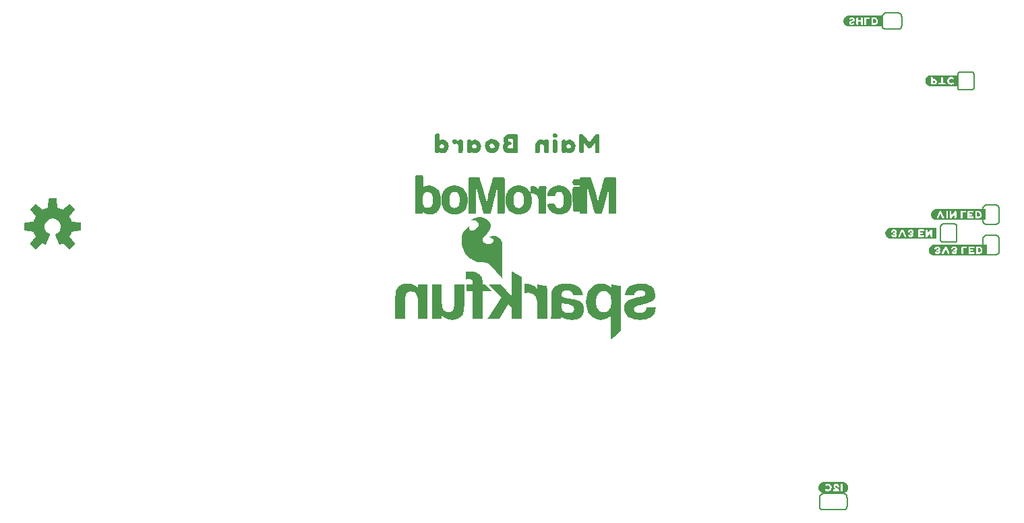
<source format=gbo>
G04 EAGLE Gerber RS-274X export*
G75*
%MOMM*%
%FSLAX34Y34*%
%LPD*%
%INSilkscreen Bottom*%
%IPPOS*%
%AMOC8*
5,1,8,0,0,1.08239X$1,22.5*%
G01*
%ADD10C,0.152400*%
%ADD11C,0.203200*%

G36*
X62273Y413646D02*
X62273Y413646D01*
X62381Y413656D01*
X62394Y413662D01*
X62408Y413664D01*
X62505Y413712D01*
X62604Y413757D01*
X62617Y413768D01*
X62626Y413772D01*
X62641Y413788D01*
X62718Y413850D01*
X68750Y419882D01*
X68800Y419953D01*
X68805Y419958D01*
X68807Y419961D01*
X68813Y419970D01*
X68879Y420056D01*
X68884Y420069D01*
X68892Y420081D01*
X68923Y420184D01*
X68959Y420287D01*
X68959Y420301D01*
X68963Y420314D01*
X68959Y420422D01*
X68960Y420531D01*
X68955Y420544D01*
X68955Y420558D01*
X68917Y420660D01*
X68882Y420762D01*
X68873Y420777D01*
X68869Y420786D01*
X68855Y420803D01*
X68801Y420885D01*
X61947Y429291D01*
X62985Y431177D01*
X62993Y431199D01*
X63021Y431251D01*
X64038Y433707D01*
X64044Y433730D01*
X64066Y433785D01*
X64665Y435853D01*
X75455Y436950D01*
X75559Y436978D01*
X75665Y437003D01*
X75677Y437010D01*
X75690Y437013D01*
X75780Y437074D01*
X75873Y437131D01*
X75881Y437142D01*
X75893Y437150D01*
X75959Y437236D01*
X76028Y437320D01*
X76032Y437333D01*
X76041Y437344D01*
X76075Y437447D01*
X76114Y437548D01*
X76115Y437566D01*
X76119Y437575D01*
X76119Y437597D01*
X76128Y437695D01*
X76128Y446225D01*
X76111Y446332D01*
X76097Y446440D01*
X76091Y446452D01*
X76089Y446466D01*
X76037Y446562D01*
X75990Y446659D01*
X75980Y446669D01*
X75974Y446681D01*
X75894Y446755D01*
X75818Y446832D01*
X75806Y446838D01*
X75796Y446848D01*
X75697Y446893D01*
X75600Y446941D01*
X75582Y446945D01*
X75573Y446949D01*
X75552Y446951D01*
X75455Y446970D01*
X64665Y448067D01*
X64066Y450135D01*
X64055Y450156D01*
X64038Y450213D01*
X63021Y452669D01*
X63008Y452689D01*
X62985Y452743D01*
X61947Y454629D01*
X68801Y463035D01*
X68855Y463129D01*
X68912Y463221D01*
X68915Y463234D01*
X68922Y463246D01*
X68943Y463353D01*
X68968Y463458D01*
X68966Y463472D01*
X68969Y463486D01*
X68954Y463593D01*
X68944Y463701D01*
X68938Y463714D01*
X68936Y463728D01*
X68888Y463825D01*
X68843Y463924D01*
X68832Y463937D01*
X68828Y463946D01*
X68812Y463961D01*
X68750Y464038D01*
X62718Y470070D01*
X62630Y470133D01*
X62544Y470199D01*
X62531Y470204D01*
X62519Y470212D01*
X62416Y470243D01*
X62313Y470279D01*
X62299Y470279D01*
X62286Y470283D01*
X62178Y470279D01*
X62069Y470280D01*
X62056Y470275D01*
X62042Y470275D01*
X61940Y470237D01*
X61838Y470202D01*
X61823Y470193D01*
X61814Y470189D01*
X61797Y470175D01*
X61715Y470121D01*
X53309Y463267D01*
X51423Y464305D01*
X51401Y464313D01*
X51349Y464341D01*
X48893Y465358D01*
X48870Y465364D01*
X48815Y465386D01*
X46747Y465985D01*
X45650Y476775D01*
X45622Y476879D01*
X45597Y476985D01*
X45590Y476997D01*
X45587Y477010D01*
X45526Y477100D01*
X45469Y477193D01*
X45458Y477201D01*
X45450Y477213D01*
X45364Y477279D01*
X45280Y477348D01*
X45267Y477352D01*
X45256Y477361D01*
X45153Y477395D01*
X45052Y477434D01*
X45034Y477435D01*
X45025Y477439D01*
X45003Y477439D01*
X44905Y477448D01*
X36375Y477448D01*
X36268Y477431D01*
X36160Y477417D01*
X36148Y477411D01*
X36134Y477409D01*
X36038Y477357D01*
X35941Y477310D01*
X35931Y477300D01*
X35919Y477294D01*
X35845Y477214D01*
X35768Y477138D01*
X35762Y477126D01*
X35752Y477116D01*
X35707Y477017D01*
X35659Y476920D01*
X35655Y476902D01*
X35651Y476893D01*
X35649Y476872D01*
X35630Y476775D01*
X34533Y465985D01*
X32465Y465386D01*
X32444Y465375D01*
X32387Y465358D01*
X29931Y464341D01*
X29911Y464328D01*
X29857Y464305D01*
X27971Y463267D01*
X19565Y470121D01*
X19471Y470175D01*
X19379Y470232D01*
X19366Y470235D01*
X19354Y470242D01*
X19247Y470263D01*
X19142Y470288D01*
X19128Y470286D01*
X19114Y470289D01*
X19007Y470274D01*
X18899Y470264D01*
X18886Y470258D01*
X18873Y470256D01*
X18775Y470208D01*
X18676Y470163D01*
X18663Y470152D01*
X18654Y470148D01*
X18639Y470132D01*
X18562Y470070D01*
X12530Y464038D01*
X12467Y463950D01*
X12401Y463864D01*
X12396Y463851D01*
X12388Y463839D01*
X12357Y463736D01*
X12321Y463633D01*
X12321Y463619D01*
X12317Y463606D01*
X12321Y463498D01*
X12320Y463389D01*
X12325Y463376D01*
X12325Y463362D01*
X12363Y463260D01*
X12398Y463158D01*
X12407Y463143D01*
X12411Y463134D01*
X12425Y463117D01*
X12479Y463035D01*
X19333Y454629D01*
X18295Y452743D01*
X18287Y452721D01*
X18259Y452669D01*
X17242Y450213D01*
X17236Y450190D01*
X17214Y450135D01*
X16615Y448067D01*
X5825Y446970D01*
X5721Y446942D01*
X5615Y446917D01*
X5603Y446910D01*
X5590Y446907D01*
X5500Y446846D01*
X5407Y446789D01*
X5399Y446778D01*
X5387Y446770D01*
X5321Y446684D01*
X5253Y446600D01*
X5248Y446587D01*
X5239Y446576D01*
X5205Y446473D01*
X5166Y446372D01*
X5165Y446354D01*
X5161Y446345D01*
X5162Y446323D01*
X5152Y446225D01*
X5152Y437695D01*
X5169Y437588D01*
X5183Y437480D01*
X5189Y437468D01*
X5191Y437454D01*
X5243Y437358D01*
X5290Y437261D01*
X5300Y437251D01*
X5306Y437239D01*
X5386Y437165D01*
X5462Y437088D01*
X5474Y437082D01*
X5485Y437072D01*
X5583Y437027D01*
X5680Y436979D01*
X5698Y436975D01*
X5707Y436971D01*
X5728Y436969D01*
X5825Y436950D01*
X16615Y435853D01*
X17214Y433785D01*
X17225Y433764D01*
X17242Y433707D01*
X18259Y431251D01*
X18272Y431231D01*
X18295Y431177D01*
X19333Y429291D01*
X12479Y420885D01*
X12425Y420791D01*
X12368Y420699D01*
X12365Y420686D01*
X12358Y420674D01*
X12337Y420567D01*
X12312Y420462D01*
X12314Y420448D01*
X12311Y420434D01*
X12326Y420327D01*
X12336Y420219D01*
X12342Y420206D01*
X12344Y420193D01*
X12392Y420095D01*
X12437Y419996D01*
X12448Y419983D01*
X12452Y419974D01*
X12468Y419959D01*
X12530Y419882D01*
X18562Y413850D01*
X18650Y413787D01*
X18736Y413721D01*
X18749Y413716D01*
X18761Y413708D01*
X18864Y413677D01*
X18967Y413641D01*
X18981Y413641D01*
X18994Y413637D01*
X19102Y413641D01*
X19211Y413640D01*
X19224Y413645D01*
X19238Y413645D01*
X19340Y413683D01*
X19442Y413718D01*
X19457Y413727D01*
X19466Y413731D01*
X19483Y413745D01*
X19565Y413799D01*
X27965Y420648D01*
X29252Y419916D01*
X29271Y419909D01*
X29307Y419888D01*
X31116Y419049D01*
X31154Y419039D01*
X31190Y419020D01*
X31271Y419006D01*
X31351Y418984D01*
X31391Y418986D01*
X31430Y418980D01*
X31512Y418993D01*
X31595Y418998D01*
X31632Y419013D01*
X31671Y419019D01*
X31744Y419058D01*
X31821Y419089D01*
X31851Y419115D01*
X31887Y419134D01*
X31943Y419194D01*
X32006Y419248D01*
X32026Y419283D01*
X32054Y419312D01*
X32123Y419442D01*
X37146Y431568D01*
X37171Y431677D01*
X37200Y431784D01*
X37199Y431795D01*
X37202Y431806D01*
X37191Y431916D01*
X37183Y432028D01*
X37179Y432038D01*
X37178Y432049D01*
X37132Y432150D01*
X37089Y432253D01*
X37082Y432261D01*
X37077Y432271D01*
X37001Y432352D01*
X36928Y432436D01*
X36916Y432443D01*
X36910Y432449D01*
X36893Y432458D01*
X36804Y432517D01*
X35054Y433444D01*
X33562Y434636D01*
X32319Y436087D01*
X31369Y437744D01*
X30744Y439549D01*
X30468Y441439D01*
X30550Y443347D01*
X30986Y445207D01*
X31762Y446952D01*
X32851Y448522D01*
X34213Y449861D01*
X35801Y450922D01*
X37559Y451668D01*
X39426Y452073D01*
X41335Y452121D01*
X43220Y451813D01*
X45015Y451158D01*
X46655Y450179D01*
X48084Y448912D01*
X49251Y447400D01*
X50115Y445697D01*
X50646Y443862D01*
X50826Y441956D01*
X50682Y440254D01*
X50255Y438596D01*
X49555Y437033D01*
X49216Y436525D01*
X48715Y435776D01*
X48715Y435775D01*
X48604Y435609D01*
X47428Y434365D01*
X46060Y433336D01*
X44482Y432521D01*
X44390Y432452D01*
X44297Y432385D01*
X44292Y432379D01*
X44286Y432375D01*
X44221Y432280D01*
X44154Y432187D01*
X44152Y432180D01*
X44148Y432174D01*
X44117Y432063D01*
X44083Y431954D01*
X44083Y431946D01*
X44082Y431939D01*
X44087Y431825D01*
X44091Y431710D01*
X44094Y431701D01*
X44094Y431696D01*
X44100Y431681D01*
X44134Y431568D01*
X49157Y419442D01*
X49178Y419408D01*
X49191Y419371D01*
X49242Y419305D01*
X49286Y419235D01*
X49317Y419210D01*
X49341Y419178D01*
X49410Y419133D01*
X49474Y419080D01*
X49512Y419066D01*
X49545Y419044D01*
X49625Y419023D01*
X49703Y418994D01*
X49743Y418993D01*
X49781Y418983D01*
X49864Y418989D01*
X49946Y418986D01*
X49985Y418998D01*
X50025Y419001D01*
X50164Y419049D01*
X51973Y419888D01*
X51989Y419899D01*
X52028Y419916D01*
X53315Y420648D01*
X61715Y413799D01*
X61809Y413745D01*
X61901Y413688D01*
X61914Y413685D01*
X61926Y413678D01*
X62033Y413657D01*
X62138Y413632D01*
X62152Y413634D01*
X62166Y413631D01*
X62273Y413646D01*
G37*
G36*
X605285Y377252D02*
X605285Y377252D01*
X605311Y377253D01*
X605365Y377283D01*
X605423Y377305D01*
X605440Y377324D01*
X605463Y377336D01*
X605498Y377387D01*
X605540Y377432D01*
X605548Y377457D01*
X605563Y377478D01*
X605579Y377562D01*
X605590Y377598D01*
X605588Y377608D01*
X605590Y377620D01*
X605590Y418920D01*
X605584Y418945D01*
X605585Y418980D01*
X605185Y421480D01*
X605178Y421499D01*
X605176Y421524D01*
X604576Y423624D01*
X604560Y423653D01*
X604546Y423698D01*
X603646Y425398D01*
X603624Y425423D01*
X603600Y425466D01*
X602500Y426766D01*
X602483Y426778D01*
X602467Y426800D01*
X601267Y427900D01*
X601243Y427914D01*
X601216Y427940D01*
X599816Y428840D01*
X599798Y428846D01*
X599780Y428860D01*
X598380Y429560D01*
X598354Y429566D01*
X598323Y429583D01*
X596723Y430083D01*
X596695Y430085D01*
X596657Y430097D01*
X595057Y430297D01*
X595048Y430296D01*
X595037Y430299D01*
X593637Y430399D01*
X593612Y430395D01*
X593578Y430399D01*
X592378Y430299D01*
X592360Y430293D01*
X592335Y430293D01*
X591335Y430093D01*
X591328Y430089D01*
X591318Y430089D01*
X590527Y429891D01*
X590035Y429793D01*
X590001Y429777D01*
X589940Y429760D01*
X589769Y429675D01*
X589740Y429660D01*
X589675Y429606D01*
X589609Y429552D01*
X589608Y429550D01*
X589607Y429549D01*
X589573Y429473D01*
X589537Y429394D01*
X589537Y429392D01*
X589536Y429391D01*
X589540Y429306D01*
X589543Y429221D01*
X589544Y429219D01*
X589544Y429218D01*
X589585Y429142D01*
X589625Y429068D01*
X589626Y429067D01*
X589627Y429066D01*
X589637Y429059D01*
X589740Y428980D01*
X589940Y428880D01*
X589973Y428872D01*
X590018Y428851D01*
X590363Y428765D01*
X590814Y428494D01*
X590836Y428487D01*
X590860Y428471D01*
X591522Y428187D01*
X592863Y427229D01*
X593419Y426674D01*
X593867Y426045D01*
X594130Y425258D01*
X594130Y424376D01*
X593859Y423475D01*
X593302Y422546D01*
X592553Y421703D01*
X591517Y420950D01*
X590283Y420380D01*
X588763Y420000D01*
X586469Y420000D01*
X584369Y420668D01*
X582659Y421714D01*
X581449Y423110D01*
X580893Y424870D01*
X580987Y426840D01*
X581840Y429020D01*
X583788Y431260D01*
X586279Y433751D01*
X586290Y433770D01*
X586311Y433788D01*
X588311Y436388D01*
X588322Y436412D01*
X588345Y436440D01*
X589745Y439040D01*
X589754Y439075D01*
X589778Y439125D01*
X590478Y441825D01*
X590479Y441862D01*
X590490Y441920D01*
X590490Y444420D01*
X590481Y444458D01*
X590472Y444536D01*
X589672Y447036D01*
X589652Y447069D01*
X589620Y447140D01*
X587920Y449540D01*
X587893Y449564D01*
X587856Y449610D01*
X585256Y451810D01*
X585224Y451827D01*
X585180Y451860D01*
X581780Y453560D01*
X581744Y453569D01*
X581689Y453592D01*
X578389Y454292D01*
X578353Y454291D01*
X578297Y454300D01*
X575297Y454200D01*
X575265Y454191D01*
X575215Y454188D01*
X572515Y453488D01*
X572497Y453479D01*
X572471Y453474D01*
X570171Y452574D01*
X570153Y452561D01*
X570125Y452552D01*
X568325Y451552D01*
X568310Y451539D01*
X568286Y451528D01*
X567186Y450728D01*
X567185Y450726D01*
X567182Y450724D01*
X566782Y450424D01*
X566748Y450384D01*
X566708Y450351D01*
X566693Y450318D01*
X566671Y450291D01*
X566658Y450240D01*
X566637Y450192D01*
X566638Y450157D01*
X566630Y450123D01*
X566641Y450072D01*
X566643Y450019D01*
X566660Y449988D01*
X566668Y449954D01*
X566701Y449913D01*
X566726Y449867D01*
X566755Y449847D01*
X566777Y449819D01*
X566825Y449798D01*
X566868Y449767D01*
X566908Y449760D01*
X566935Y449747D01*
X566966Y449748D01*
X567010Y449740D01*
X567210Y449740D01*
X567236Y449746D01*
X567273Y449745D01*
X567862Y449843D01*
X568731Y449940D01*
X569779Y449940D01*
X570936Y449747D01*
X572168Y449462D01*
X573284Y448812D01*
X574348Y447845D01*
X574998Y447195D01*
X575358Y446474D01*
X575637Y445638D01*
X575727Y444820D01*
X575636Y443996D01*
X575355Y443061D01*
X574888Y442126D01*
X574119Y441165D01*
X573340Y440288D01*
X572364Y439410D01*
X571394Y438634D01*
X570235Y437958D01*
X569166Y437472D01*
X568110Y437088D01*
X567076Y436900D01*
X566277Y436900D01*
X565307Y437253D01*
X564617Y437857D01*
X564271Y438548D01*
X564086Y439382D01*
X563990Y440241D01*
X563990Y440982D01*
X564073Y441396D01*
X564150Y441550D01*
X564154Y441565D01*
X564163Y441578D01*
X564189Y441712D01*
X564190Y441719D01*
X564190Y441720D01*
X564190Y441820D01*
X564176Y441881D01*
X564170Y441944D01*
X564156Y441965D01*
X564151Y441989D01*
X564111Y442037D01*
X564077Y442090D01*
X564056Y442103D01*
X564041Y442122D01*
X563983Y442148D01*
X563930Y442181D01*
X563905Y442183D01*
X563882Y442193D01*
X563820Y442191D01*
X563757Y442197D01*
X563731Y442188D01*
X563709Y442187D01*
X563676Y442169D01*
X563620Y442149D01*
X561020Y440649D01*
X560991Y440623D01*
X560931Y440578D01*
X558531Y437978D01*
X558513Y437948D01*
X558504Y437937D01*
X558496Y437930D01*
X558493Y437924D01*
X558480Y437909D01*
X556480Y434409D01*
X556472Y434383D01*
X556454Y434353D01*
X554854Y430053D01*
X554849Y430020D01*
X554834Y429975D01*
X554134Y425175D01*
X554136Y425143D01*
X554130Y425099D01*
X554430Y419799D01*
X554440Y419767D01*
X554443Y419720D01*
X555943Y414220D01*
X555959Y414190D01*
X555974Y414143D01*
X558874Y408643D01*
X558894Y408619D01*
X558914Y408581D01*
X561014Y405981D01*
X561026Y405972D01*
X561035Y405957D01*
X563335Y403557D01*
X563351Y403547D01*
X563365Y403529D01*
X565865Y401429D01*
X565888Y401418D01*
X565913Y401395D01*
X568713Y399695D01*
X568732Y399689D01*
X568754Y399673D01*
X571854Y398273D01*
X571879Y398268D01*
X571910Y398253D01*
X575210Y397353D01*
X575235Y397352D01*
X575267Y397342D01*
X578767Y396942D01*
X578786Y396944D01*
X578810Y396940D01*
X582700Y396940D01*
X584558Y396842D01*
X586291Y396457D01*
X587819Y395788D01*
X589267Y394727D01*
X590741Y393351D01*
X592330Y391663D01*
X594027Y389766D01*
X594028Y389765D01*
X595928Y387665D01*
X595931Y387663D01*
X595934Y387659D01*
X597730Y385763D01*
X599427Y383866D01*
X600920Y382174D01*
X602215Y380580D01*
X602224Y380574D01*
X602231Y380562D01*
X603421Y379272D01*
X604206Y378291D01*
X604701Y377599D01*
X604721Y377581D01*
X604741Y377551D01*
X604941Y377351D01*
X604963Y377338D01*
X604979Y377318D01*
X605036Y377292D01*
X605088Y377260D01*
X605114Y377257D01*
X605138Y377247D01*
X605199Y377249D01*
X605261Y377243D01*
X605285Y377252D01*
G37*
G36*
X742336Y300850D02*
X742336Y300850D01*
X742411Y300853D01*
X742421Y300859D01*
X742433Y300860D01*
X742559Y300933D01*
X744059Y302233D01*
X744063Y302237D01*
X744069Y302241D01*
X745464Y303537D01*
X748459Y306133D01*
X748463Y306137D01*
X748469Y306141D01*
X749864Y307437D01*
X751359Y308733D01*
X751363Y308737D01*
X751369Y308741D01*
X752764Y310037D01*
X754259Y311333D01*
X754261Y311335D01*
X754263Y311336D01*
X754311Y311404D01*
X754361Y311473D01*
X754361Y311476D01*
X754363Y311478D01*
X754390Y311620D01*
X754390Y366920D01*
X754388Y366931D01*
X754390Y366942D01*
X754368Y367014D01*
X754351Y367089D01*
X754344Y367097D01*
X754341Y367108D01*
X754289Y367164D01*
X754241Y367222D01*
X754231Y367227D01*
X754223Y367235D01*
X754090Y367292D01*
X752690Y367592D01*
X752678Y367592D01*
X752664Y367596D01*
X751277Y367795D01*
X749890Y368092D01*
X749878Y368092D01*
X749864Y368096D01*
X748480Y368294D01*
X747196Y368591D01*
X747181Y368590D01*
X747164Y368596D01*
X745777Y368795D01*
X744390Y369092D01*
X744378Y369092D01*
X744364Y369096D01*
X742964Y369296D01*
X742887Y369290D01*
X742809Y369287D01*
X742801Y369282D01*
X742791Y369281D01*
X742725Y369241D01*
X742657Y369204D01*
X742652Y369196D01*
X742643Y369191D01*
X742608Y369136D01*
X742608Y369135D01*
X742607Y369134D01*
X742602Y369125D01*
X742557Y369062D01*
X742555Y369052D01*
X742551Y369045D01*
X742547Y369009D01*
X742544Y368993D01*
X742537Y368977D01*
X742537Y368959D01*
X742530Y368920D01*
X742530Y364599D01*
X742023Y365335D01*
X742011Y365347D01*
X742006Y365355D01*
X742001Y365358D01*
X741989Y365379D01*
X740689Y366779D01*
X740667Y366793D01*
X740645Y366819D01*
X739245Y367919D01*
X739222Y367930D01*
X739196Y367951D01*
X737596Y368851D01*
X737577Y368857D01*
X737555Y368872D01*
X735855Y369572D01*
X735837Y369574D01*
X735817Y369585D01*
X734117Y370085D01*
X734096Y370086D01*
X734069Y370096D01*
X732169Y370396D01*
X732152Y370394D01*
X732130Y370400D01*
X730230Y370500D01*
X730204Y370495D01*
X730170Y370498D01*
X725470Y369998D01*
X725436Y369986D01*
X725382Y369978D01*
X721482Y368578D01*
X721451Y368558D01*
X721399Y368536D01*
X718099Y366336D01*
X718076Y366312D01*
X718036Y366284D01*
X715336Y363484D01*
X715319Y363455D01*
X715301Y363436D01*
X715296Y363431D01*
X715295Y363429D01*
X715286Y363420D01*
X713186Y360020D01*
X713176Y359989D01*
X713152Y359948D01*
X711752Y356048D01*
X711750Y356026D01*
X711738Y356000D01*
X710838Y351800D01*
X710839Y351776D01*
X710831Y351746D01*
X710531Y347346D01*
X710534Y347323D01*
X710531Y347293D01*
X710831Y343093D01*
X710838Y343069D01*
X710839Y343037D01*
X711739Y339037D01*
X711742Y339029D01*
X711743Y339022D01*
X711750Y339009D01*
X711753Y338989D01*
X713153Y335189D01*
X713172Y335159D01*
X713192Y335111D01*
X715292Y331911D01*
X715312Y331893D01*
X715331Y331861D01*
X717931Y329061D01*
X717962Y329041D01*
X718001Y329002D01*
X721201Y326902D01*
X721234Y326890D01*
X721279Y326863D01*
X725079Y325463D01*
X725114Y325459D01*
X725166Y325442D01*
X729466Y324942D01*
X729499Y324946D01*
X729548Y324942D01*
X731548Y325142D01*
X731559Y325145D01*
X731573Y325145D01*
X733373Y325445D01*
X733389Y325452D01*
X733412Y325454D01*
X735212Y325954D01*
X735229Y325963D01*
X735255Y325968D01*
X736955Y326668D01*
X736975Y326683D01*
X737006Y326694D01*
X738506Y327594D01*
X738517Y327605D01*
X738535Y327613D01*
X740035Y328713D01*
X740051Y328732D01*
X740079Y328751D01*
X741379Y330051D01*
X741386Y330062D01*
X741399Y330073D01*
X741930Y330692D01*
X741930Y301220D01*
X741933Y301208D01*
X741931Y301196D01*
X741952Y301125D01*
X741969Y301051D01*
X741977Y301042D01*
X741980Y301030D01*
X742032Y300976D01*
X742079Y300918D01*
X742091Y300913D01*
X742099Y300904D01*
X742169Y300877D01*
X742238Y300847D01*
X742250Y300847D01*
X742261Y300843D01*
X742336Y300850D01*
G37*
G36*
X710015Y458117D02*
X710015Y458117D01*
X710021Y458116D01*
X710548Y458128D01*
X710591Y458138D01*
X710686Y458150D01*
X711186Y458306D01*
X711194Y458311D01*
X711202Y458312D01*
X711348Y458392D01*
X711759Y458718D01*
X711764Y458724D01*
X711771Y458728D01*
X711796Y458757D01*
X711811Y458767D01*
X711830Y458798D01*
X711878Y458855D01*
X712145Y459306D01*
X712148Y459313D01*
X712152Y459319D01*
X712208Y459476D01*
X712296Y459993D01*
X712295Y460028D01*
X712304Y460078D01*
X712291Y480126D01*
X712291Y480128D01*
X712291Y480130D01*
X712266Y483295D01*
X712257Y483338D01*
X712246Y483431D01*
X712184Y483646D01*
X712205Y483669D01*
X712223Y483721D01*
X712251Y483768D01*
X712259Y483821D01*
X712271Y483856D01*
X712269Y483889D01*
X712276Y483933D01*
X712184Y490275D01*
X712184Y490277D01*
X712184Y490279D01*
X712108Y493645D01*
X712109Y493643D01*
X712109Y493639D01*
X712726Y491069D01*
X712727Y491067D01*
X712727Y491064D01*
X713760Y486963D01*
X713761Y486961D01*
X713761Y486959D01*
X714564Y483891D01*
X714580Y483857D01*
X714588Y483820D01*
X714632Y483752D01*
X714651Y483712D01*
X714660Y483705D01*
X714660Y483702D01*
X714651Y483668D01*
X714659Y483583D01*
X714659Y483538D01*
X714665Y483523D01*
X714667Y483502D01*
X716324Y477388D01*
X716325Y477386D01*
X716325Y477383D01*
X717895Y471792D01*
X717896Y471790D01*
X717897Y471788D01*
X719961Y464691D01*
X719962Y464689D01*
X719963Y464687D01*
X721483Y459631D01*
X721493Y459612D01*
X721499Y459586D01*
X721698Y459099D01*
X721700Y459095D01*
X721702Y459090D01*
X721792Y458950D01*
X722147Y458564D01*
X722154Y458559D01*
X722159Y458551D01*
X722294Y458454D01*
X722764Y458222D01*
X722770Y458220D01*
X722774Y458217D01*
X722935Y458173D01*
X723457Y458119D01*
X723480Y458122D01*
X723508Y458117D01*
X728787Y458117D01*
X728793Y458118D01*
X728800Y458117D01*
X729327Y458131D01*
X729358Y458138D01*
X729480Y458159D01*
X729976Y458333D01*
X729981Y458336D01*
X729988Y458338D01*
X730131Y458422D01*
X730533Y458760D01*
X730539Y458767D01*
X730546Y458772D01*
X730649Y458903D01*
X730901Y459363D01*
X730914Y459405D01*
X730917Y459411D01*
X730932Y459435D01*
X730935Y459450D01*
X730946Y459474D01*
X732162Y464067D01*
X732162Y464069D01*
X732163Y464071D01*
X733998Y471231D01*
X733998Y471232D01*
X733999Y471234D01*
X735405Y476868D01*
X735405Y476870D01*
X735406Y476871D01*
X737027Y483540D01*
X737029Y483585D01*
X737040Y483627D01*
X737033Y483683D01*
X737142Y484038D01*
X737144Y484054D01*
X737151Y484072D01*
X738830Y491281D01*
X738830Y491284D01*
X738832Y491287D01*
X739246Y493168D01*
X739168Y491390D01*
X739168Y491387D01*
X739167Y491383D01*
X739069Y488212D01*
X739069Y488210D01*
X739069Y488208D01*
X738976Y483979D01*
X738979Y483963D01*
X738976Y483946D01*
X738997Y483865D01*
X739011Y483783D01*
X739020Y483769D01*
X739024Y483754D01*
X738997Y483710D01*
X738997Y483709D01*
X738996Y483708D01*
X738995Y483701D01*
X738967Y483546D01*
X738919Y480371D01*
X738919Y480369D01*
X738919Y480367D01*
X738895Y476133D01*
X738895Y476132D01*
X738895Y476130D01*
X738892Y460254D01*
X738896Y460238D01*
X738894Y460217D01*
X738933Y459691D01*
X738933Y459690D01*
X738973Y459528D01*
X739184Y459046D01*
X739189Y459039D01*
X739191Y459031D01*
X739287Y458895D01*
X739658Y458521D01*
X739665Y458516D01*
X739669Y458510D01*
X739808Y458417D01*
X740287Y458202D01*
X740289Y458201D01*
X740291Y458200D01*
X740453Y458159D01*
X740978Y458118D01*
X740996Y458120D01*
X741018Y458116D01*
X746310Y458116D01*
X746345Y458123D01*
X746395Y458124D01*
X746913Y458213D01*
X746921Y458216D01*
X746929Y458216D01*
X747084Y458276D01*
X747536Y458545D01*
X747541Y458551D01*
X747549Y458553D01*
X747672Y458665D01*
X747998Y459078D01*
X748002Y459086D01*
X748008Y459092D01*
X748083Y459240D01*
X748238Y459743D01*
X748241Y459781D01*
X748260Y459889D01*
X748270Y483703D01*
X748269Y483711D01*
X748270Y483720D01*
X748249Y483808D01*
X748231Y483898D01*
X748229Y483901D01*
X748256Y484011D01*
X748257Y484055D01*
X748270Y484129D01*
X748261Y502106D01*
X748253Y502147D01*
X748241Y502247D01*
X748092Y502751D01*
X748088Y502758D01*
X748087Y502767D01*
X748009Y502914D01*
X747689Y503330D01*
X747683Y503335D01*
X747680Y503341D01*
X747555Y503451D01*
X747108Y503726D01*
X747099Y503729D01*
X747092Y503736D01*
X746935Y503792D01*
X746418Y503886D01*
X746381Y503886D01*
X746329Y503894D01*
X735225Y503889D01*
X735195Y503883D01*
X735153Y503884D01*
X734633Y503807D01*
X734624Y503804D01*
X734613Y503804D01*
X734457Y503746D01*
X734001Y503485D01*
X733993Y503478D01*
X733984Y503474D01*
X733860Y503363D01*
X733532Y502952D01*
X733525Y502939D01*
X733452Y502810D01*
X733273Y502314D01*
X733271Y502301D01*
X733264Y502286D01*
X732070Y498228D01*
X732070Y498225D01*
X732068Y498222D01*
X730921Y494151D01*
X730921Y494149D01*
X730920Y494147D01*
X730224Y491597D01*
X730224Y491595D01*
X730224Y491594D01*
X729137Y487506D01*
X729137Y487504D01*
X729136Y487501D01*
X728216Y483917D01*
X728215Y483898D01*
X728208Y483881D01*
X728209Y483857D01*
X728199Y483835D01*
X727920Y482816D01*
X727920Y482811D01*
X727917Y482804D01*
X727537Y481267D01*
X727537Y481265D01*
X727537Y481264D01*
X726551Y477157D01*
X726551Y477153D01*
X726550Y477149D01*
X725742Y473543D01*
X725742Y473538D01*
X725740Y473533D01*
X725619Y472936D01*
X725519Y473387D01*
X725516Y473392D01*
X725516Y473399D01*
X724749Y476472D01*
X724746Y476477D01*
X724746Y476483D01*
X723773Y480048D01*
X723772Y480051D01*
X723772Y480054D01*
X722754Y483607D01*
X722711Y483689D01*
X722702Y483707D01*
X722705Y483720D01*
X722694Y483763D01*
X722684Y483847D01*
X720246Y491945D01*
X720245Y491947D01*
X720245Y491949D01*
X718839Y496494D01*
X718839Y496495D01*
X718839Y496496D01*
X716936Y502547D01*
X716917Y502581D01*
X716898Y502636D01*
X716648Y503097D01*
X716642Y503104D01*
X716640Y503111D01*
X716533Y503239D01*
X716133Y503580D01*
X716125Y503584D01*
X716119Y503591D01*
X715973Y503671D01*
X715477Y503844D01*
X715445Y503848D01*
X715325Y503871D01*
X714797Y503884D01*
X714791Y503883D01*
X714785Y503884D01*
X704742Y503884D01*
X704732Y503882D01*
X704720Y503883D01*
X704193Y503861D01*
X704175Y503856D01*
X704035Y503828D01*
X703545Y503639D01*
X703539Y503635D01*
X703532Y503634D01*
X703531Y503633D01*
X703530Y503633D01*
X703390Y503543D01*
X703000Y503191D01*
X702995Y503185D01*
X702989Y503181D01*
X702890Y503048D01*
X702651Y502580D01*
X702649Y502574D01*
X702646Y502569D01*
X702600Y502410D01*
X702544Y501916D01*
X702466Y501593D01*
X702307Y501452D01*
X701973Y501404D01*
X696193Y501402D01*
X696168Y501397D01*
X696135Y501399D01*
X695612Y501338D01*
X695570Y501324D01*
X695479Y501303D01*
X694993Y501101D01*
X694956Y501076D01*
X694874Y501031D01*
X694461Y500704D01*
X694433Y500670D01*
X694366Y500603D01*
X694059Y500175D01*
X694041Y500135D01*
X693995Y500052D01*
X693818Y499556D01*
X693811Y499512D01*
X693790Y499424D01*
X693752Y498898D01*
X693754Y498882D01*
X693751Y498862D01*
X693751Y496748D01*
X693752Y496742D01*
X693751Y496734D01*
X693766Y496206D01*
X693776Y496164D01*
X693782Y496094D01*
X693915Y495584D01*
X693934Y495545D01*
X693958Y495483D01*
X693960Y495475D01*
X693963Y495472D01*
X693970Y495454D01*
X694240Y495001D01*
X694270Y494970D01*
X694328Y494893D01*
X694713Y494534D01*
X694750Y494511D01*
X694827Y494454D01*
X695295Y494214D01*
X695338Y494203D01*
X695427Y494169D01*
X695943Y494068D01*
X695982Y494068D01*
X696039Y494059D01*
X701841Y494053D01*
X702226Y494035D01*
X702424Y493911D01*
X702526Y493673D01*
X702521Y492837D01*
X702410Y492614D01*
X702196Y492496D01*
X701797Y492486D01*
X695988Y492478D01*
X695947Y492470D01*
X695880Y492466D01*
X695366Y492351D01*
X695326Y492333D01*
X695236Y492302D01*
X694774Y492049D01*
X694740Y492021D01*
X694662Y491966D01*
X694288Y491596D01*
X694264Y491559D01*
X694204Y491485D01*
X693946Y491026D01*
X693933Y490985D01*
X693895Y490896D01*
X693775Y490383D01*
X693773Y490342D01*
X693762Y490278D01*
X693752Y489749D01*
X693753Y489745D01*
X693752Y489741D01*
X693752Y483926D01*
X693762Y483876D01*
X693762Y483856D01*
X693759Y483850D01*
X693738Y483693D01*
X693737Y483687D01*
X693737Y483686D01*
X693737Y483685D01*
X693756Y483167D01*
X693764Y463128D01*
X693769Y463099D01*
X693768Y463092D01*
X693773Y463073D01*
X693775Y463022D01*
X693886Y462509D01*
X693903Y462469D01*
X693916Y462432D01*
X693924Y462399D01*
X693930Y462391D01*
X693934Y462377D01*
X694184Y461915D01*
X694212Y461881D01*
X694266Y461804D01*
X694632Y461427D01*
X694668Y461402D01*
X694742Y461342D01*
X695198Y461080D01*
X695239Y461067D01*
X695327Y461029D01*
X695838Y460903D01*
X695882Y460902D01*
X695955Y460889D01*
X702173Y460872D01*
X702401Y460763D01*
X702521Y460556D01*
X702534Y460155D01*
X702539Y460138D01*
X702537Y460116D01*
X702597Y459594D01*
X702598Y459588D01*
X702598Y459582D01*
X702648Y459423D01*
X702886Y458956D01*
X702890Y458950D01*
X702893Y458943D01*
X702996Y458812D01*
X703384Y458460D01*
X703391Y458457D01*
X703396Y458450D01*
X703539Y458365D01*
X704027Y458176D01*
X704049Y458172D01*
X704184Y458142D01*
X704710Y458117D01*
X704721Y458118D01*
X704734Y458116D01*
X710010Y458116D01*
X710015Y458117D01*
G37*
G36*
X570376Y458120D02*
X570376Y458120D01*
X570401Y458118D01*
X570928Y458165D01*
X570931Y458166D01*
X570935Y458166D01*
X571095Y458211D01*
X571572Y458434D01*
X571579Y458439D01*
X571587Y458442D01*
X571720Y458541D01*
X571938Y458767D01*
X572085Y458921D01*
X572090Y458929D01*
X572097Y458934D01*
X572186Y459075D01*
X572389Y459561D01*
X572389Y459562D01*
X572427Y459723D01*
X572459Y460251D01*
X572457Y460265D01*
X572460Y460282D01*
X572459Y475665D01*
X572459Y475666D01*
X572459Y475667D01*
X572438Y481502D01*
X572433Y481525D01*
X572436Y481548D01*
X572413Y481622D01*
X572398Y481697D01*
X572384Y481716D01*
X572378Y481738D01*
X572365Y481754D01*
X572436Y482096D01*
X572436Y482137D01*
X572446Y482201D01*
X572412Y485909D01*
X572412Y485911D01*
X572412Y485914D01*
X572286Y492800D01*
X572286Y492803D01*
X572286Y492806D01*
X572261Y493668D01*
X572858Y491172D01*
X572859Y491170D01*
X572859Y491166D01*
X574026Y486543D01*
X574027Y486541D01*
X574028Y486538D01*
X575245Y481927D01*
X575268Y481880D01*
X575281Y481830D01*
X575310Y481791D01*
X575313Y481762D01*
X575309Y481737D01*
X575319Y481696D01*
X575325Y481628D01*
X575859Y479575D01*
X575860Y479572D01*
X575861Y479569D01*
X576562Y477011D01*
X576563Y477009D01*
X576563Y477007D01*
X578731Y469352D01*
X578732Y469350D01*
X578733Y469347D01*
X580984Y461715D01*
X580984Y461714D01*
X580985Y461711D01*
X581602Y459681D01*
X581609Y459668D01*
X581613Y459649D01*
X581801Y459155D01*
X581802Y459153D01*
X581802Y459151D01*
X581888Y459008D01*
X582230Y458607D01*
X582237Y458601D01*
X582242Y458593D01*
X582374Y458491D01*
X582838Y458242D01*
X582846Y458240D01*
X582853Y458235D01*
X583012Y458187D01*
X583536Y458121D01*
X583563Y458123D01*
X583599Y458117D01*
X589433Y458128D01*
X589454Y458133D01*
X589591Y458155D01*
X590091Y458323D01*
X590098Y458327D01*
X590106Y458328D01*
X590250Y458411D01*
X590656Y458747D01*
X590662Y458754D01*
X590670Y458759D01*
X590774Y458888D01*
X591031Y459348D01*
X591045Y459391D01*
X591059Y459422D01*
X591067Y459435D01*
X591069Y459444D01*
X591078Y459464D01*
X592301Y464079D01*
X592301Y464080D01*
X592302Y464082D01*
X593624Y469219D01*
X593624Y469220D01*
X593624Y469222D01*
X595432Y476424D01*
X595432Y476426D01*
X595433Y476427D01*
X596677Y481522D01*
X596685Y481540D01*
X596707Y481574D01*
X596712Y481603D01*
X596726Y481638D01*
X597833Y486267D01*
X597833Y486268D01*
X597834Y486270D01*
X598553Y489361D01*
X598553Y489362D01*
X598553Y489363D01*
X599370Y492974D01*
X599370Y492977D01*
X599371Y492980D01*
X599400Y493112D01*
X599322Y491229D01*
X599323Y491226D01*
X599322Y491224D01*
X599239Y488581D01*
X599239Y488579D01*
X599238Y488576D01*
X599105Y482231D01*
X599110Y482203D01*
X599107Y482166D01*
X599132Y481937D01*
X599131Y481934D01*
X599129Y481927D01*
X599126Y481922D01*
X599097Y481758D01*
X599051Y475952D01*
X599052Y475951D01*
X599051Y475949D01*
X599050Y460115D01*
X599052Y460105D01*
X599050Y460096D01*
X599055Y460074D01*
X599055Y460044D01*
X599129Y459524D01*
X599132Y459517D01*
X599132Y459510D01*
X599165Y459414D01*
X599168Y459404D01*
X599170Y459401D01*
X599187Y459353D01*
X599442Y458894D01*
X599448Y458888D01*
X599451Y458879D01*
X599559Y458753D01*
X599962Y458417D01*
X599970Y458413D01*
X599975Y458407D01*
X600122Y458328D01*
X600618Y458160D01*
X600659Y458155D01*
X600762Y458134D01*
X601289Y458116D01*
X601297Y458118D01*
X601306Y458116D01*
X606584Y458121D01*
X606628Y458130D01*
X606706Y458137D01*
X607214Y458266D01*
X607222Y458270D01*
X607230Y458270D01*
X607380Y458343D01*
X607808Y458646D01*
X607813Y458652D01*
X607819Y458655D01*
X607934Y458775D01*
X608226Y459211D01*
X608229Y459220D01*
X608236Y459227D01*
X608299Y459381D01*
X608412Y459893D01*
X608413Y459936D01*
X608424Y460001D01*
X608427Y481641D01*
X608419Y481682D01*
X608420Y481724D01*
X608401Y481774D01*
X608404Y481791D01*
X608411Y481804D01*
X608414Y481849D01*
X608429Y481936D01*
X608424Y502032D01*
X608415Y502076D01*
X608410Y502150D01*
X608285Y502661D01*
X608282Y502669D01*
X608281Y502677D01*
X608210Y502828D01*
X607910Y503259D01*
X607905Y503265D01*
X607901Y503272D01*
X607781Y503387D01*
X607346Y503683D01*
X607337Y503687D01*
X607330Y503694D01*
X607176Y503757D01*
X606663Y503873D01*
X606621Y503874D01*
X606553Y503886D01*
X595447Y503888D01*
X595424Y503883D01*
X595393Y503885D01*
X594870Y503828D01*
X594861Y503825D01*
X594852Y503825D01*
X594694Y503774D01*
X594227Y503532D01*
X594220Y503526D01*
X594212Y503523D01*
X594083Y503418D01*
X593736Y503024D01*
X593734Y503020D01*
X593731Y503018D01*
X593645Y502875D01*
X593460Y502398D01*
X593454Y502384D01*
X593451Y502366D01*
X593441Y502345D01*
X592837Y500318D01*
X592837Y500317D01*
X592836Y500315D01*
X592245Y498284D01*
X592245Y498282D01*
X592244Y498280D01*
X591096Y494208D01*
X591096Y494205D01*
X591095Y494203D01*
X589850Y489609D01*
X589850Y489607D01*
X589849Y489605D01*
X589311Y487559D01*
X589311Y487558D01*
X589310Y487556D01*
X587892Y481981D01*
X587883Y481959D01*
X587861Y481925D01*
X587857Y481897D01*
X587842Y481864D01*
X587088Y478772D01*
X587088Y478769D01*
X587087Y478766D01*
X586250Y475149D01*
X586250Y475146D01*
X586248Y475142D01*
X585799Y473068D01*
X585799Y473065D01*
X585798Y473061D01*
X585775Y472946D01*
X585304Y474920D01*
X585301Y474924D01*
X585301Y474931D01*
X584355Y478521D01*
X584353Y478525D01*
X584352Y478529D01*
X583491Y481593D01*
X583469Y481636D01*
X583456Y481683D01*
X583419Y481733D01*
X583418Y481735D01*
X583415Y481757D01*
X583418Y481776D01*
X583408Y481820D01*
X583399Y481898D01*
X582520Y484946D01*
X582519Y484948D01*
X582519Y484951D01*
X581305Y489012D01*
X581305Y489013D01*
X581305Y489015D01*
X579755Y494082D01*
X579755Y494083D01*
X579755Y494084D01*
X578496Y498131D01*
X578495Y498132D01*
X578495Y498134D01*
X577055Y502679D01*
X577034Y502717D01*
X576994Y502805D01*
X576702Y503243D01*
X576696Y503249D01*
X576693Y503257D01*
X576575Y503374D01*
X576145Y503678D01*
X576134Y503683D01*
X576126Y503690D01*
X575973Y503756D01*
X575462Y503879D01*
X575418Y503880D01*
X575345Y503892D01*
X565279Y503896D01*
X564753Y503901D01*
X564728Y503896D01*
X564695Y503898D01*
X564171Y503841D01*
X564165Y503839D01*
X564158Y503840D01*
X563999Y503791D01*
X563530Y503553D01*
X563523Y503548D01*
X563515Y503546D01*
X563385Y503443D01*
X563031Y503053D01*
X563027Y503047D01*
X563022Y503043D01*
X562936Y502900D01*
X562744Y502410D01*
X562744Y502409D01*
X562741Y502394D01*
X562710Y502249D01*
X562687Y501721D01*
X562688Y501714D01*
X562688Y501713D01*
X562689Y501712D01*
X562689Y501711D01*
X562687Y501699D01*
X562687Y482096D01*
X562696Y482050D01*
X562696Y482003D01*
X562716Y481947D01*
X562707Y481934D01*
X562706Y481925D01*
X562702Y481918D01*
X562674Y481754D01*
X562675Y460005D01*
X562683Y459964D01*
X562686Y459899D01*
X562798Y459384D01*
X562802Y459375D01*
X562803Y459365D01*
X562871Y459213D01*
X563164Y458774D01*
X563170Y458768D01*
X563174Y458760D01*
X563292Y458643D01*
X563723Y458339D01*
X563731Y458336D01*
X563737Y458330D01*
X563889Y458263D01*
X564401Y458136D01*
X564445Y458134D01*
X564521Y458121D01*
X570356Y458116D01*
X570376Y458120D01*
G37*
G36*
X693121Y324842D02*
X693121Y324842D01*
X693135Y324841D01*
X696135Y325041D01*
X696149Y325045D01*
X696168Y325044D01*
X697468Y325244D01*
X697487Y325252D01*
X697514Y325254D01*
X698914Y325654D01*
X698921Y325658D01*
X698930Y325659D01*
X700130Y326059D01*
X700150Y326072D01*
X700180Y326080D01*
X700821Y326400D01*
X701380Y326680D01*
X701385Y326684D01*
X701392Y326686D01*
X702492Y327286D01*
X702501Y327294D01*
X702514Y327299D01*
X703614Y327999D01*
X703638Y328023D01*
X703679Y328051D01*
X704579Y328951D01*
X704584Y328960D01*
X704594Y328967D01*
X705394Y329867D01*
X705404Y329885D01*
X705422Y329902D01*
X706122Y330902D01*
X706131Y330925D01*
X706150Y330950D01*
X706750Y332150D01*
X706753Y332161D01*
X706761Y332174D01*
X707261Y333374D01*
X707266Y333403D01*
X707282Y333440D01*
X707582Y334840D01*
X707582Y334843D01*
X707583Y334845D01*
X707883Y336345D01*
X707882Y336377D01*
X707890Y336420D01*
X707890Y337920D01*
X707887Y337935D01*
X707889Y337954D01*
X707589Y341254D01*
X707580Y341281D01*
X707579Y341291D01*
X707576Y341297D01*
X707571Y341340D01*
X706671Y344040D01*
X706650Y344074D01*
X706619Y344141D01*
X705119Y346241D01*
X705093Y346264D01*
X705063Y346304D01*
X703263Y347904D01*
X703232Y347921D01*
X703192Y347954D01*
X700992Y349154D01*
X700970Y349160D01*
X700944Y349176D01*
X698544Y350076D01*
X698529Y350078D01*
X698513Y350086D01*
X696013Y350786D01*
X695992Y350787D01*
X695966Y350796D01*
X693267Y351196D01*
X690668Y351596D01*
X690661Y351595D01*
X690654Y351598D01*
X688054Y351898D01*
X685678Y352195D01*
X683618Y352685D01*
X681969Y353267D01*
X680677Y354006D01*
X679976Y355056D01*
X679790Y356544D01*
X679790Y357393D01*
X679883Y358041D01*
X680255Y359342D01*
X680607Y359782D01*
X680617Y359803D01*
X680636Y359824D01*
X680901Y360266D01*
X681328Y360607D01*
X682270Y361172D01*
X683398Y361548D01*
X685437Y361840D01*
X687686Y361840D01*
X688459Y361743D01*
X689131Y361647D01*
X690497Y361257D01*
X691064Y361068D01*
X691604Y360798D01*
X692539Y360049D01*
X692897Y359602D01*
X693184Y359124D01*
X693190Y359118D01*
X693194Y359109D01*
X693565Y358552D01*
X693747Y358007D01*
X693943Y357322D01*
X694136Y356550D01*
X694233Y355773D01*
X694242Y355747D01*
X694243Y355719D01*
X694272Y355667D01*
X694293Y355610D01*
X694313Y355591D01*
X694326Y355567D01*
X694375Y355533D01*
X694419Y355491D01*
X694445Y355483D01*
X694468Y355467D01*
X694548Y355452D01*
X694584Y355441D01*
X694596Y355443D01*
X694610Y355440D01*
X706210Y355440D01*
X706279Y355456D01*
X706349Y355466D01*
X706362Y355475D01*
X706379Y355479D01*
X706433Y355524D01*
X706491Y355564D01*
X706499Y355579D01*
X706512Y355589D01*
X706541Y355654D01*
X706576Y355715D01*
X706577Y355734D01*
X706583Y355748D01*
X706582Y355787D01*
X706588Y355860D01*
X706388Y357760D01*
X706382Y357778D01*
X706381Y357803D01*
X705981Y359603D01*
X705971Y359623D01*
X705966Y359654D01*
X705366Y361254D01*
X705354Y361272D01*
X705346Y361299D01*
X704546Y362799D01*
X704528Y362819D01*
X704511Y362852D01*
X703511Y364152D01*
X703495Y364166D01*
X703479Y364189D01*
X702379Y365289D01*
X702372Y365293D01*
X702367Y365300D01*
X701167Y366400D01*
X701140Y366415D01*
X701109Y366444D01*
X699809Y367244D01*
X699799Y367247D01*
X699789Y367256D01*
X698289Y368056D01*
X698271Y368060D01*
X698251Y368073D01*
X696751Y368673D01*
X696747Y368674D01*
X696744Y368676D01*
X695144Y369276D01*
X695122Y369279D01*
X695097Y369290D01*
X693397Y369690D01*
X693387Y369690D01*
X693376Y369694D01*
X691676Y369994D01*
X691666Y369994D01*
X691654Y369998D01*
X689954Y370198D01*
X689944Y370196D01*
X689931Y370200D01*
X686331Y370400D01*
X686322Y370398D01*
X686310Y370400D01*
X684710Y370400D01*
X684699Y370398D01*
X684686Y370400D01*
X683086Y370300D01*
X683077Y370297D01*
X683066Y370298D01*
X681366Y370098D01*
X681364Y370097D01*
X681363Y370097D01*
X679763Y369897D01*
X679753Y369894D01*
X679740Y369894D01*
X678140Y369594D01*
X678128Y369589D01*
X678112Y369587D01*
X676612Y369187D01*
X676603Y369182D01*
X676590Y369181D01*
X675090Y368681D01*
X675078Y368673D01*
X675060Y368670D01*
X673660Y368070D01*
X673648Y368061D01*
X673630Y368055D01*
X672330Y367355D01*
X672318Y367344D01*
X672299Y367336D01*
X671099Y366536D01*
X671078Y366514D01*
X671041Y366489D01*
X670041Y365489D01*
X670032Y365475D01*
X670016Y365461D01*
X669116Y364361D01*
X669102Y364333D01*
X669075Y364300D01*
X668375Y363000D01*
X668370Y362982D01*
X668357Y362961D01*
X667757Y361461D01*
X667752Y361431D01*
X667750Y361424D01*
X667746Y361416D01*
X667746Y361415D01*
X667736Y361390D01*
X667436Y359790D01*
X667437Y359768D01*
X667430Y359741D01*
X667330Y357941D01*
X667332Y357932D01*
X667330Y357920D01*
X667330Y335147D01*
X667234Y334474D01*
X667236Y334450D01*
X667230Y334420D01*
X667230Y332347D01*
X667034Y330977D01*
X666736Y329189D01*
X666544Y328229D01*
X666357Y327761D01*
X666353Y327732D01*
X666337Y327695D01*
X666247Y327244D01*
X666081Y326911D01*
X665894Y326631D01*
X665867Y326561D01*
X665837Y326492D01*
X665837Y326480D01*
X665833Y326469D01*
X665840Y326394D01*
X665843Y326319D01*
X665849Y326309D01*
X665850Y326296D01*
X665890Y326233D01*
X665926Y326167D01*
X665936Y326160D01*
X665943Y326150D01*
X666007Y326110D01*
X666068Y326067D01*
X666081Y326065D01*
X666090Y326059D01*
X666128Y326056D01*
X666210Y326040D01*
X678010Y326040D01*
X678059Y326051D01*
X678109Y326053D01*
X678142Y326071D01*
X678179Y326079D01*
X678218Y326111D01*
X678262Y326135D01*
X678288Y326170D01*
X678312Y326189D01*
X678325Y326217D01*
X678350Y326250D01*
X678450Y326450D01*
X678456Y326473D01*
X678471Y326500D01*
X678562Y326774D01*
X678650Y326950D01*
X678656Y326973D01*
X678671Y327000D01*
X678871Y327600D01*
X678874Y327637D01*
X678890Y327720D01*
X678890Y327858D01*
X678971Y328100D01*
X678974Y328137D01*
X678990Y328220D01*
X678990Y328358D01*
X679071Y328600D01*
X679074Y328637D01*
X679090Y328720D01*
X679090Y329158D01*
X679171Y329400D01*
X679174Y329437D01*
X679190Y329520D01*
X679190Y329602D01*
X679241Y329551D01*
X679261Y329539D01*
X679282Y329516D01*
X680882Y328316D01*
X680895Y328310D01*
X680908Y328298D01*
X682508Y327298D01*
X682517Y327295D01*
X682525Y327288D01*
X683425Y326788D01*
X683448Y326781D01*
X683466Y326769D01*
X683477Y326766D01*
X683490Y326759D01*
X684373Y326465D01*
X685256Y326073D01*
X685272Y326069D01*
X685290Y326059D01*
X686190Y325759D01*
X686207Y325758D01*
X686228Y325749D01*
X687128Y325549D01*
X687131Y325549D01*
X687135Y325547D01*
X689135Y325147D01*
X689150Y325148D01*
X689168Y325142D01*
X690068Y325042D01*
X690070Y325042D01*
X690072Y325042D01*
X692072Y324842D01*
X692089Y324844D01*
X692110Y324840D01*
X693110Y324840D01*
X693121Y324842D01*
G37*
G36*
X601543Y326148D02*
X601543Y326148D01*
X601577Y326146D01*
X601626Y326167D01*
X601679Y326179D01*
X601705Y326201D01*
X601736Y326214D01*
X601782Y326265D01*
X601812Y326289D01*
X601819Y326305D01*
X601834Y326321D01*
X613188Y344820D01*
X617230Y340957D01*
X617230Y326520D01*
X617241Y326470D01*
X617243Y326419D01*
X617261Y326387D01*
X617269Y326351D01*
X617302Y326312D01*
X617326Y326267D01*
X617356Y326246D01*
X617379Y326218D01*
X617426Y326197D01*
X617468Y326167D01*
X617510Y326159D01*
X617538Y326147D01*
X617568Y326148D01*
X617610Y326140D01*
X629310Y326140D01*
X629360Y326151D01*
X629411Y326153D01*
X629443Y326171D01*
X629479Y326179D01*
X629518Y326212D01*
X629563Y326236D01*
X629584Y326266D01*
X629612Y326289D01*
X629633Y326336D01*
X629663Y326378D01*
X629671Y326420D01*
X629683Y326448D01*
X629682Y326478D01*
X629690Y326520D01*
X629690Y378720D01*
X629680Y378762D01*
X629681Y378806D01*
X629661Y378845D01*
X629651Y378889D01*
X629623Y378922D01*
X629604Y378961D01*
X629563Y378995D01*
X629541Y379022D01*
X629518Y379033D01*
X629492Y379054D01*
X617792Y385454D01*
X617736Y385469D01*
X617682Y385493D01*
X617653Y385492D01*
X617626Y385500D01*
X617568Y385489D01*
X617509Y385487D01*
X617484Y385473D01*
X617455Y385467D01*
X617409Y385432D01*
X617357Y385404D01*
X617340Y385380D01*
X617317Y385363D01*
X617291Y385310D01*
X617257Y385262D01*
X617251Y385230D01*
X617240Y385208D01*
X617240Y385172D01*
X617230Y385120D01*
X617230Y354565D01*
X603184Y369183D01*
X603117Y369227D01*
X603052Y369273D01*
X603044Y369274D01*
X603039Y369278D01*
X603006Y369282D01*
X602910Y369300D01*
X589210Y369300D01*
X589183Y369294D01*
X589154Y369296D01*
X589099Y369274D01*
X589041Y369261D01*
X589020Y369243D01*
X588993Y369232D01*
X588954Y369188D01*
X588908Y369151D01*
X588896Y369125D01*
X588877Y369104D01*
X588861Y369047D01*
X588837Y368992D01*
X588838Y368964D01*
X588830Y368937D01*
X588841Y368879D01*
X588843Y368819D01*
X588857Y368795D01*
X588862Y368767D01*
X588908Y368701D01*
X588926Y368667D01*
X588936Y368660D01*
X588945Y368648D01*
X604719Y353268D01*
X587093Y326730D01*
X587067Y326660D01*
X587037Y326592D01*
X587037Y326580D01*
X587033Y326568D01*
X587040Y326494D01*
X587043Y326419D01*
X587049Y326408D01*
X587051Y326396D01*
X587090Y326333D01*
X587126Y326267D01*
X587136Y326260D01*
X587143Y326249D01*
X587207Y326210D01*
X587268Y326167D01*
X587281Y326165D01*
X587291Y326159D01*
X587329Y326155D01*
X587410Y326140D01*
X601510Y326140D01*
X601543Y326148D01*
G37*
G36*
X483160Y326151D02*
X483160Y326151D01*
X483211Y326153D01*
X483243Y326171D01*
X483279Y326179D01*
X483318Y326212D01*
X483363Y326236D01*
X483384Y326266D01*
X483412Y326289D01*
X483433Y326336D01*
X483463Y326378D01*
X483471Y326420D01*
X483483Y326448D01*
X483482Y326478D01*
X483490Y326520D01*
X483490Y350512D01*
X483589Y352885D01*
X483883Y354942D01*
X484368Y356688D01*
X485026Y358099D01*
X486047Y359120D01*
X487272Y359873D01*
X488691Y360346D01*
X490513Y360538D01*
X492644Y360344D01*
X494466Y359865D01*
X495971Y359018D01*
X497106Y357788D01*
X498059Y356264D01*
X498638Y354239D01*
X499032Y351678D01*
X499230Y348707D01*
X499230Y326520D01*
X499241Y326470D01*
X499243Y326419D01*
X499261Y326387D01*
X499269Y326351D01*
X499302Y326312D01*
X499326Y326267D01*
X499356Y326246D01*
X499379Y326218D01*
X499426Y326197D01*
X499468Y326167D01*
X499510Y326159D01*
X499538Y326147D01*
X499568Y326148D01*
X499610Y326140D01*
X511210Y326140D01*
X511260Y326151D01*
X511311Y326153D01*
X511343Y326171D01*
X511379Y326179D01*
X511418Y326212D01*
X511463Y326236D01*
X511484Y326266D01*
X511512Y326289D01*
X511533Y326336D01*
X511563Y326378D01*
X511571Y326420D01*
X511583Y326448D01*
X511582Y326478D01*
X511590Y326520D01*
X511590Y363620D01*
X511590Y363623D01*
X511590Y363627D01*
X511490Y368927D01*
X511479Y368973D01*
X511477Y369021D01*
X511457Y369056D01*
X511448Y369095D01*
X511417Y369131D01*
X511394Y369173D01*
X511361Y369196D01*
X511335Y369227D01*
X511291Y369245D01*
X511252Y369273D01*
X511206Y369282D01*
X511175Y369295D01*
X511147Y369293D01*
X511110Y369300D01*
X500010Y369300D01*
X499960Y369289D01*
X499909Y369287D01*
X499877Y369269D01*
X499841Y369261D01*
X499802Y369228D01*
X499757Y369204D01*
X499736Y369174D01*
X499708Y369151D01*
X499687Y369104D01*
X499657Y369062D01*
X499649Y369020D01*
X499637Y368992D01*
X499638Y368962D01*
X499630Y368920D01*
X499630Y364076D01*
X499021Y364939D01*
X499004Y364954D01*
X498988Y364979D01*
X497588Y366479D01*
X497568Y366493D01*
X497548Y366517D01*
X496048Y367717D01*
X496026Y367727D01*
X496003Y367748D01*
X494303Y368748D01*
X494280Y368755D01*
X494255Y368772D01*
X492555Y369472D01*
X492535Y369475D01*
X492512Y369486D01*
X490712Y369986D01*
X490703Y369987D01*
X490693Y369991D01*
X488893Y370391D01*
X488865Y370391D01*
X488830Y370400D01*
X486930Y370500D01*
X486906Y370495D01*
X486874Y370499D01*
X482674Y370099D01*
X482649Y370090D01*
X482613Y370088D01*
X479213Y369188D01*
X479180Y369170D01*
X479125Y369152D01*
X476425Y367652D01*
X476398Y367627D01*
X476348Y367595D01*
X474248Y365595D01*
X474227Y365563D01*
X474214Y365548D01*
X474200Y365536D01*
X474194Y365524D01*
X474175Y365500D01*
X472775Y362900D01*
X472768Y362875D01*
X472751Y362844D01*
X471751Y359944D01*
X471748Y359914D01*
X471734Y359875D01*
X471234Y356475D01*
X471235Y356459D01*
X471230Y356440D01*
X471030Y352640D01*
X471032Y352631D01*
X471030Y352620D01*
X471030Y326520D01*
X471041Y326470D01*
X471043Y326419D01*
X471061Y326387D01*
X471069Y326351D01*
X471102Y326312D01*
X471126Y326267D01*
X471156Y326246D01*
X471179Y326218D01*
X471226Y326197D01*
X471268Y326167D01*
X471310Y326159D01*
X471338Y326147D01*
X471368Y326148D01*
X471410Y326140D01*
X483110Y326140D01*
X483160Y326151D01*
G37*
G36*
X541714Y324945D02*
X541714Y324945D01*
X541746Y324941D01*
X545946Y325341D01*
X545971Y325350D01*
X546007Y325352D01*
X549407Y326252D01*
X549440Y326270D01*
X549495Y326288D01*
X552195Y327788D01*
X552222Y327813D01*
X552272Y327845D01*
X554372Y329845D01*
X554394Y329877D01*
X554439Y329930D01*
X555939Y332530D01*
X555950Y332564D01*
X555974Y332611D01*
X556874Y335611D01*
X556876Y335634D01*
X556886Y335663D01*
X557386Y338963D01*
X557385Y338980D01*
X557390Y339000D01*
X557590Y342800D01*
X557588Y342809D01*
X557590Y342820D01*
X557590Y368920D01*
X557579Y368970D01*
X557577Y369021D01*
X557559Y369053D01*
X557551Y369089D01*
X557518Y369128D01*
X557494Y369173D01*
X557464Y369194D01*
X557441Y369222D01*
X557394Y369243D01*
X557352Y369273D01*
X557310Y369281D01*
X557282Y369293D01*
X557252Y369292D01*
X557210Y369300D01*
X545610Y369300D01*
X545560Y369289D01*
X545509Y369287D01*
X545477Y369269D01*
X545441Y369261D01*
X545402Y369228D01*
X545357Y369204D01*
X545336Y369174D01*
X545308Y369151D01*
X545287Y369104D01*
X545257Y369062D01*
X545249Y369020D01*
X545237Y368992D01*
X545238Y368962D01*
X545230Y368920D01*
X545230Y345035D01*
X545032Y342562D01*
X544737Y340498D01*
X544252Y338752D01*
X543590Y337333D01*
X542665Y336316D01*
X541451Y335569D01*
X539933Y335094D01*
X538107Y334902D01*
X535976Y335096D01*
X534154Y335575D01*
X532649Y336422D01*
X531514Y337652D01*
X530561Y339176D01*
X529982Y341201D01*
X529589Y343756D01*
X529490Y346726D01*
X529490Y368920D01*
X529479Y368970D01*
X529477Y369021D01*
X529459Y369053D01*
X529451Y369089D01*
X529418Y369128D01*
X529394Y369173D01*
X529364Y369194D01*
X529341Y369222D01*
X529294Y369243D01*
X529252Y369273D01*
X529210Y369281D01*
X529182Y369293D01*
X529152Y369292D01*
X529110Y369300D01*
X517410Y369300D01*
X517360Y369289D01*
X517309Y369287D01*
X517277Y369269D01*
X517241Y369261D01*
X517202Y369228D01*
X517157Y369204D01*
X517136Y369174D01*
X517108Y369151D01*
X517087Y369104D01*
X517057Y369062D01*
X517049Y369020D01*
X517037Y368992D01*
X517038Y368962D01*
X517030Y368920D01*
X517030Y331820D01*
X517031Y331817D01*
X517030Y331813D01*
X517130Y326513D01*
X517142Y326467D01*
X517143Y326419D01*
X517163Y326384D01*
X517172Y326345D01*
X517203Y326309D01*
X517226Y326267D01*
X517259Y326244D01*
X517285Y326213D01*
X517329Y326195D01*
X517368Y326167D01*
X517414Y326158D01*
X517445Y326145D01*
X517473Y326147D01*
X517510Y326140D01*
X528610Y326140D01*
X528660Y326151D01*
X528711Y326153D01*
X528743Y326171D01*
X528779Y326179D01*
X528818Y326212D01*
X528863Y326236D01*
X528884Y326266D01*
X528912Y326289D01*
X528933Y326336D01*
X528963Y326378D01*
X528971Y326420D01*
X528983Y326448D01*
X528982Y326478D01*
X528990Y326520D01*
X528990Y331364D01*
X529599Y330501D01*
X529620Y330482D01*
X529641Y330451D01*
X531041Y329051D01*
X531052Y329045D01*
X531061Y329033D01*
X532561Y327733D01*
X532592Y327716D01*
X532632Y327684D01*
X534332Y326784D01*
X534340Y326782D01*
X534348Y326776D01*
X536048Y325976D01*
X536075Y325970D01*
X536108Y325954D01*
X537908Y325454D01*
X537917Y325453D01*
X537928Y325449D01*
X539728Y325049D01*
X539755Y325049D01*
X539790Y325040D01*
X541690Y324940D01*
X541714Y324945D01*
G37*
G36*
X514654Y457475D02*
X514654Y457475D01*
X514675Y457472D01*
X516258Y457542D01*
X516277Y457547D01*
X516301Y457546D01*
X516824Y457615D01*
X516832Y457617D01*
X516841Y457617D01*
X517883Y457789D01*
X517908Y457799D01*
X517942Y457803D01*
X519463Y458246D01*
X519486Y458259D01*
X519519Y458267D01*
X520088Y458510D01*
X520491Y458682D01*
X520504Y458691D01*
X520524Y458697D01*
X520992Y458939D01*
X521002Y458947D01*
X521016Y458953D01*
X521927Y459488D01*
X521948Y459506D01*
X521979Y459523D01*
X522816Y460168D01*
X522824Y460177D01*
X522837Y460185D01*
X523237Y460528D01*
X523247Y460540D01*
X523263Y460551D01*
X524015Y461293D01*
X524030Y461315D01*
X524055Y461337D01*
X525045Y462573D01*
X525056Y462594D01*
X525076Y462617D01*
X525644Y463508D01*
X525648Y463519D01*
X525657Y463529D01*
X525918Y463988D01*
X525922Y463999D01*
X525931Y464011D01*
X526406Y464954D01*
X526410Y464968D01*
X526419Y464982D01*
X526627Y465467D01*
X526629Y465474D01*
X526633Y465481D01*
X527021Y466464D01*
X527024Y466481D01*
X527034Y466500D01*
X527502Y468014D01*
X527504Y468030D01*
X527512Y468050D01*
X527865Y469595D01*
X527866Y469604D01*
X527870Y469615D01*
X527966Y470135D01*
X527966Y470144D01*
X527969Y470153D01*
X528198Y471722D01*
X528197Y471736D01*
X528201Y471752D01*
X528336Y473331D01*
X528334Y473344D01*
X528337Y473358D01*
X528403Y475471D01*
X528391Y475541D01*
X528387Y475613D01*
X528382Y475624D01*
X528384Y475663D01*
X528399Y475768D01*
X528346Y477353D01*
X528343Y477368D01*
X528344Y477389D01*
X528178Y478965D01*
X528176Y478974D01*
X528176Y478985D01*
X528099Y479508D01*
X528096Y479516D01*
X528096Y479527D01*
X527806Y481085D01*
X527800Y481100D01*
X527798Y481121D01*
X527395Y482654D01*
X527387Y482671D01*
X527383Y482693D01*
X526856Y484188D01*
X526846Y484205D01*
X526840Y484228D01*
X526186Y485672D01*
X526174Y485689D01*
X526165Y485713D01*
X525379Y487090D01*
X525364Y487108D01*
X525351Y487134D01*
X524428Y488422D01*
X524409Y488439D01*
X524392Y488466D01*
X523328Y489641D01*
X523310Y489653D01*
X523293Y489675D01*
X522509Y490385D01*
X522499Y490391D01*
X522489Y490402D01*
X522079Y490735D01*
X522067Y490741D01*
X522055Y490753D01*
X521195Y491368D01*
X521179Y491375D01*
X521162Y491389D01*
X520710Y491661D01*
X520702Y491664D01*
X520694Y491671D01*
X519768Y492181D01*
X519747Y492188D01*
X519722Y492204D01*
X519236Y492410D01*
X519233Y492411D01*
X519229Y492413D01*
X518249Y492810D01*
X518224Y492815D01*
X518194Y492829D01*
X516665Y493249D01*
X516641Y493251D01*
X516611Y493261D01*
X515045Y493508D01*
X515022Y493507D01*
X514993Y493514D01*
X513410Y493595D01*
X513393Y493593D01*
X513372Y493596D01*
X512315Y493570D01*
X512303Y493567D01*
X512287Y493568D01*
X511234Y493482D01*
X511225Y493479D01*
X511214Y493480D01*
X510689Y493416D01*
X510680Y493412D01*
X510667Y493412D01*
X510146Y493324D01*
X510133Y493319D01*
X510116Y493318D01*
X509087Y493078D01*
X509074Y493072D01*
X509056Y493069D01*
X508550Y492916D01*
X508539Y492910D01*
X508523Y492907D01*
X508027Y492724D01*
X508014Y492717D01*
X507997Y492712D01*
X507514Y492498D01*
X507501Y492489D01*
X507483Y492483D01*
X507016Y492236D01*
X507002Y492225D01*
X506982Y492216D01*
X506536Y491934D01*
X506522Y491920D01*
X506499Y491908D01*
X506080Y491586D01*
X506066Y491571D01*
X506044Y491556D01*
X505887Y491410D01*
X505880Y504852D01*
X505871Y504893D01*
X505859Y504994D01*
X505709Y505498D01*
X505706Y505505D01*
X505705Y505513D01*
X505627Y505660D01*
X505307Y506076D01*
X505301Y506082D01*
X505297Y506089D01*
X505172Y506198D01*
X504724Y506472D01*
X504717Y506475D01*
X504711Y506480D01*
X504555Y506537D01*
X504039Y506634D01*
X504001Y506634D01*
X503947Y506643D01*
X498134Y506646D01*
X498117Y506642D01*
X498094Y506644D01*
X497569Y506603D01*
X497567Y506602D01*
X497566Y506602D01*
X497405Y506561D01*
X496925Y506346D01*
X496918Y506341D01*
X496911Y506339D01*
X496775Y506242D01*
X496405Y505869D01*
X496400Y505862D01*
X496393Y505857D01*
X496302Y505718D01*
X496091Y505236D01*
X496090Y505235D01*
X496050Y505074D01*
X496011Y504548D01*
X496013Y504531D01*
X496010Y504511D01*
X496010Y475974D01*
X496011Y475970D01*
X496010Y475966D01*
X496030Y475873D01*
X496034Y475857D01*
X496033Y475856D01*
X496008Y475692D01*
X496021Y474638D01*
X496018Y466717D01*
X496005Y464078D01*
X495949Y460383D01*
X495950Y460377D01*
X495949Y460370D01*
X495955Y459842D01*
X495962Y459808D01*
X495980Y459691D01*
X496146Y459192D01*
X496151Y459184D01*
X496152Y459175D01*
X496236Y459031D01*
X496572Y458626D01*
X496579Y458621D01*
X496583Y458613D01*
X496713Y458509D01*
X497173Y458254D01*
X497179Y458252D01*
X497185Y458247D01*
X497343Y458196D01*
X497863Y458120D01*
X497894Y458122D01*
X497935Y458115D01*
X503748Y458115D01*
X503785Y458123D01*
X503838Y458123D01*
X504355Y458218D01*
X504362Y458221D01*
X504370Y458221D01*
X504524Y458282D01*
X504973Y458555D01*
X504979Y458560D01*
X504985Y458563D01*
X505044Y458616D01*
X505052Y458622D01*
X505055Y458627D01*
X505108Y458675D01*
X505431Y459090D01*
X505435Y459098D01*
X505441Y459104D01*
X505515Y459253D01*
X505666Y459757D01*
X505670Y459800D01*
X505686Y459868D01*
X505760Y461020D01*
X506088Y460614D01*
X506099Y460605D01*
X506108Y460590D01*
X506466Y460201D01*
X506478Y460192D01*
X506490Y460177D01*
X506873Y459813D01*
X506887Y459805D01*
X506900Y459790D01*
X507309Y459454D01*
X507324Y459446D01*
X507339Y459431D01*
X507772Y459129D01*
X507788Y459122D01*
X507804Y459108D01*
X508259Y458839D01*
X508272Y458835D01*
X508286Y458824D01*
X508757Y458584D01*
X508770Y458581D01*
X508784Y458572D01*
X509268Y458360D01*
X509280Y458358D01*
X509293Y458350D01*
X509788Y458166D01*
X509802Y458164D01*
X509817Y458156D01*
X510322Y458002D01*
X510339Y458000D01*
X510357Y457993D01*
X511387Y457758D01*
X511400Y457758D01*
X511415Y457753D01*
X511936Y457664D01*
X511949Y457665D01*
X511964Y457660D01*
X513014Y457544D01*
X513024Y457545D01*
X513036Y457542D01*
X513564Y457507D01*
X513571Y457508D01*
X513580Y457506D01*
X514637Y457472D01*
X514654Y457475D01*
G37*
G36*
X781831Y325140D02*
X781831Y325140D01*
X781849Y325146D01*
X781874Y325145D01*
X785374Y325745D01*
X785393Y325753D01*
X785420Y325756D01*
X788720Y326756D01*
X788744Y326770D01*
X788780Y326780D01*
X788981Y326880D01*
X788981Y326881D01*
X789742Y327261D01*
X790502Y327641D01*
X791263Y328021D01*
X791780Y328280D01*
X791805Y328301D01*
X791848Y328323D01*
X794348Y330323D01*
X794370Y330352D01*
X794411Y330388D01*
X796411Y332988D01*
X796426Y333021D01*
X796458Y333068D01*
X797858Y336268D01*
X797865Y336306D01*
X797887Y336372D01*
X798387Y340272D01*
X798380Y340346D01*
X798377Y340421D01*
X798371Y340432D01*
X798369Y340444D01*
X798330Y340507D01*
X798294Y340573D01*
X798284Y340580D01*
X798277Y340591D01*
X798213Y340630D01*
X798152Y340673D01*
X798139Y340675D01*
X798129Y340681D01*
X798092Y340684D01*
X798010Y340700D01*
X787010Y340700D01*
X786981Y340693D01*
X786950Y340696D01*
X786897Y340674D01*
X786841Y340661D01*
X786818Y340642D01*
X786790Y340630D01*
X786752Y340587D01*
X786708Y340551D01*
X786695Y340523D01*
X786675Y340500D01*
X786653Y340428D01*
X786637Y340392D01*
X786637Y340379D01*
X786632Y340362D01*
X786438Y338618D01*
X785876Y337305D01*
X785022Y336072D01*
X783993Y335137D01*
X783293Y334787D01*
X782664Y334472D01*
X781204Y333985D01*
X779652Y333598D01*
X778013Y333501D01*
X776754Y333598D01*
X775500Y333791D01*
X774343Y334176D01*
X773187Y334658D01*
X772167Y335307D01*
X771437Y336221D01*
X770979Y337228D01*
X770794Y338518D01*
X770972Y339675D01*
X771591Y340559D01*
X772622Y341402D01*
X774066Y342172D01*
X775934Y342860D01*
X778111Y343553D01*
X780689Y344148D01*
X783685Y344747D01*
X783691Y344750D01*
X783699Y344750D01*
X786199Y345350D01*
X786210Y345356D01*
X786226Y345358D01*
X788726Y346158D01*
X788738Y346165D01*
X788754Y346168D01*
X790954Y347068D01*
X790967Y347077D01*
X790986Y347083D01*
X793086Y348183D01*
X793114Y348207D01*
X793162Y348235D01*
X794862Y349735D01*
X794880Y349760D01*
X794912Y349789D01*
X796212Y351489D01*
X796228Y351525D01*
X796265Y351585D01*
X797065Y353685D01*
X797070Y353721D01*
X797082Y353760D01*
X797085Y353766D01*
X797085Y353769D01*
X797088Y353776D01*
X797388Y356376D01*
X797384Y356411D01*
X797388Y356461D01*
X796988Y360161D01*
X796975Y360197D01*
X796963Y360261D01*
X795763Y363261D01*
X795741Y363292D01*
X795714Y363348D01*
X793914Y365748D01*
X793884Y365773D01*
X793838Y365824D01*
X791438Y367624D01*
X791408Y367637D01*
X791370Y367665D01*
X788570Y368965D01*
X788546Y368970D01*
X788516Y368985D01*
X785416Y369885D01*
X785390Y369887D01*
X785356Y369898D01*
X782056Y370298D01*
X782045Y370296D01*
X782032Y370300D01*
X778632Y370500D01*
X778613Y370496D01*
X778588Y370500D01*
X775188Y370300D01*
X775173Y370295D01*
X775153Y370296D01*
X771853Y369796D01*
X771831Y369787D01*
X771801Y369784D01*
X768801Y368884D01*
X768780Y368872D01*
X768750Y368865D01*
X765950Y367565D01*
X765922Y367543D01*
X765876Y367519D01*
X763576Y365719D01*
X763553Y365692D01*
X763512Y365656D01*
X761612Y363256D01*
X761596Y363223D01*
X761563Y363176D01*
X760263Y360276D01*
X760256Y360241D01*
X760237Y360193D01*
X759537Y356593D01*
X759537Y356592D01*
X759542Y356461D01*
X759543Y356419D01*
X759601Y356313D01*
X759626Y356267D01*
X759673Y356234D01*
X759768Y356167D01*
X759910Y356140D01*
X771010Y356140D01*
X771037Y356146D01*
X771064Y356144D01*
X771120Y356166D01*
X771179Y356179D01*
X771200Y356197D01*
X771226Y356207D01*
X771266Y356251D01*
X771312Y356289D01*
X771324Y356315D01*
X771342Y356335D01*
X771368Y356413D01*
X771383Y356448D01*
X771383Y356459D01*
X771387Y356473D01*
X771579Y358008D01*
X772138Y359125D01*
X772790Y360057D01*
X773711Y360794D01*
X774742Y361262D01*
X776089Y361647D01*
X777450Y361842D01*
X778923Y361940D01*
X779876Y361940D01*
X780942Y361746D01*
X780957Y361747D01*
X780976Y361741D01*
X782020Y361646D01*
X782946Y361276D01*
X783790Y360807D01*
X784497Y360189D01*
X784843Y359410D01*
X785023Y358329D01*
X784755Y357079D01*
X784040Y356096D01*
X782827Y355256D01*
X781183Y354579D01*
X779215Y353988D01*
X776931Y353492D01*
X774532Y352992D01*
X774526Y352989D01*
X774518Y352989D01*
X772119Y352389D01*
X769621Y351790D01*
X769610Y351784D01*
X769594Y351782D01*
X767094Y350982D01*
X767079Y350973D01*
X767058Y350969D01*
X764758Y349969D01*
X764741Y349956D01*
X764714Y349946D01*
X762714Y348746D01*
X762693Y348726D01*
X762658Y348705D01*
X760958Y347205D01*
X760939Y347177D01*
X760902Y347143D01*
X759602Y345343D01*
X759587Y345308D01*
X759556Y345259D01*
X758656Y342959D01*
X758651Y342921D01*
X758646Y342907D01*
X758636Y342884D01*
X758636Y342875D01*
X758632Y342862D01*
X758332Y340162D01*
X758336Y340126D01*
X758333Y340070D01*
X758833Y336270D01*
X758839Y336253D01*
X758840Y336247D01*
X758846Y336236D01*
X758854Y336187D01*
X760054Y332987D01*
X760075Y332954D01*
X760103Y332896D01*
X762003Y330296D01*
X762032Y330271D01*
X762072Y330223D01*
X764572Y328223D01*
X764605Y328208D01*
X764649Y328175D01*
X767649Y326775D01*
X767671Y326771D01*
X767697Y326757D01*
X770897Y325757D01*
X770919Y325755D01*
X770946Y325745D01*
X774446Y325145D01*
X774465Y325146D01*
X774489Y325140D01*
X778089Y324940D01*
X778107Y324944D01*
X778131Y324940D01*
X781831Y325140D01*
G37*
G36*
X1147894Y405666D02*
X1147894Y405666D01*
X1147907Y405666D01*
X1147929Y405695D01*
X1147929Y405666D01*
X1147953Y405666D01*
X1147968Y405647D01*
X1212968Y405647D01*
X1212973Y405650D01*
X1212976Y405647D01*
X1213576Y405747D01*
X1213617Y405791D01*
X1213614Y405794D01*
X1213617Y405796D01*
X1213617Y419296D01*
X1213581Y419343D01*
X1213574Y419338D01*
X1213568Y419345D01*
X1147868Y419345D01*
X1147864Y419342D01*
X1147861Y419345D01*
X1146461Y419145D01*
X1146458Y419141D01*
X1146456Y419141D01*
X1146455Y419141D01*
X1146452Y419143D01*
X1145853Y418943D01*
X1145154Y418743D01*
X1145150Y418738D01*
X1145146Y418740D01*
X1144546Y418440D01*
X1144544Y418436D01*
X1144541Y418437D01*
X1143941Y418037D01*
X1143940Y418034D01*
X1143937Y418034D01*
X1142937Y417234D01*
X1142935Y417224D01*
X1142927Y417223D01*
X1142528Y416625D01*
X1142130Y416127D01*
X1142129Y416119D01*
X1142124Y416118D01*
X1141524Y414918D01*
X1141525Y414911D01*
X1141521Y414910D01*
X1141509Y414870D01*
X1141495Y414821D01*
X1141453Y414673D01*
X1141411Y414525D01*
X1141397Y414476D01*
X1141355Y414328D01*
X1141321Y414210D01*
X1141322Y414206D01*
X1141319Y414204D01*
X1141219Y413604D01*
X1141220Y413603D01*
X1141219Y413603D01*
X1141119Y412903D01*
X1141121Y412900D01*
X1141122Y412898D01*
X1141119Y412896D01*
X1141119Y411496D01*
X1141126Y411487D01*
X1141121Y411480D01*
X1141321Y410881D01*
X1141521Y410182D01*
X1141522Y410181D01*
X1141521Y410180D01*
X1141721Y409580D01*
X1141726Y409577D01*
X1141724Y409574D01*
X1142024Y408974D01*
X1142028Y408972D01*
X1142027Y408969D01*
X1142427Y408369D01*
X1142434Y408366D01*
X1142433Y408361D01*
X1142931Y407863D01*
X1143330Y407365D01*
X1143340Y407363D01*
X1143341Y407355D01*
X1143939Y406956D01*
X1144437Y406558D01*
X1144445Y406557D01*
X1144446Y406552D01*
X1145046Y406252D01*
X1145053Y406253D01*
X1145054Y406249D01*
X1145753Y406049D01*
X1146352Y405849D01*
X1146359Y405851D01*
X1146361Y405847D01*
X1147761Y405647D01*
X1147766Y405650D01*
X1147768Y405647D01*
X1147868Y405647D01*
X1147894Y405666D01*
G37*
G36*
X545929Y457492D02*
X545929Y457492D01*
X545937Y457493D01*
X545946Y457492D01*
X547532Y457567D01*
X547546Y457570D01*
X547563Y457569D01*
X548089Y457628D01*
X548097Y457630D01*
X548108Y457630D01*
X549678Y457866D01*
X549700Y457874D01*
X549730Y457876D01*
X551266Y458276D01*
X551277Y458281D01*
X551291Y458283D01*
X551795Y458443D01*
X551809Y458452D01*
X551830Y458456D01*
X553302Y459048D01*
X553324Y459062D01*
X553355Y459073D01*
X554749Y459832D01*
X554770Y459850D01*
X554802Y459866D01*
X556091Y460793D01*
X556109Y460813D01*
X556138Y460832D01*
X557303Y461911D01*
X557318Y461933D01*
X557345Y461955D01*
X558370Y463166D01*
X558383Y463189D01*
X558405Y463212D01*
X559285Y464534D01*
X559293Y464555D01*
X559311Y464578D01*
X560049Y465984D01*
X560055Y466004D01*
X560069Y466026D01*
X560672Y467494D01*
X560676Y467513D01*
X560687Y467535D01*
X561162Y469050D01*
X561163Y469067D01*
X561172Y469087D01*
X561528Y470635D01*
X561528Y470650D01*
X561534Y470669D01*
X561781Y472237D01*
X561781Y472251D01*
X561785Y472268D01*
X561934Y473849D01*
X561933Y473858D01*
X561935Y473869D01*
X561963Y474397D01*
X561962Y474404D01*
X561964Y474412D01*
X561999Y475999D01*
X561984Y476082D01*
X561975Y476166D01*
X561967Y476180D01*
X561964Y476195D01*
X561927Y476252D01*
X561971Y476596D01*
X561968Y476630D01*
X561974Y476678D01*
X561955Y477207D01*
X561953Y477215D01*
X561954Y477219D01*
X561952Y477226D01*
X561953Y477238D01*
X561797Y478819D01*
X561793Y478831D01*
X561794Y478846D01*
X561713Y479370D01*
X561711Y479376D01*
X561710Y479384D01*
X561518Y480426D01*
X561512Y480440D01*
X561511Y480460D01*
X561115Y481998D01*
X561109Y482011D01*
X561106Y482028D01*
X560943Y482532D01*
X560940Y482538D01*
X560938Y482547D01*
X560579Y483544D01*
X560573Y483555D01*
X560569Y483570D01*
X560363Y484057D01*
X560359Y484063D01*
X560356Y484071D01*
X559912Y485034D01*
X559904Y485045D01*
X559898Y485062D01*
X559647Y485527D01*
X559642Y485533D01*
X559639Y485541D01*
X559105Y486457D01*
X559092Y486472D01*
X559081Y486495D01*
X558161Y487790D01*
X558143Y487806D01*
X558127Y487832D01*
X557074Y489021D01*
X557054Y489036D01*
X557047Y489045D01*
X557039Y489055D01*
X557038Y489056D01*
X557035Y489060D01*
X555856Y490125D01*
X555838Y490136D01*
X555819Y490155D01*
X555395Y490471D01*
X555388Y490474D01*
X555382Y490480D01*
X554512Y491085D01*
X554497Y491092D01*
X554481Y491105D01*
X554026Y491375D01*
X554017Y491378D01*
X554008Y491385D01*
X553074Y491886D01*
X553063Y491890D01*
X553050Y491898D01*
X552571Y492123D01*
X552557Y492126D01*
X552542Y492136D01*
X551555Y492523D01*
X551552Y492523D01*
X551548Y492526D01*
X551052Y492711D01*
X551031Y492714D01*
X551006Y492726D01*
X549470Y493136D01*
X549454Y493137D01*
X549435Y493144D01*
X548915Y493243D01*
X548907Y493243D01*
X548897Y493246D01*
X547325Y493485D01*
X547303Y493484D01*
X547275Y493490D01*
X545159Y493595D01*
X545136Y493592D01*
X545107Y493595D01*
X542991Y493481D01*
X542972Y493476D01*
X542946Y493477D01*
X541374Y493248D01*
X541353Y493241D01*
X541326Y493239D01*
X539783Y492858D01*
X539771Y492852D01*
X539754Y492850D01*
X539249Y492692D01*
X539237Y492685D01*
X539221Y492682D01*
X538230Y492307D01*
X538223Y492302D01*
X538213Y492300D01*
X537836Y492140D01*
X537835Y492140D01*
X537726Y492094D01*
X537712Y492084D01*
X537691Y492078D01*
X536749Y491592D01*
X536743Y491587D01*
X536734Y491584D01*
X536272Y491325D01*
X536258Y491313D01*
X536237Y491303D01*
X535359Y490709D01*
X535353Y490702D01*
X535342Y490697D01*
X534917Y490383D01*
X534906Y490371D01*
X534888Y490360D01*
X534085Y489669D01*
X534077Y489659D01*
X534065Y489651D01*
X533683Y489285D01*
X533675Y489274D01*
X533662Y489263D01*
X532943Y488484D01*
X532935Y488472D01*
X532922Y488460D01*
X532589Y488049D01*
X532584Y488040D01*
X532575Y488031D01*
X531946Y487178D01*
X531937Y487159D01*
X531920Y487139D01*
X531102Y485777D01*
X531095Y485756D01*
X531078Y485732D01*
X530402Y484294D01*
X530397Y484274D01*
X530384Y484251D01*
X529846Y482756D01*
X529843Y482737D01*
X529833Y482715D01*
X529425Y481179D01*
X529424Y481163D01*
X529417Y481144D01*
X529318Y480624D01*
X529318Y480621D01*
X529317Y480619D01*
X529130Y479576D01*
X529130Y479560D01*
X529125Y479542D01*
X528951Y477963D01*
X528952Y477947D01*
X528948Y477929D01*
X528880Y476342D01*
X528888Y476292D01*
X528887Y476260D01*
X528877Y476192D01*
X528932Y474076D01*
X528936Y474061D01*
X528934Y474042D01*
X529086Y472461D01*
X529090Y472447D01*
X529090Y472429D01*
X529342Y470862D01*
X529346Y470853D01*
X529346Y470842D01*
X529452Y470324D01*
X529456Y470314D01*
X529457Y470301D01*
X529847Y468762D01*
X529854Y468746D01*
X529858Y468724D01*
X530369Y467221D01*
X530379Y467204D01*
X530386Y467180D01*
X531029Y465728D01*
X531041Y465711D01*
X531050Y465685D01*
X531831Y464303D01*
X531846Y464284D01*
X531860Y464257D01*
X532786Y462967D01*
X532804Y462951D01*
X532821Y462924D01*
X533886Y461747D01*
X533907Y461731D01*
X533929Y461705D01*
X535126Y460663D01*
X535149Y460650D01*
X535174Y460627D01*
X536487Y459735D01*
X536511Y459726D01*
X536537Y459706D01*
X537946Y458973D01*
X537970Y458966D01*
X537999Y458949D01*
X539484Y458387D01*
X539501Y458384D01*
X539521Y458374D01*
X540028Y458226D01*
X540038Y458225D01*
X540049Y458221D01*
X541591Y457843D01*
X541612Y457842D01*
X541638Y457833D01*
X543210Y457607D01*
X543222Y457608D01*
X543238Y457604D01*
X543764Y457558D01*
X543774Y457559D01*
X543785Y457557D01*
X545371Y457485D01*
X545384Y457487D01*
X545401Y457484D01*
X545929Y457492D01*
G37*
G36*
X628222Y457574D02*
X628222Y457574D01*
X628245Y457579D01*
X628274Y457579D01*
X630366Y457893D01*
X630389Y457901D01*
X630420Y457904D01*
X631954Y458310D01*
X631970Y458317D01*
X631991Y458321D01*
X632490Y458495D01*
X632498Y458500D01*
X632509Y458502D01*
X633493Y458892D01*
X633502Y458898D01*
X633514Y458901D01*
X633995Y459117D01*
X634011Y459128D01*
X634034Y459137D01*
X635419Y459909D01*
X635440Y459927D01*
X635471Y459943D01*
X636751Y460880D01*
X636769Y460901D01*
X636799Y460920D01*
X637951Y462011D01*
X637965Y462030D01*
X637988Y462050D01*
X638674Y462856D01*
X638677Y462863D01*
X638684Y462869D01*
X639013Y463282D01*
X639021Y463299D01*
X639037Y463315D01*
X639626Y464194D01*
X639629Y464201D01*
X639636Y464208D01*
X639914Y464657D01*
X639920Y464672D01*
X639931Y464687D01*
X640427Y465622D01*
X640429Y465629D01*
X640435Y465637D01*
X640666Y466112D01*
X640670Y466127D01*
X640681Y466144D01*
X641273Y467616D01*
X641277Y467634D01*
X641288Y467656D01*
X641753Y469173D01*
X641755Y469190D01*
X641763Y469209D01*
X642112Y470757D01*
X642112Y470773D01*
X642118Y470790D01*
X642363Y472359D01*
X642362Y472373D01*
X642367Y472391D01*
X642508Y473972D01*
X642506Y473985D01*
X642509Y474000D01*
X642561Y475586D01*
X642560Y475596D01*
X642562Y475608D01*
X642556Y476136D01*
X642549Y476170D01*
X642549Y476217D01*
X642500Y476499D01*
X642511Y476521D01*
X642512Y476532D01*
X642516Y476540D01*
X642518Y476580D01*
X642529Y476686D01*
X642467Y477744D01*
X642464Y477754D01*
X642465Y477768D01*
X642352Y478821D01*
X642347Y478835D01*
X642347Y478854D01*
X642074Y480419D01*
X642068Y480436D01*
X642066Y480458D01*
X641671Y481997D01*
X641664Y482009D01*
X641662Y482026D01*
X641499Y482530D01*
X641495Y482536D01*
X641494Y482545D01*
X641135Y483542D01*
X641128Y483553D01*
X641125Y483568D01*
X640919Y484055D01*
X640914Y484061D01*
X640912Y484070D01*
X640468Y485032D01*
X640460Y485044D01*
X640454Y485060D01*
X640202Y485526D01*
X640198Y485532D01*
X640195Y485540D01*
X639661Y486456D01*
X639648Y486471D01*
X639637Y486493D01*
X638716Y487789D01*
X638699Y487805D01*
X638683Y487830D01*
X637630Y489020D01*
X637610Y489035D01*
X637591Y489059D01*
X636412Y490124D01*
X636394Y490135D01*
X636375Y490154D01*
X635951Y490470D01*
X635944Y490474D01*
X635938Y490480D01*
X635068Y491085D01*
X635053Y491091D01*
X635037Y491105D01*
X634582Y491374D01*
X634573Y491377D01*
X634564Y491384D01*
X633630Y491886D01*
X633618Y491889D01*
X633606Y491898D01*
X633127Y492123D01*
X633113Y492126D01*
X633097Y492135D01*
X632111Y492523D01*
X632107Y492523D01*
X632103Y492526D01*
X631607Y492711D01*
X631586Y492714D01*
X631561Y492725D01*
X630026Y493136D01*
X630009Y493137D01*
X629990Y493144D01*
X629470Y493243D01*
X629462Y493243D01*
X629452Y493246D01*
X627880Y493485D01*
X627858Y493484D01*
X627830Y493490D01*
X625714Y493595D01*
X625691Y493592D01*
X625662Y493595D01*
X623546Y493480D01*
X623527Y493475D01*
X623501Y493476D01*
X621928Y493247D01*
X621908Y493240D01*
X621880Y493238D01*
X620338Y492856D01*
X620325Y492850D01*
X620308Y492848D01*
X619803Y492689D01*
X619792Y492683D01*
X619776Y492679D01*
X618785Y492304D01*
X618778Y492299D01*
X618767Y492297D01*
X618280Y492090D01*
X618266Y492081D01*
X618246Y492074D01*
X617304Y491589D01*
X617298Y491583D01*
X617288Y491580D01*
X616827Y491320D01*
X616813Y491308D01*
X616792Y491299D01*
X615915Y490704D01*
X615908Y490697D01*
X615897Y490692D01*
X615472Y490377D01*
X615461Y490365D01*
X615444Y490354D01*
X614641Y489663D01*
X614633Y489653D01*
X614620Y489645D01*
X614239Y489278D01*
X614231Y489267D01*
X614218Y489257D01*
X613499Y488478D01*
X613492Y488465D01*
X613478Y488453D01*
X613145Y488041D01*
X613141Y488032D01*
X613132Y488024D01*
X612503Y487171D01*
X612494Y487152D01*
X612476Y487132D01*
X611660Y485769D01*
X611652Y485748D01*
X611636Y485724D01*
X610961Y484286D01*
X610957Y484273D01*
X610951Y484263D01*
X610950Y484255D01*
X610943Y484243D01*
X610405Y482747D01*
X610402Y482728D01*
X610392Y482706D01*
X609985Y481169D01*
X609984Y481152D01*
X609976Y481131D01*
X609691Y479568D01*
X609691Y479552D01*
X609686Y479533D01*
X609512Y477953D01*
X609513Y477939D01*
X609509Y477921D01*
X609461Y476863D01*
X609467Y476825D01*
X609463Y476786D01*
X609474Y476752D01*
X609446Y476606D01*
X609435Y476077D01*
X609437Y476066D01*
X609435Y476053D01*
X609479Y474466D01*
X609480Y474460D01*
X609479Y474452D01*
X609509Y473924D01*
X609512Y473915D01*
X609511Y473904D01*
X609663Y472325D01*
X609668Y472310D01*
X609668Y472291D01*
X609929Y470725D01*
X609934Y470710D01*
X609935Y470691D01*
X610303Y469148D01*
X610308Y469137D01*
X610310Y469123D01*
X610458Y468616D01*
X610462Y468608D01*
X610464Y468597D01*
X610801Y467594D01*
X610805Y467587D01*
X610807Y467577D01*
X610993Y467083D01*
X610999Y467072D01*
X611003Y467057D01*
X611429Y466089D01*
X611433Y466083D01*
X611435Y466074D01*
X611663Y465597D01*
X611672Y465585D01*
X611678Y465567D01*
X612198Y464646D01*
X612203Y464640D01*
X612206Y464632D01*
X612480Y464180D01*
X612492Y464168D01*
X612501Y464149D01*
X613116Y463288D01*
X613122Y463282D01*
X613126Y463273D01*
X613449Y462855D01*
X613462Y462844D01*
X613473Y462826D01*
X614179Y462038D01*
X614187Y462033D01*
X614194Y462023D01*
X614563Y461645D01*
X614577Y461636D01*
X614591Y461619D01*
X615386Y460921D01*
X615395Y460916D01*
X615403Y460906D01*
X615815Y460576D01*
X615830Y460568D01*
X615846Y460553D01*
X616719Y459956D01*
X616728Y459953D01*
X616736Y459945D01*
X617183Y459665D01*
X617202Y459658D01*
X617222Y459643D01*
X618635Y458922D01*
X618658Y458916D01*
X618686Y458900D01*
X620171Y458341D01*
X620195Y458337D01*
X620223Y458324D01*
X621760Y457930D01*
X621772Y457929D01*
X621786Y457924D01*
X622304Y457820D01*
X622317Y457820D01*
X622331Y457816D01*
X623902Y457589D01*
X623923Y457591D01*
X623948Y457585D01*
X626061Y457479D01*
X626082Y457483D01*
X626109Y457479D01*
X628222Y457574D01*
G37*
G36*
X580360Y326151D02*
X580360Y326151D01*
X580411Y326153D01*
X580443Y326171D01*
X580479Y326179D01*
X580518Y326212D01*
X580563Y326236D01*
X580584Y326266D01*
X580612Y326289D01*
X580633Y326336D01*
X580663Y326378D01*
X580671Y326420D01*
X580683Y326448D01*
X580682Y326478D01*
X580690Y326520D01*
X580690Y360740D01*
X591810Y360740D01*
X591835Y360746D01*
X591861Y360743D01*
X591919Y360765D01*
X591979Y360779D01*
X591999Y360796D01*
X592023Y360805D01*
X592065Y360850D01*
X592112Y360889D01*
X592123Y360913D01*
X592140Y360932D01*
X592158Y360991D01*
X592183Y361048D01*
X592182Y361073D01*
X592190Y361098D01*
X592179Y361159D01*
X592177Y361221D01*
X592164Y361243D01*
X592160Y361269D01*
X592112Y361340D01*
X592094Y361373D01*
X592092Y361374D01*
X592091Y361376D01*
X592085Y361380D01*
X592079Y361389D01*
X590079Y363389D01*
X590071Y363394D01*
X590064Y363403D01*
X589072Y364296D01*
X586079Y367289D01*
X586071Y367294D01*
X586064Y367303D01*
X585072Y368196D01*
X584079Y369189D01*
X584014Y369229D01*
X583952Y369273D01*
X583940Y369275D01*
X583932Y369280D01*
X583895Y369284D01*
X583810Y369300D01*
X580690Y369300D01*
X580690Y372220D01*
X580687Y372232D01*
X580689Y372248D01*
X580489Y374948D01*
X580480Y374978D01*
X580476Y375023D01*
X580401Y375293D01*
X580294Y375673D01*
X580188Y376053D01*
X580081Y376433D01*
X580081Y376434D01*
X579975Y376814D01*
X579868Y377194D01*
X579776Y377523D01*
X579762Y377549D01*
X579750Y377590D01*
X578650Y379790D01*
X578627Y379818D01*
X578601Y379865D01*
X577001Y381765D01*
X576975Y381784D01*
X576946Y381818D01*
X575046Y383318D01*
X575012Y383334D01*
X574963Y383368D01*
X572463Y384468D01*
X572435Y384473D01*
X572399Y384490D01*
X569499Y385190D01*
X569475Y385190D01*
X569444Y385199D01*
X566144Y385499D01*
X566129Y385497D01*
X566110Y385500D01*
X565310Y385500D01*
X565290Y385496D01*
X565263Y385497D01*
X564486Y385400D01*
X563010Y385400D01*
X562990Y385396D01*
X562963Y385397D01*
X561386Y385200D01*
X559910Y385200D01*
X559860Y385189D01*
X559809Y385187D01*
X559777Y385169D01*
X559741Y385161D01*
X559702Y385128D01*
X559657Y385104D01*
X559636Y385074D01*
X559608Y385051D01*
X559587Y385004D01*
X559557Y384962D01*
X559549Y384920D01*
X559537Y384892D01*
X559538Y384862D01*
X559530Y384820D01*
X559530Y376120D01*
X559548Y376040D01*
X559565Y375960D01*
X559568Y375956D01*
X559569Y375951D01*
X559622Y375888D01*
X559672Y375824D01*
X559676Y375822D01*
X559679Y375818D01*
X559754Y375784D01*
X559828Y375749D01*
X559833Y375749D01*
X559838Y375747D01*
X559865Y375748D01*
X559973Y375745D01*
X560541Y375840D01*
X561510Y375840D01*
X561536Y375846D01*
X561573Y375845D01*
X562141Y375940D01*
X564193Y375940D01*
X565251Y375844D01*
X566102Y375655D01*
X566816Y375387D01*
X567329Y374959D01*
X567772Y374340D01*
X568043Y373615D01*
X568230Y372682D01*
X568230Y369300D01*
X560610Y369300D01*
X560560Y369289D01*
X560509Y369287D01*
X560477Y369269D01*
X560441Y369261D01*
X560402Y369228D01*
X560357Y369204D01*
X560336Y369174D01*
X560308Y369151D01*
X560287Y369104D01*
X560257Y369062D01*
X560249Y369020D01*
X560237Y368992D01*
X560238Y368962D01*
X560230Y368920D01*
X560230Y361120D01*
X560241Y361070D01*
X560243Y361019D01*
X560261Y360987D01*
X560269Y360951D01*
X560302Y360912D01*
X560326Y360867D01*
X560356Y360846D01*
X560379Y360818D01*
X560426Y360797D01*
X560468Y360767D01*
X560510Y360759D01*
X560538Y360747D01*
X560568Y360748D01*
X560610Y360740D01*
X568230Y360740D01*
X568230Y326520D01*
X568241Y326470D01*
X568243Y326419D01*
X568261Y326387D01*
X568269Y326351D01*
X568302Y326312D01*
X568326Y326267D01*
X568356Y326246D01*
X568379Y326218D01*
X568426Y326197D01*
X568468Y326167D01*
X568510Y326159D01*
X568538Y326147D01*
X568568Y326148D01*
X568610Y326140D01*
X580310Y326140D01*
X580360Y326151D01*
G37*
G36*
X1212268Y450380D02*
X1212268Y450380D01*
X1212276Y450382D01*
X1212476Y450882D01*
X1212472Y450895D01*
X1212479Y450900D01*
X1212479Y463800D01*
X1212450Y463838D01*
X1212448Y463846D01*
X1211948Y464046D01*
X1211936Y464042D01*
X1211935Y464042D01*
X1211930Y464049D01*
X1150330Y464049D01*
X1150326Y464046D01*
X1150323Y464049D01*
X1148923Y463849D01*
X1148920Y463845D01*
X1148918Y463845D01*
X1148917Y463845D01*
X1148914Y463847D01*
X1148314Y463647D01*
X1148311Y463642D01*
X1148308Y463644D01*
X1147108Y463044D01*
X1147106Y463040D01*
X1147103Y463041D01*
X1146503Y462641D01*
X1146502Y462638D01*
X1146499Y462638D01*
X1145999Y462238D01*
X1145998Y462234D01*
X1145995Y462235D01*
X1145495Y461735D01*
X1145495Y461731D01*
X1145492Y461731D01*
X1145092Y461231D01*
X1145091Y461227D01*
X1145089Y461227D01*
X1144689Y460627D01*
X1144689Y460623D01*
X1144686Y460622D01*
X1144386Y460022D01*
X1144387Y460019D01*
X1144384Y460017D01*
X1144385Y460016D01*
X1144383Y460016D01*
X1144183Y459416D01*
X1144184Y459414D01*
X1144183Y459414D01*
X1144144Y459278D01*
X1144102Y459131D01*
X1144088Y459081D01*
X1144046Y458934D01*
X1144003Y458786D01*
X1143989Y458737D01*
X1143983Y458714D01*
X1143984Y458710D01*
X1143981Y458708D01*
X1143881Y458108D01*
X1143882Y458107D01*
X1143881Y458107D01*
X1143781Y457407D01*
X1143784Y457402D01*
X1143781Y457400D01*
X1143781Y456700D01*
X1143784Y456696D01*
X1143781Y456693D01*
X1143881Y455993D01*
X1143886Y455988D01*
X1143883Y455984D01*
X1144083Y455385D01*
X1144283Y454686D01*
X1144284Y454685D01*
X1144283Y454684D01*
X1144483Y454084D01*
X1144491Y454079D01*
X1144489Y454073D01*
X1144889Y453473D01*
X1144892Y453472D01*
X1144892Y453469D01*
X1145692Y452469D01*
X1145696Y452468D01*
X1145695Y452465D01*
X1146195Y451965D01*
X1146202Y451964D01*
X1146203Y451959D01*
X1146801Y451560D01*
X1147299Y451162D01*
X1147313Y451161D01*
X1147316Y451153D01*
X1148012Y450954D01*
X1148608Y450656D01*
X1148619Y450658D01*
X1148623Y450651D01*
X1149322Y450551D01*
X1149922Y450451D01*
X1149923Y450452D01*
X1149923Y450451D01*
X1150623Y450351D01*
X1150628Y450354D01*
X1150630Y450351D01*
X1212230Y450351D01*
X1212268Y450380D01*
G37*
G36*
X1150387Y427019D02*
X1150387Y427019D01*
X1150382Y427026D01*
X1150389Y427032D01*
X1150389Y440632D01*
X1150353Y440679D01*
X1150346Y440674D01*
X1150340Y440681D01*
X1093340Y440681D01*
X1093335Y440678D01*
X1093332Y440681D01*
X1092732Y440581D01*
X1092033Y440481D01*
X1091333Y440381D01*
X1091325Y440373D01*
X1091318Y440376D01*
X1090721Y440078D01*
X1090124Y439879D01*
X1090119Y439871D01*
X1090113Y439873D01*
X1089513Y439473D01*
X1089512Y439470D01*
X1089509Y439470D01*
X1089009Y439070D01*
X1089008Y439066D01*
X1089005Y439067D01*
X1088005Y438067D01*
X1088005Y438063D01*
X1088002Y438063D01*
X1087602Y437563D01*
X1087601Y437555D01*
X1087596Y437554D01*
X1086996Y436354D01*
X1086997Y436347D01*
X1086993Y436346D01*
X1086967Y436255D01*
X1086953Y436206D01*
X1086911Y436058D01*
X1086868Y435910D01*
X1086854Y435861D01*
X1086812Y435713D01*
X1086793Y435647D01*
X1086593Y435048D01*
X1086597Y435037D01*
X1086591Y435032D01*
X1086591Y434335D01*
X1086491Y433639D01*
X1086496Y433630D01*
X1086491Y433625D01*
X1086591Y432925D01*
X1086592Y432924D01*
X1086591Y432924D01*
X1086691Y432324D01*
X1086695Y432321D01*
X1086693Y432318D01*
X1086893Y431618D01*
X1086894Y431617D01*
X1086893Y431616D01*
X1087093Y431016D01*
X1087101Y431011D01*
X1087099Y431005D01*
X1087497Y430407D01*
X1087796Y429810D01*
X1087803Y429807D01*
X1087802Y429801D01*
X1088202Y429301D01*
X1088206Y429300D01*
X1088205Y429297D01*
X1088705Y428797D01*
X1088709Y428797D01*
X1088709Y428794D01*
X1089209Y428394D01*
X1089213Y428393D01*
X1089213Y428391D01*
X1089813Y427991D01*
X1089817Y427991D01*
X1089818Y427988D01*
X1091018Y427388D01*
X1091025Y427389D01*
X1091026Y427385D01*
X1091726Y427185D01*
X1091730Y427186D01*
X1091732Y427183D01*
X1092332Y427083D01*
X1092333Y427084D01*
X1092333Y427083D01*
X1093033Y426983D01*
X1093038Y426986D01*
X1093040Y426983D01*
X1150340Y426983D01*
X1150387Y427019D01*
G37*
G36*
X661260Y326151D02*
X661260Y326151D01*
X661311Y326153D01*
X661343Y326171D01*
X661379Y326179D01*
X661418Y326212D01*
X661463Y326236D01*
X661484Y326266D01*
X661512Y326289D01*
X661533Y326336D01*
X661563Y326378D01*
X661571Y326420D01*
X661583Y326448D01*
X661582Y326478D01*
X661590Y326520D01*
X661590Y361920D01*
X661589Y361923D01*
X661590Y361928D01*
X661490Y366928D01*
X661488Y366935D01*
X661490Y366942D01*
X661467Y367018D01*
X661447Y367096D01*
X661443Y367101D01*
X661441Y367108D01*
X661387Y367166D01*
X661334Y367227D01*
X661328Y367230D01*
X661323Y367235D01*
X661190Y367292D01*
X659790Y367592D01*
X659778Y367592D01*
X659764Y367596D01*
X658377Y367795D01*
X656990Y368092D01*
X656980Y368092D01*
X656968Y368096D01*
X655679Y368294D01*
X654290Y368592D01*
X654278Y368592D01*
X654264Y368596D01*
X652877Y368795D01*
X651490Y369092D01*
X651478Y369092D01*
X651464Y369096D01*
X650064Y369296D01*
X649987Y369290D01*
X649909Y369287D01*
X649901Y369282D01*
X649891Y369281D01*
X649825Y369241D01*
X649757Y369204D01*
X649752Y369196D01*
X649743Y369191D01*
X649702Y369125D01*
X649657Y369062D01*
X649655Y369052D01*
X649651Y369045D01*
X649647Y369009D01*
X649630Y368920D01*
X649630Y362559D01*
X649347Y363097D01*
X649331Y363115D01*
X649318Y363143D01*
X648018Y364943D01*
X647999Y364960D01*
X647979Y364989D01*
X646479Y366489D01*
X646460Y366501D01*
X646441Y366522D01*
X644741Y367822D01*
X644725Y367829D01*
X644708Y367844D01*
X642908Y368944D01*
X642882Y368953D01*
X642851Y368973D01*
X640851Y369773D01*
X640827Y369777D01*
X640798Y369790D01*
X638698Y370290D01*
X638668Y370290D01*
X638627Y370300D01*
X636427Y370400D01*
X636420Y370398D01*
X636410Y370400D01*
X635110Y370400D01*
X635073Y370392D01*
X634990Y370381D01*
X633790Y369981D01*
X633724Y369941D01*
X633657Y369904D01*
X633651Y369895D01*
X633642Y369890D01*
X633601Y369825D01*
X633557Y369762D01*
X633555Y369751D01*
X633550Y369743D01*
X633547Y369707D01*
X633530Y369620D01*
X633530Y358820D01*
X633532Y358810D01*
X633530Y358800D01*
X633543Y358757D01*
X633543Y358741D01*
X633552Y358724D01*
X633569Y358651D01*
X633576Y358643D01*
X633579Y358633D01*
X633630Y358577D01*
X633679Y358518D01*
X633689Y358513D01*
X633696Y358506D01*
X633767Y358478D01*
X633838Y358447D01*
X633848Y358447D01*
X633858Y358443D01*
X634002Y358451D01*
X634393Y358549D01*
X635348Y358740D01*
X635810Y358740D01*
X635836Y358746D01*
X635873Y358745D01*
X636441Y358840D01*
X638091Y358840D01*
X640932Y358546D01*
X643352Y357771D01*
X645264Y356624D01*
X646702Y354994D01*
X647864Y353058D01*
X648639Y350828D01*
X649031Y348284D01*
X649130Y345613D01*
X649130Y326520D01*
X649141Y326470D01*
X649143Y326419D01*
X649161Y326387D01*
X649169Y326351D01*
X649202Y326312D01*
X649226Y326267D01*
X649256Y326246D01*
X649279Y326218D01*
X649326Y326197D01*
X649368Y326167D01*
X649410Y326159D01*
X649438Y326147D01*
X649468Y326148D01*
X649510Y326140D01*
X661210Y326140D01*
X661260Y326151D01*
G37*
G36*
X1081918Y693451D02*
X1081918Y693451D01*
X1081930Y693453D01*
X1082230Y693953D01*
X1082230Y693956D01*
X1082231Y693957D01*
X1082230Y693959D01*
X1082228Y693971D01*
X1082237Y693978D01*
X1082237Y706878D01*
X1082208Y706916D01*
X1082206Y706924D01*
X1081706Y707124D01*
X1081694Y707120D01*
X1081693Y707120D01*
X1081688Y707127D01*
X1040388Y707127D01*
X1040384Y707124D01*
X1040381Y707127D01*
X1038981Y706927D01*
X1038978Y706923D01*
X1038976Y706923D01*
X1038975Y706923D01*
X1038972Y706925D01*
X1038372Y706725D01*
X1038369Y706720D01*
X1038366Y706722D01*
X1037166Y706122D01*
X1037164Y706118D01*
X1037161Y706119D01*
X1036561Y705719D01*
X1036560Y705716D01*
X1036557Y705716D01*
X1036057Y705316D01*
X1036056Y705312D01*
X1036053Y705313D01*
X1035553Y704813D01*
X1035553Y704809D01*
X1035550Y704809D01*
X1035150Y704309D01*
X1035149Y704305D01*
X1035147Y704305D01*
X1034747Y703705D01*
X1034747Y703701D01*
X1034744Y703700D01*
X1034144Y702500D01*
X1034145Y702495D01*
X1034141Y702494D01*
X1033941Y701894D01*
X1033943Y701887D01*
X1033939Y701885D01*
X1033839Y701185D01*
X1033842Y701180D01*
X1033839Y701178D01*
X1033839Y699778D01*
X1033842Y699773D01*
X1033839Y699770D01*
X1033939Y699170D01*
X1034039Y698471D01*
X1034044Y698466D01*
X1034041Y698462D01*
X1034241Y697862D01*
X1034246Y697859D01*
X1034244Y697856D01*
X1034844Y696656D01*
X1034848Y696654D01*
X1034847Y696651D01*
X1035247Y696051D01*
X1035254Y696048D01*
X1035253Y696043D01*
X1035751Y695545D01*
X1036150Y695047D01*
X1036160Y695045D01*
X1036161Y695037D01*
X1036761Y694637D01*
X1036765Y694637D01*
X1036766Y694634D01*
X1038566Y693734D01*
X1038577Y693736D01*
X1038581Y693729D01*
X1039280Y693629D01*
X1039880Y693529D01*
X1039881Y693530D01*
X1039881Y693529D01*
X1040581Y693429D01*
X1040586Y693432D01*
X1040588Y693429D01*
X1081888Y693429D01*
X1081918Y693451D01*
G37*
G36*
X676981Y457521D02*
X676981Y457521D01*
X677002Y457518D01*
X678589Y457583D01*
X678598Y457585D01*
X678609Y457584D01*
X679137Y457626D01*
X679148Y457630D01*
X679162Y457629D01*
X680737Y457836D01*
X680756Y457843D01*
X680782Y457844D01*
X682332Y458194D01*
X682353Y458204D01*
X682383Y458209D01*
X683887Y458722D01*
X683909Y458735D01*
X683942Y458744D01*
X685374Y459432D01*
X685394Y459447D01*
X685425Y459460D01*
X686320Y460027D01*
X686327Y460033D01*
X686338Y460039D01*
X686772Y460340D01*
X686784Y460353D01*
X686803Y460364D01*
X687623Y461035D01*
X687633Y461048D01*
X687651Y461060D01*
X688034Y461425D01*
X688040Y461434D01*
X688051Y461442D01*
X688781Y462210D01*
X688794Y462232D01*
X688819Y462255D01*
X689769Y463528D01*
X689781Y463552D01*
X689803Y463579D01*
X690590Y464959D01*
X690596Y464979D01*
X690612Y465003D01*
X691044Y465970D01*
X691045Y465975D01*
X691049Y465981D01*
X691253Y466469D01*
X691256Y466486D01*
X691267Y466505D01*
X691766Y468013D01*
X691768Y468031D01*
X691777Y468053D01*
X692148Y469598D01*
X692149Y469615D01*
X692156Y469634D01*
X692413Y471202D01*
X692412Y471210D01*
X692415Y471219D01*
X692482Y471744D01*
X692482Y471753D01*
X692484Y471763D01*
X692627Y473345D01*
X692626Y473359D01*
X692629Y473375D01*
X692693Y475493D01*
X692692Y475502D01*
X692693Y475508D01*
X692691Y475513D01*
X692693Y475526D01*
X692636Y477114D01*
X692635Y477119D01*
X692636Y477126D01*
X692604Y477654D01*
X692601Y477665D01*
X692602Y477679D01*
X692544Y478205D01*
X692524Y478268D01*
X692514Y478324D01*
X692516Y478329D01*
X692513Y478374D01*
X692517Y478454D01*
X692391Y479503D01*
X692386Y479517D01*
X692385Y479537D01*
X692088Y481093D01*
X692081Y481110D01*
X692079Y481132D01*
X691657Y482660D01*
X691652Y482671D01*
X691649Y482686D01*
X691481Y483186D01*
X691476Y483194D01*
X691474Y483206D01*
X691097Y484192D01*
X691092Y484200D01*
X691090Y484209D01*
X690883Y484695D01*
X690876Y484706D01*
X690871Y484722D01*
X690401Y485668D01*
X690397Y485674D01*
X690394Y485683D01*
X690143Y486147D01*
X690133Y486159D01*
X690126Y486178D01*
X689560Y487070D01*
X689555Y487076D01*
X689551Y487085D01*
X689253Y487521D01*
X689241Y487532D01*
X689232Y487549D01*
X688575Y488377D01*
X688567Y488383D01*
X688561Y488394D01*
X688215Y488792D01*
X688203Y488801D01*
X688193Y488815D01*
X687450Y489567D01*
X687439Y489574D01*
X687429Y489587D01*
X687036Y489940D01*
X687026Y489946D01*
X687016Y489957D01*
X686193Y490620D01*
X686179Y490627D01*
X686164Y490642D01*
X685730Y490942D01*
X685721Y490945D01*
X685713Y490953D01*
X684820Y491517D01*
X684799Y491525D01*
X684776Y491542D01*
X683358Y492249D01*
X683337Y492254D01*
X683314Y492268D01*
X682821Y492457D01*
X682816Y492458D01*
X682811Y492461D01*
X681816Y492818D01*
X681795Y492821D01*
X681769Y492832D01*
X680233Y493218D01*
X680217Y493218D01*
X680198Y493225D01*
X679678Y493317D01*
X679670Y493317D01*
X679661Y493320D01*
X678615Y493466D01*
X678606Y493466D01*
X678596Y493469D01*
X678071Y493522D01*
X678058Y493521D01*
X678043Y493524D01*
X676460Y493595D01*
X676441Y493592D01*
X676417Y493595D01*
X674834Y493532D01*
X674817Y493527D01*
X674796Y493529D01*
X673222Y493344D01*
X673209Y493340D01*
X673192Y493340D01*
X672672Y493246D01*
X672664Y493242D01*
X672652Y493242D01*
X671621Y493012D01*
X671608Y493006D01*
X671589Y493004D01*
X671083Y492856D01*
X671077Y492852D01*
X671068Y492851D01*
X670064Y492523D01*
X670044Y492512D01*
X670017Y492505D01*
X669051Y492077D01*
X669042Y492071D01*
X669029Y492067D01*
X668557Y491830D01*
X668547Y491821D01*
X668531Y491816D01*
X667617Y491286D01*
X667601Y491272D01*
X667576Y491259D01*
X666718Y490642D01*
X666707Y490629D01*
X666688Y490618D01*
X666285Y490278D01*
X666281Y490273D01*
X666275Y490270D01*
X665880Y489919D01*
X665873Y489909D01*
X665860Y489900D01*
X665485Y489529D01*
X665477Y489517D01*
X665476Y489516D01*
X665468Y489511D01*
X665467Y489509D01*
X665463Y489506D01*
X664762Y488716D01*
X664754Y488702D01*
X664739Y488688D01*
X664418Y488267D01*
X664416Y488261D01*
X664410Y488256D01*
X664102Y487827D01*
X664096Y487812D01*
X664082Y487797D01*
X663530Y486897D01*
X663524Y486880D01*
X663510Y486862D01*
X663033Y485920D01*
X663028Y485902D01*
X663016Y485883D01*
X662616Y484906D01*
X662613Y484893D01*
X662605Y484878D01*
X662434Y484379D01*
X662433Y484367D01*
X662426Y484354D01*
X662136Y483338D01*
X662135Y483323D01*
X662128Y483304D01*
X661910Y482271D01*
X661910Y482228D01*
X661899Y482162D01*
X661906Y481636D01*
X661907Y481630D01*
X661906Y481625D01*
X661940Y481462D01*
X662129Y480972D01*
X662132Y480967D01*
X662133Y480966D01*
X662133Y480965D01*
X662134Y480960D01*
X662223Y480819D01*
X662573Y480428D01*
X662581Y480423D01*
X662586Y480414D01*
X662720Y480316D01*
X663188Y480079D01*
X663193Y480078D01*
X663197Y480075D01*
X663357Y480029D01*
X663879Y479969D01*
X663904Y479971D01*
X663936Y479966D01*
X669747Y479966D01*
X669774Y479971D01*
X669810Y479970D01*
X670331Y480036D01*
X670340Y480039D01*
X670349Y480039D01*
X670506Y480093D01*
X670968Y480343D01*
X670974Y480349D01*
X670982Y480352D01*
X671110Y480459D01*
X671450Y480859D01*
X671451Y480860D01*
X671452Y480861D01*
X671536Y481005D01*
X671723Y481497D01*
X671727Y481522D01*
X671740Y481552D01*
X671865Y482049D01*
X672015Y482523D01*
X672194Y482982D01*
X672405Y483422D01*
X672651Y483838D01*
X672930Y484225D01*
X673246Y484575D01*
X673599Y484882D01*
X673987Y485147D01*
X674404Y485366D01*
X674845Y485538D01*
X675306Y485664D01*
X675783Y485747D01*
X676269Y485792D01*
X676760Y485799D01*
X677247Y485771D01*
X677730Y485700D01*
X678203Y485599D01*
X678654Y485449D01*
X679087Y485250D01*
X679506Y485011D01*
X679892Y484741D01*
X680240Y484419D01*
X680571Y484059D01*
X680873Y483680D01*
X681136Y483271D01*
X681375Y482834D01*
X681593Y482388D01*
X681776Y481925D01*
X681942Y481445D01*
X682088Y480964D01*
X682320Y479969D01*
X682483Y478955D01*
X682539Y478443D01*
X682555Y478392D01*
X682562Y478339D01*
X682586Y478293D01*
X682578Y478202D01*
X682571Y478164D01*
X682573Y478156D01*
X682572Y478146D01*
X682645Y477098D01*
X682661Y476583D01*
X682670Y475539D01*
X682649Y474498D01*
X682547Y472935D01*
X682430Y471908D01*
X682257Y470893D01*
X682022Y469898D01*
X681707Y468931D01*
X681515Y468473D01*
X681296Y468019D01*
X681062Y467587D01*
X680786Y467189D01*
X680479Y466808D01*
X680147Y466461D01*
X679787Y466157D01*
X679390Y465900D01*
X678965Y465683D01*
X678519Y465509D01*
X678059Y465379D01*
X677585Y465301D01*
X677095Y465262D01*
X676600Y465255D01*
X676108Y465284D01*
X675622Y465347D01*
X675151Y465452D01*
X674699Y465600D01*
X674271Y465798D01*
X673869Y466043D01*
X673500Y466334D01*
X673165Y466667D01*
X672866Y467038D01*
X672604Y467443D01*
X672371Y467878D01*
X672165Y468332D01*
X671981Y468804D01*
X671638Y469795D01*
X671624Y469818D01*
X671563Y469934D01*
X671244Y470353D01*
X671238Y470358D01*
X671235Y470364D01*
X671110Y470474D01*
X670663Y470752D01*
X670653Y470755D01*
X670646Y470762D01*
X670490Y470819D01*
X669972Y470914D01*
X669935Y470913D01*
X669882Y470922D01*
X664056Y470922D01*
X664028Y470917D01*
X663991Y470918D01*
X663468Y470850D01*
X663465Y470849D01*
X663461Y470849D01*
X663303Y470798D01*
X662836Y470556D01*
X662828Y470550D01*
X662819Y470547D01*
X662690Y470442D01*
X662343Y470046D01*
X662339Y470040D01*
X662333Y470035D01*
X662250Y469891D01*
X662066Y469398D01*
X662065Y469389D01*
X662060Y469381D01*
X662035Y469216D01*
X662043Y468690D01*
X662052Y468646D01*
X662060Y468566D01*
X662340Y467545D01*
X662346Y467532D01*
X662349Y467515D01*
X662692Y466513D01*
X662700Y466500D01*
X662704Y466482D01*
X663113Y465505D01*
X663119Y465495D01*
X663123Y465481D01*
X663353Y465004D01*
X663360Y464994D01*
X663365Y464980D01*
X663875Y464052D01*
X663885Y464041D01*
X663892Y464023D01*
X664178Y463577D01*
X664182Y463573D01*
X664186Y463566D01*
X664483Y463129D01*
X664494Y463118D01*
X664503Y463101D01*
X665157Y462268D01*
X665171Y462255D01*
X665185Y462235D01*
X665908Y461461D01*
X665924Y461450D01*
X665939Y461431D01*
X666727Y460723D01*
X666745Y460712D01*
X666764Y460693D01*
X667616Y460063D01*
X667632Y460056D01*
X667649Y460041D01*
X668099Y459761D01*
X668102Y459760D01*
X668105Y459758D01*
X668559Y459485D01*
X668575Y459479D01*
X668592Y459467D01*
X669538Y458991D01*
X669548Y458988D01*
X669559Y458981D01*
X670043Y458766D01*
X670057Y458763D01*
X670071Y458755D01*
X671064Y458385D01*
X671083Y458382D01*
X671105Y458371D01*
X672125Y458088D01*
X672134Y458087D01*
X672143Y458083D01*
X672658Y457961D01*
X672669Y457960D01*
X672682Y457956D01*
X673723Y457760D01*
X673739Y457760D01*
X673759Y457755D01*
X675337Y457576D01*
X675355Y457578D01*
X675376Y457573D01*
X676964Y457518D01*
X676981Y457521D01*
G37*
G36*
X1177274Y618518D02*
X1177274Y618518D01*
X1177287Y618518D01*
X1177587Y618918D01*
X1177587Y618926D01*
X1177591Y618929D01*
X1177587Y618933D01*
X1177587Y618940D01*
X1177597Y618948D01*
X1177597Y631848D01*
X1177578Y631874D01*
X1177578Y631887D01*
X1177178Y632187D01*
X1177160Y632187D01*
X1177157Y632190D01*
X1177153Y632190D01*
X1177148Y632197D01*
X1143248Y632197D01*
X1143244Y632194D01*
X1143241Y632197D01*
X1142541Y632097D01*
X1142540Y632096D01*
X1142540Y632097D01*
X1141940Y631997D01*
X1141937Y631993D01*
X1141934Y631995D01*
X1141234Y631795D01*
X1141233Y631794D01*
X1141232Y631795D01*
X1140632Y631595D01*
X1140629Y631590D01*
X1140626Y631592D01*
X1140026Y631292D01*
X1140024Y631288D01*
X1140021Y631289D01*
X1139421Y630889D01*
X1139420Y630886D01*
X1139417Y630886D01*
X1138917Y630486D01*
X1138916Y630482D01*
X1138913Y630483D01*
X1137913Y629483D01*
X1137912Y629474D01*
X1137906Y629473D01*
X1137606Y628974D01*
X1137207Y628375D01*
X1137208Y628367D01*
X1137201Y628362D01*
X1137187Y628313D01*
X1137145Y628165D01*
X1137102Y628017D01*
X1137088Y627968D01*
X1137046Y627820D01*
X1137004Y627673D01*
X1137001Y627663D01*
X1136801Y627064D01*
X1136802Y627062D01*
X1136801Y627062D01*
X1136792Y627032D01*
X1136778Y626983D01*
X1136736Y626835D01*
X1136694Y626688D01*
X1136680Y626638D01*
X1136638Y626491D01*
X1136601Y626362D01*
X1136604Y626352D01*
X1136599Y626348D01*
X1136599Y624348D01*
X1136605Y624340D01*
X1136601Y624334D01*
X1136801Y623634D01*
X1136802Y623633D01*
X1136801Y623632D01*
X1137201Y622432D01*
X1137206Y622429D01*
X1137204Y622426D01*
X1137504Y621826D01*
X1137508Y621824D01*
X1137507Y621821D01*
X1137907Y621221D01*
X1137914Y621218D01*
X1137913Y621213D01*
X1138411Y620715D01*
X1138810Y620217D01*
X1138820Y620215D01*
X1138821Y620207D01*
X1139419Y619808D01*
X1139917Y619410D01*
X1139925Y619409D01*
X1139926Y619404D01*
X1140526Y619104D01*
X1140533Y619105D01*
X1140534Y619101D01*
X1141233Y618901D01*
X1141832Y618701D01*
X1141839Y618703D01*
X1141841Y618699D01*
X1143241Y618499D01*
X1143246Y618502D01*
X1143248Y618499D01*
X1177248Y618499D01*
X1177274Y618518D01*
G37*
G36*
X1033585Y107454D02*
X1033585Y107454D01*
X1033588Y107451D01*
X1034188Y107551D01*
X1034191Y107555D01*
X1034194Y107553D01*
X1034894Y107753D01*
X1034895Y107754D01*
X1034896Y107753D01*
X1035496Y107953D01*
X1035497Y107956D01*
X1035499Y107955D01*
X1036199Y108255D01*
X1036201Y108257D01*
X1036202Y108256D01*
X1036802Y108556D01*
X1036805Y108563D01*
X1036811Y108562D01*
X1037811Y109362D01*
X1037812Y109366D01*
X1037815Y109365D01*
X1038315Y109865D01*
X1038316Y109872D01*
X1038321Y109873D01*
X1038721Y110473D01*
X1038721Y110477D01*
X1038724Y110478D01*
X1039624Y112278D01*
X1039622Y112289D01*
X1039629Y112293D01*
X1039729Y112992D01*
X1039829Y113592D01*
X1039828Y113593D01*
X1039829Y113593D01*
X1039929Y114293D01*
X1039924Y114302D01*
X1039929Y114307D01*
X1039829Y115007D01*
X1039828Y115008D01*
X1039829Y115008D01*
X1039729Y115608D01*
X1039629Y116307D01*
X1039621Y116315D01*
X1039624Y116322D01*
X1038724Y118122D01*
X1038720Y118124D01*
X1038721Y118127D01*
X1038321Y118727D01*
X1038314Y118730D01*
X1038315Y118735D01*
X1037815Y119235D01*
X1037811Y119235D01*
X1037811Y119238D01*
X1036811Y120038D01*
X1036803Y120039D01*
X1036802Y120044D01*
X1035602Y120644D01*
X1035595Y120643D01*
X1035594Y120647D01*
X1034194Y121047D01*
X1034190Y121046D01*
X1034188Y121049D01*
X1033588Y121149D01*
X1033583Y121146D01*
X1033580Y121149D01*
X1008680Y121149D01*
X1008676Y121146D01*
X1008673Y121149D01*
X1007973Y121049D01*
X1007972Y121048D01*
X1007972Y121049D01*
X1007372Y120949D01*
X1007366Y120942D01*
X1007361Y120945D01*
X1006662Y120646D01*
X1006064Y120447D01*
X1006059Y120439D01*
X1006053Y120441D01*
X1005454Y120042D01*
X1004955Y119742D01*
X1004951Y119734D01*
X1004945Y119735D01*
X1003945Y118735D01*
X1003945Y118731D01*
X1003942Y118731D01*
X1003542Y118231D01*
X1003541Y118227D01*
X1003539Y118227D01*
X1003139Y117627D01*
X1003139Y117623D01*
X1003136Y117622D01*
X1002836Y117022D01*
X1002836Y117019D01*
X1002835Y117019D01*
X1002837Y117017D01*
X1002833Y117016D01*
X1002633Y116416D01*
X1002634Y116414D01*
X1002633Y116414D01*
X1002609Y116329D01*
X1002566Y116181D01*
X1002552Y116132D01*
X1002510Y115984D01*
X1002468Y115837D01*
X1002454Y115787D01*
X1002433Y115714D01*
X1002434Y115710D01*
X1002431Y115708D01*
X1002331Y115108D01*
X1002332Y115107D01*
X1002331Y115107D01*
X1002231Y114407D01*
X1002236Y114398D01*
X1002231Y114393D01*
X1002431Y112993D01*
X1002432Y112992D01*
X1002431Y112992D01*
X1002531Y112392D01*
X1002536Y112388D01*
X1002533Y112384D01*
X1002733Y111784D01*
X1002736Y111783D01*
X1002735Y111781D01*
X1003035Y111081D01*
X1003043Y111076D01*
X1003042Y111069D01*
X1003440Y110571D01*
X1003839Y109973D01*
X1003842Y109972D01*
X1003842Y109969D01*
X1004242Y109469D01*
X1004249Y109467D01*
X1004249Y109462D01*
X1004749Y109062D01*
X1004753Y109061D01*
X1004753Y109059D01*
X1005351Y108660D01*
X1005849Y108262D01*
X1005859Y108261D01*
X1005861Y108255D01*
X1006561Y107955D01*
X1006564Y107956D01*
X1006564Y107953D01*
X1007164Y107753D01*
X1007166Y107754D01*
X1007166Y107753D01*
X1007866Y107553D01*
X1007876Y107556D01*
X1007880Y107551D01*
X1008477Y107551D01*
X1009173Y107451D01*
X1009178Y107454D01*
X1009180Y107451D01*
X1033580Y107451D01*
X1033585Y107454D01*
G37*
G36*
X658899Y458121D02*
X658899Y458121D01*
X658943Y458130D01*
X659023Y458137D01*
X659532Y458268D01*
X659540Y458271D01*
X659549Y458272D01*
X659698Y458345D01*
X660126Y458651D01*
X660131Y458657D01*
X660137Y458660D01*
X660251Y458781D01*
X660542Y459219D01*
X660546Y459230D01*
X660554Y459238D01*
X660615Y459392D01*
X660724Y459907D01*
X660724Y459948D01*
X660735Y460010D01*
X660736Y478534D01*
X660726Y478582D01*
X660727Y478631D01*
X660709Y478672D01*
X660720Y478708D01*
X660718Y478728D01*
X660722Y478754D01*
X660734Y487208D01*
X660789Y490903D01*
X660784Y490930D01*
X660786Y490966D01*
X660728Y491489D01*
X660725Y491497D01*
X660725Y491507D01*
X660674Y491665D01*
X660429Y492130D01*
X660423Y492137D01*
X660421Y492146D01*
X660315Y492275D01*
X659919Y492620D01*
X659911Y492624D01*
X659906Y492631D01*
X659761Y492713D01*
X659268Y492892D01*
X659234Y492897D01*
X659118Y492922D01*
X658590Y492943D01*
X658581Y492942D01*
X658570Y492944D01*
X653285Y492944D01*
X653274Y492941D01*
X653260Y492943D01*
X652733Y492917D01*
X652705Y492909D01*
X652579Y492884D01*
X652089Y492696D01*
X652083Y492692D01*
X652075Y492691D01*
X651934Y492602D01*
X651543Y492251D01*
X651538Y492244D01*
X651532Y492240D01*
X651432Y492107D01*
X651193Y491639D01*
X651193Y491637D01*
X651191Y491636D01*
X651143Y491477D01*
X651074Y490954D01*
X651076Y490934D01*
X651071Y490909D01*
X651009Y489325D01*
X651010Y489318D01*
X651009Y489311D01*
X651000Y488510D01*
X650993Y488518D01*
X650987Y488530D01*
X650690Y488967D01*
X650682Y488974D01*
X650676Y488986D01*
X650358Y489408D01*
X650350Y489415D01*
X650343Y489427D01*
X650006Y489833D01*
X649994Y489843D01*
X649983Y489858D01*
X649619Y490241D01*
X649610Y490248D01*
X649601Y490260D01*
X649218Y490623D01*
X649209Y490629D01*
X649200Y490640D01*
X648799Y490984D01*
X648790Y490989D01*
X648788Y490992D01*
X648787Y490992D01*
X648781Y490999D01*
X648364Y491324D01*
X648352Y491330D01*
X648340Y491342D01*
X647904Y491641D01*
X647892Y491646D01*
X647880Y491656D01*
X647429Y491930D01*
X647419Y491934D01*
X647409Y491942D01*
X646946Y492195D01*
X646934Y492198D01*
X646922Y492207D01*
X646446Y492436D01*
X646432Y492439D01*
X646417Y492448D01*
X645927Y492647D01*
X645919Y492648D01*
X645911Y492653D01*
X645414Y492833D01*
X645402Y492835D01*
X645389Y492842D01*
X644884Y492996D01*
X644871Y492997D01*
X644857Y493003D01*
X644344Y493129D01*
X644339Y493129D01*
X644333Y493132D01*
X643816Y493246D01*
X643799Y493246D01*
X643777Y493253D01*
X642730Y493397D01*
X642704Y493395D01*
X642572Y493393D01*
X642056Y493298D01*
X642047Y493295D01*
X642037Y493295D01*
X641883Y493232D01*
X641437Y492954D01*
X641430Y492948D01*
X641421Y492944D01*
X641301Y492830D01*
X640985Y492409D01*
X640984Y492406D01*
X640981Y492403D01*
X640939Y492320D01*
X640926Y492299D01*
X640925Y492290D01*
X640907Y492254D01*
X640755Y491752D01*
X640751Y491711D01*
X640733Y491607D01*
X640734Y485265D01*
X640742Y485227D01*
X640756Y485119D01*
X640910Y484616D01*
X640915Y484608D01*
X640916Y484598D01*
X640996Y484452D01*
X641323Y484041D01*
X641328Y484036D01*
X641332Y484030D01*
X641458Y483922D01*
X641909Y483653D01*
X641915Y483651D01*
X641920Y483647D01*
X642076Y483591D01*
X642593Y483496D01*
X642618Y483497D01*
X642649Y483489D01*
X643688Y483420D01*
X644699Y483287D01*
X645694Y483069D01*
X646169Y482930D01*
X646639Y482758D01*
X647092Y482571D01*
X647517Y482337D01*
X647936Y482071D01*
X648324Y481789D01*
X648672Y481459D01*
X649006Y481096D01*
X649305Y480721D01*
X649559Y480308D01*
X649796Y479873D01*
X649999Y479423D01*
X650326Y478549D01*
X650328Y478521D01*
X650569Y477512D01*
X650721Y476503D01*
X650809Y475474D01*
X650833Y474961D01*
X650858Y473914D01*
X650858Y460160D01*
X650863Y460134D01*
X650861Y460100D01*
X650924Y459577D01*
X650926Y459571D01*
X650926Y459564D01*
X650977Y459406D01*
X651220Y458939D01*
X651225Y458933D01*
X651228Y458926D01*
X651332Y458797D01*
X651726Y458448D01*
X651733Y458444D01*
X651738Y458438D01*
X651882Y458354D01*
X652374Y458170D01*
X652404Y458165D01*
X652527Y458139D01*
X653055Y458116D01*
X653065Y458117D01*
X653077Y458115D01*
X658899Y458121D01*
G37*
%LPC*%
G36*
X730108Y334792D02*
X730108Y334792D01*
X728098Y335653D01*
X726378Y336895D01*
X725134Y338522D01*
X724164Y340461D01*
X723481Y342707D01*
X723089Y345059D01*
X722991Y347620D01*
X723089Y350082D01*
X723481Y352534D01*
X724163Y354775D01*
X725232Y356815D01*
X726482Y358450D01*
X728202Y359788D01*
X730306Y360649D01*
X732712Y360937D01*
X735312Y360648D01*
X737322Y359787D01*
X739043Y358544D01*
X740384Y356819D01*
X741351Y354789D01*
X741937Y352542D01*
X742331Y350082D01*
X742429Y347620D01*
X742331Y345059D01*
X741939Y342707D01*
X741256Y340461D01*
X740289Y338529D01*
X738948Y336900D01*
X737222Y335653D01*
X735211Y334791D01*
X732709Y334503D01*
X730108Y334792D01*
G37*
%LPD*%
G36*
X621704Y534154D02*
X621704Y534154D01*
X621707Y534151D01*
X623707Y534451D01*
X623721Y534466D01*
X623733Y534463D01*
X624733Y535363D01*
X624738Y535390D01*
X624749Y535397D01*
X624849Y537097D01*
X624848Y537099D01*
X624849Y537100D01*
X624849Y555900D01*
X624845Y555906D01*
X624848Y555910D01*
X624548Y557410D01*
X624524Y557432D01*
X624521Y557445D01*
X623221Y558045D01*
X623207Y558042D01*
X623202Y558049D01*
X621202Y558149D01*
X621201Y558148D01*
X621200Y558149D01*
X614400Y558149D01*
X614398Y558148D01*
X614397Y558149D01*
X612597Y558049D01*
X612592Y558045D01*
X612588Y558048D01*
X610988Y557648D01*
X610982Y557640D01*
X610976Y557643D01*
X609576Y556843D01*
X609572Y556835D01*
X609567Y556836D01*
X608267Y555636D01*
X608265Y555626D01*
X608258Y555625D01*
X607358Y554125D01*
X607359Y554117D01*
X607353Y554116D01*
X606853Y552616D01*
X606856Y552608D01*
X606851Y552606D01*
X606651Y550906D01*
X606655Y550898D01*
X606651Y550894D01*
X606851Y549194D01*
X606857Y549188D01*
X606854Y549183D01*
X607454Y547583D01*
X607461Y547578D01*
X607459Y547573D01*
X607859Y546973D01*
X607867Y546970D01*
X607866Y546964D01*
X607891Y546940D01*
X607874Y546942D01*
X607873Y546929D01*
X607860Y546929D01*
X606860Y545529D01*
X606860Y545520D01*
X606854Y545518D01*
X606254Y544018D01*
X606255Y544016D01*
X606253Y544014D01*
X606257Y544009D01*
X606251Y544006D01*
X606051Y542306D01*
X606053Y542302D01*
X606051Y542300D01*
X606051Y540500D01*
X606057Y540491D01*
X606053Y540485D01*
X606553Y538885D01*
X606559Y538881D01*
X606557Y538876D01*
X607357Y537476D01*
X607363Y537473D01*
X607362Y537468D01*
X608462Y536168D01*
X608471Y536166D01*
X608471Y536160D01*
X609871Y535160D01*
X609879Y535160D01*
X609880Y535155D01*
X611480Y534455D01*
X611490Y534457D01*
X611494Y534451D01*
X613094Y534251D01*
X613098Y534253D01*
X613099Y534251D01*
X621699Y534151D01*
X621704Y534154D01*
G37*
G36*
X705309Y534258D02*
X705309Y534258D01*
X705316Y534253D01*
X706816Y534753D01*
X706831Y534775D01*
X706844Y534778D01*
X707544Y536178D01*
X707541Y536192D01*
X707549Y536197D01*
X707649Y537897D01*
X707648Y537899D01*
X707649Y537900D01*
X707649Y547942D01*
X709360Y545472D01*
X709361Y545472D01*
X709360Y545471D01*
X711660Y542371D01*
X712460Y541271D01*
X712474Y541267D01*
X712475Y541258D01*
X713975Y540358D01*
X713987Y540359D01*
X713988Y540358D01*
X713997Y540358D01*
X714003Y540351D01*
X715603Y540451D01*
X715618Y540463D01*
X715629Y540460D01*
X717029Y541460D01*
X717032Y541471D01*
X717040Y541472D01*
X717740Y542471D01*
X720239Y545870D01*
X721435Y547465D01*
X721751Y547702D01*
X721751Y536000D01*
X721761Y535986D01*
X721757Y535977D01*
X722457Y534677D01*
X722483Y534665D01*
X722489Y534652D01*
X724189Y534252D01*
X724200Y534257D01*
X724205Y534251D01*
X726205Y534451D01*
X726221Y534466D01*
X726233Y534464D01*
X727333Y535464D01*
X727338Y535490D01*
X727349Y535497D01*
X727449Y537097D01*
X727448Y537099D01*
X727449Y537100D01*
X727449Y555800D01*
X727444Y555807D01*
X727448Y555812D01*
X727048Y557412D01*
X727024Y557431D01*
X727021Y557445D01*
X725721Y558045D01*
X725707Y558042D01*
X725702Y558049D01*
X723702Y558149D01*
X723690Y558141D01*
X723682Y558146D01*
X722182Y557546D01*
X722173Y557531D01*
X722162Y557532D01*
X721062Y556232D01*
X721062Y556229D01*
X721060Y556229D01*
X715086Y548064D01*
X713833Y548738D01*
X710039Y553630D01*
X708239Y555930D01*
X708238Y555931D01*
X706938Y557531D01*
X706920Y557535D01*
X706917Y557546D01*
X705317Y558146D01*
X705304Y558142D01*
X705298Y558149D01*
X703198Y558049D01*
X703181Y558035D01*
X703169Y558038D01*
X702069Y557138D01*
X702065Y557123D01*
X702056Y557116D01*
X702058Y557113D01*
X702052Y557110D01*
X701752Y555610D01*
X701755Y555603D01*
X701751Y555600D01*
X701751Y536700D01*
X701757Y536692D01*
X701753Y536686D01*
X702253Y534986D01*
X702274Y534971D01*
X702275Y534957D01*
X703475Y534257D01*
X703493Y534260D01*
X703500Y534251D01*
X705300Y534251D01*
X705309Y534258D01*
G37*
G36*
X524612Y534260D02*
X524612Y534260D01*
X524621Y534255D01*
X526121Y534955D01*
X526124Y534961D01*
X526129Y534960D01*
X526802Y535441D01*
X528074Y534658D01*
X528086Y534659D01*
X528089Y534652D01*
X529789Y534252D01*
X529798Y534256D01*
X529803Y534251D01*
X531503Y534351D01*
X531510Y534357D01*
X531516Y534353D01*
X533016Y534853D01*
X533021Y534861D01*
X533027Y534859D01*
X534427Y535759D01*
X534429Y535765D01*
X534434Y535764D01*
X535834Y537064D01*
X535835Y537071D01*
X535840Y537071D01*
X536840Y538471D01*
X536840Y538478D01*
X536845Y538479D01*
X537545Y539979D01*
X537543Y539986D01*
X537548Y539988D01*
X537948Y541588D01*
X537945Y541594D01*
X537949Y541597D01*
X538049Y543297D01*
X538044Y543304D01*
X538049Y543309D01*
X537749Y545009D01*
X537744Y545012D01*
X537747Y545016D01*
X537247Y546516D01*
X537240Y546520D01*
X537242Y546525D01*
X536342Y548025D01*
X536335Y548028D01*
X536336Y548033D01*
X535136Y549333D01*
X535130Y549334D01*
X535130Y549339D01*
X533730Y550439D01*
X533722Y550439D01*
X533721Y550445D01*
X532221Y551145D01*
X532213Y551143D01*
X532212Y551144D01*
X532210Y551144D01*
X532207Y551149D01*
X530707Y551349D01*
X530701Y551345D01*
X530697Y551349D01*
X528897Y551249D01*
X528889Y551242D01*
X528884Y551242D01*
X528879Y551245D01*
X527379Y550545D01*
X527378Y550542D01*
X527376Y550543D01*
X526549Y550084D01*
X526549Y556800D01*
X526546Y556804D01*
X526549Y556806D01*
X526349Y558406D01*
X526338Y558418D01*
X526341Y558427D01*
X525941Y559027D01*
X525916Y559036D01*
X525910Y559048D01*
X524410Y559348D01*
X524402Y559344D01*
X524397Y559349D01*
X522497Y559249D01*
X522486Y559240D01*
X522478Y559244D01*
X521078Y558544D01*
X521062Y558513D01*
X521051Y558506D01*
X520851Y556906D01*
X520853Y556902D01*
X520851Y556900D01*
X520851Y536400D01*
X520857Y536392D01*
X520853Y536386D01*
X521253Y534986D01*
X521275Y534969D01*
X521278Y534956D01*
X522478Y534356D01*
X522492Y534359D01*
X522498Y534351D01*
X524598Y534251D01*
X524612Y534260D01*
G37*
G36*
X571505Y534256D02*
X571505Y534256D01*
X571509Y534252D01*
X573109Y534552D01*
X573116Y534559D01*
X573122Y534556D01*
X574522Y535256D01*
X574526Y535264D01*
X574532Y535263D01*
X575932Y536463D01*
X575933Y536468D01*
X575937Y536468D01*
X577137Y537868D01*
X577138Y537876D01*
X577143Y537877D01*
X577943Y539377D01*
X577942Y539383D01*
X577947Y539384D01*
X578447Y540884D01*
X578446Y540886D01*
X578447Y540886D01*
X578445Y540889D01*
X578444Y540892D01*
X578449Y540894D01*
X578649Y542594D01*
X578646Y542600D01*
X578649Y542603D01*
X578549Y544303D01*
X578545Y544308D01*
X578548Y544312D01*
X578148Y545912D01*
X578141Y545918D01*
X578143Y545923D01*
X577343Y547423D01*
X577339Y547425D01*
X577340Y547429D01*
X576340Y548829D01*
X576332Y548831D01*
X576332Y548837D01*
X574932Y550037D01*
X574926Y550038D01*
X574925Y550042D01*
X573425Y550942D01*
X573415Y550941D01*
X573413Y550948D01*
X571913Y551348D01*
X571904Y551344D01*
X571900Y551349D01*
X570200Y551349D01*
X570191Y551343D01*
X570185Y551347D01*
X568585Y550847D01*
X568578Y550837D01*
X568570Y550839D01*
X567270Y549839D01*
X567267Y549828D01*
X567259Y549827D01*
X567105Y549596D01*
X566443Y550823D01*
X566419Y550834D01*
X566415Y550847D01*
X564815Y551347D01*
X564803Y551343D01*
X564797Y551349D01*
X562897Y551249D01*
X562882Y551236D01*
X562870Y551239D01*
X561670Y550339D01*
X561666Y550323D01*
X561661Y550320D01*
X561663Y550317D01*
X561652Y550313D01*
X561252Y548813D01*
X561256Y548804D01*
X561251Y548800D01*
X561251Y536800D01*
X561255Y536795D01*
X561252Y536791D01*
X561552Y535191D01*
X561572Y535173D01*
X561573Y535159D01*
X562773Y534359D01*
X562791Y534360D01*
X562798Y534351D01*
X564898Y534251D01*
X564907Y534257D01*
X564914Y534253D01*
X566314Y534653D01*
X566330Y534675D01*
X566343Y534677D01*
X567013Y535921D01*
X568167Y534864D01*
X568181Y534862D01*
X568184Y534853D01*
X569684Y534353D01*
X569694Y534356D01*
X569697Y534351D01*
X571497Y534251D01*
X571505Y534256D01*
G37*
G36*
X683507Y534257D02*
X683507Y534257D01*
X683514Y534253D01*
X684914Y534653D01*
X684930Y534675D01*
X684943Y534677D01*
X685613Y535921D01*
X686767Y534864D01*
X686782Y534862D01*
X686785Y534853D01*
X688385Y534353D01*
X688394Y534356D01*
X688397Y534351D01*
X690097Y534251D01*
X690104Y534256D01*
X690109Y534252D01*
X691709Y534552D01*
X691716Y534559D01*
X691722Y534556D01*
X693122Y535256D01*
X693126Y535264D01*
X693132Y535263D01*
X694532Y536463D01*
X694533Y536468D01*
X694537Y536468D01*
X695737Y537868D01*
X695738Y537876D01*
X695743Y537877D01*
X696543Y539377D01*
X696542Y539383D01*
X696547Y539384D01*
X697047Y540884D01*
X697046Y540886D01*
X697047Y540886D01*
X697045Y540889D01*
X697044Y540892D01*
X697049Y540894D01*
X697249Y542594D01*
X697246Y542600D01*
X697249Y542603D01*
X697149Y544303D01*
X697145Y544308D01*
X697148Y544312D01*
X696748Y545912D01*
X696741Y545918D01*
X696743Y545923D01*
X695943Y547423D01*
X695939Y547425D01*
X695940Y547429D01*
X694940Y548829D01*
X694932Y548831D01*
X694932Y548837D01*
X693532Y550037D01*
X693527Y550038D01*
X693527Y550041D01*
X692127Y550941D01*
X692115Y550941D01*
X692112Y550948D01*
X690512Y551348D01*
X690504Y551344D01*
X690500Y551349D01*
X688800Y551349D01*
X688791Y551343D01*
X688785Y551347D01*
X687185Y550847D01*
X687178Y550837D01*
X687170Y550839D01*
X685870Y549839D01*
X685867Y549828D01*
X685859Y549827D01*
X685708Y549601D01*
X685145Y550821D01*
X685119Y550834D01*
X685114Y550847D01*
X683414Y551347D01*
X683403Y551343D01*
X683397Y551349D01*
X681497Y551249D01*
X681482Y551236D01*
X681470Y551239D01*
X680270Y550339D01*
X680266Y550323D01*
X680261Y550320D01*
X680264Y550316D01*
X680264Y550315D01*
X680252Y550310D01*
X679952Y548810D01*
X679955Y548803D01*
X679951Y548800D01*
X679951Y536800D01*
X679955Y536795D01*
X679952Y536791D01*
X680252Y535191D01*
X680271Y535174D01*
X680271Y535160D01*
X681371Y534360D01*
X681391Y534361D01*
X681398Y534351D01*
X683498Y534251D01*
X683507Y534257D01*
G37*
G36*
X593205Y534255D02*
X593205Y534255D01*
X593209Y534252D01*
X594809Y534552D01*
X594813Y534556D01*
X594817Y534554D01*
X596417Y535154D01*
X596445Y535197D01*
X596457Y535175D01*
X596512Y535152D01*
X596517Y535162D01*
X596527Y535159D01*
X597927Y536059D01*
X597929Y536065D01*
X597933Y536064D01*
X599133Y537164D01*
X599134Y537170D01*
X599139Y537170D01*
X600239Y538570D01*
X600239Y538576D01*
X600243Y538577D01*
X601043Y540077D01*
X601042Y540086D01*
X601048Y540088D01*
X601448Y541688D01*
X601445Y541694D01*
X601449Y541697D01*
X601549Y543497D01*
X601548Y543499D01*
X601549Y543500D01*
X601549Y547100D01*
X601532Y547123D01*
X601533Y547137D01*
X598933Y549437D01*
X598932Y549437D01*
X598932Y549438D01*
X597632Y550538D01*
X597624Y550538D01*
X597623Y550543D01*
X596123Y551343D01*
X596116Y551342D01*
X596115Y551347D01*
X594515Y551847D01*
X594508Y551845D01*
X594506Y551849D01*
X592806Y552049D01*
X592800Y552046D01*
X592797Y552049D01*
X591097Y551949D01*
X591092Y551945D01*
X591088Y551948D01*
X589488Y551548D01*
X589484Y551542D01*
X589479Y551545D01*
X587979Y550845D01*
X587976Y550839D01*
X587971Y550840D01*
X586571Y549840D01*
X586570Y549834D01*
X586565Y549835D01*
X585365Y548635D01*
X585364Y548627D01*
X585359Y548627D01*
X584459Y547227D01*
X584459Y547220D01*
X584455Y547217D01*
X584456Y547216D01*
X584453Y547215D01*
X583953Y545615D01*
X583955Y545610D01*
X583952Y545609D01*
X583652Y543909D01*
X583655Y543901D01*
X583651Y543897D01*
X583751Y542097D01*
X583754Y542094D01*
X583752Y542091D01*
X584052Y540391D01*
X584057Y540386D01*
X584054Y540382D01*
X584654Y538882D01*
X584662Y538877D01*
X584660Y538871D01*
X585660Y537471D01*
X585666Y537470D01*
X585665Y537465D01*
X586865Y536265D01*
X586871Y536264D01*
X586871Y536260D01*
X588271Y535260D01*
X588281Y535260D01*
X588283Y535254D01*
X589883Y534654D01*
X589887Y534655D01*
X589888Y534652D01*
X591488Y534252D01*
X591496Y534256D01*
X591500Y534251D01*
X593200Y534251D01*
X593205Y534255D01*
G37*
%LPC*%
G36*
X625425Y465458D02*
X625425Y465458D01*
X624935Y465500D01*
X624461Y465584D01*
X623995Y465716D01*
X623537Y465885D01*
X623107Y466086D01*
X622707Y466343D01*
X622319Y466639D01*
X621959Y466961D01*
X621634Y467317D01*
X621336Y467708D01*
X621060Y468117D01*
X620822Y468544D01*
X620396Y469462D01*
X620071Y470419D01*
X619824Y471411D01*
X619730Y471914D01*
X619640Y472420D01*
X619513Y473444D01*
X619439Y474475D01*
X619400Y476039D01*
X619408Y476558D01*
X619391Y476652D01*
X619378Y476723D01*
X619383Y476730D01*
X619399Y476798D01*
X619414Y476838D01*
X619414Y476862D01*
X619421Y476893D01*
X619482Y477938D01*
X619594Y478962D01*
X619768Y479973D01*
X620015Y480961D01*
X620345Y481917D01*
X620555Y482362D01*
X620788Y482806D01*
X621043Y483222D01*
X621338Y483608D01*
X621664Y483978D01*
X622006Y484313D01*
X622387Y484600D01*
X622799Y484859D01*
X623229Y485083D01*
X623675Y485262D01*
X624145Y485398D01*
X624628Y485507D01*
X625110Y485579D01*
X626117Y485632D01*
X626603Y485606D01*
X627096Y485546D01*
X627573Y485456D01*
X628033Y485316D01*
X628486Y485135D01*
X628921Y484919D01*
X629326Y484667D01*
X629705Y484367D01*
X630067Y484034D01*
X630400Y483680D01*
X630695Y483292D01*
X630973Y482875D01*
X631225Y482450D01*
X631439Y482002D01*
X631640Y481535D01*
X631815Y481065D01*
X631963Y480578D01*
X632100Y480091D01*
X632303Y479087D01*
X632438Y478068D01*
X632516Y477026D01*
X632521Y477008D01*
X632521Y476985D01*
X632564Y476711D01*
X632558Y476702D01*
X632556Y476688D01*
X632551Y476677D01*
X632548Y476634D01*
X632534Y476538D01*
X632543Y476019D01*
X632519Y474982D01*
X632415Y473424D01*
X632288Y472404D01*
X632097Y471396D01*
X631841Y470409D01*
X631502Y469452D01*
X631297Y468998D01*
X631070Y468549D01*
X630824Y468122D01*
X630540Y467720D01*
X630235Y467333D01*
X629905Y466981D01*
X629539Y466663D01*
X629148Y466371D01*
X628743Y466121D01*
X628307Y465920D01*
X627845Y465746D01*
X627385Y465608D01*
X626906Y465527D01*
X626409Y465468D01*
X625919Y465442D01*
X625425Y465458D01*
G37*
%LPD*%
%LPC*%
G36*
X544744Y465464D02*
X544744Y465464D01*
X544252Y465522D01*
X543777Y465610D01*
X543320Y465752D01*
X542871Y465936D01*
X542440Y466155D01*
X542042Y466412D01*
X541669Y466717D01*
X541313Y467057D01*
X540989Y467413D01*
X540707Y467809D01*
X540438Y468232D01*
X540199Y468661D01*
X539791Y469588D01*
X539631Y470062D01*
X539481Y470548D01*
X539355Y471038D01*
X539147Y472053D01*
X539066Y472553D01*
X538945Y473582D01*
X538872Y474613D01*
X538846Y476187D01*
X538826Y476275D01*
X538810Y476364D01*
X538808Y476368D01*
X538845Y476555D01*
X538845Y476592D01*
X538855Y476642D01*
X538867Y477159D01*
X538940Y478193D01*
X539001Y478706D01*
X539066Y479213D01*
X539256Y480220D01*
X539527Y481203D01*
X539697Y481672D01*
X539890Y482139D01*
X540100Y482585D01*
X540352Y483008D01*
X540630Y483419D01*
X540928Y483799D01*
X541267Y484139D01*
X541638Y484457D01*
X542027Y484739D01*
X542443Y484974D01*
X542887Y485170D01*
X543349Y485335D01*
X543818Y485460D01*
X544306Y485543D01*
X544802Y485603D01*
X545297Y485626D01*
X545799Y485619D01*
X546288Y485589D01*
X546765Y485505D01*
X547244Y485386D01*
X547703Y485236D01*
X548138Y485038D01*
X548558Y484796D01*
X548960Y484519D01*
X549331Y484215D01*
X549667Y483866D01*
X549988Y483486D01*
X550282Y483094D01*
X550535Y482673D01*
X550772Y482226D01*
X550985Y481780D01*
X551333Y480825D01*
X551469Y480345D01*
X551697Y479343D01*
X551849Y478329D01*
X551940Y477302D01*
X551979Y476256D01*
X551993Y476195D01*
X551999Y476133D01*
X552016Y476099D01*
X552023Y476074D01*
X552014Y476060D01*
X552004Y476010D01*
X551990Y475976D01*
X551991Y475942D01*
X551982Y475897D01*
X551958Y474851D01*
X551842Y473296D01*
X551706Y472276D01*
X551509Y471268D01*
X551380Y470776D01*
X551241Y470286D01*
X551076Y469808D01*
X550892Y469336D01*
X550690Y468886D01*
X550196Y468010D01*
X549910Y467620D01*
X549591Y467241D01*
X549258Y466891D01*
X548889Y466586D01*
X548488Y466307D01*
X548072Y466063D01*
X547636Y465869D01*
X547173Y465712D01*
X546702Y465585D01*
X546227Y465507D01*
X545227Y465438D01*
X544744Y465464D01*
G37*
%LPD*%
%LPC*%
G36*
X511606Y465679D02*
X511606Y465679D01*
X511110Y465701D01*
X510112Y465828D01*
X509640Y465946D01*
X509172Y466087D01*
X508734Y466272D01*
X508314Y466504D01*
X507918Y466769D01*
X507562Y467072D01*
X507244Y467423D01*
X506950Y467810D01*
X506692Y468213D01*
X506483Y468649D01*
X506291Y469112D01*
X506127Y469576D01*
X505878Y470561D01*
X505788Y471054D01*
X505645Y472078D01*
X505555Y473109D01*
X505503Y474149D01*
X505461Y475711D01*
X505461Y475713D01*
X505461Y475715D01*
X505449Y475764D01*
X505453Y475770D01*
X505469Y475855D01*
X505481Y475898D01*
X505479Y475914D01*
X505483Y475934D01*
X505496Y476983D01*
X505541Y478022D01*
X505624Y479054D01*
X505754Y480076D01*
X505944Y481075D01*
X506228Y482045D01*
X506405Y482496D01*
X506621Y482933D01*
X506868Y483351D01*
X507143Y483731D01*
X507467Y484064D01*
X507831Y484365D01*
X508227Y484624D01*
X508646Y484839D01*
X509092Y485001D01*
X509566Y485128D01*
X510050Y485227D01*
X510538Y485287D01*
X511552Y485340D01*
X512047Y485321D01*
X512544Y485279D01*
X513025Y485206D01*
X513497Y485085D01*
X513965Y484931D01*
X514411Y484749D01*
X514829Y484518D01*
X515235Y484246D01*
X515617Y483946D01*
X515968Y483617D01*
X516287Y483250D01*
X516588Y482856D01*
X516856Y482453D01*
X517313Y481557D01*
X517498Y481104D01*
X517814Y480138D01*
X518041Y479149D01*
X518196Y478138D01*
X518288Y477114D01*
X518323Y476072D01*
X518327Y476055D01*
X518355Y475913D01*
X518416Y475752D01*
X518389Y475722D01*
X518375Y475683D01*
X518353Y475648D01*
X518339Y475576D01*
X518325Y475534D01*
X518326Y475512D01*
X518321Y475484D01*
X518291Y474439D01*
X518256Y473923D01*
X518214Y473412D01*
X518083Y472390D01*
X517892Y471386D01*
X517625Y470396D01*
X517470Y469923D01*
X517282Y469455D01*
X517082Y468997D01*
X516847Y468563D01*
X516584Y468137D01*
X516308Y467736D01*
X515991Y467374D01*
X515641Y467027D01*
X515277Y466715D01*
X514882Y466452D01*
X514456Y466223D01*
X514015Y466029D01*
X513560Y465884D01*
X513082Y465782D01*
X512598Y465707D01*
X512109Y465679D01*
X511606Y465679D01*
G37*
%LPD*%
G36*
X661911Y534260D02*
X661911Y534260D01*
X661919Y534255D01*
X663319Y534855D01*
X663335Y534882D01*
X663348Y534887D01*
X663748Y536387D01*
X663744Y536396D01*
X663749Y536400D01*
X663749Y550000D01*
X663734Y550020D01*
X663737Y550033D01*
X662837Y551033D01*
X662814Y551037D01*
X662807Y551049D01*
X660807Y551349D01*
X660798Y551343D01*
X660792Y551349D01*
X658892Y551049D01*
X658872Y551028D01*
X658858Y551026D01*
X658177Y549956D01*
X657319Y550146D01*
X655927Y551041D01*
X655913Y551040D01*
X655909Y551049D01*
X654209Y551349D01*
X654201Y551345D01*
X654197Y551349D01*
X652497Y551249D01*
X652489Y551242D01*
X652488Y551242D01*
X652482Y551246D01*
X650982Y550646D01*
X650978Y550640D01*
X650973Y550641D01*
X649573Y549741D01*
X649570Y549733D01*
X649564Y549733D01*
X648364Y548433D01*
X648363Y548427D01*
X648359Y548427D01*
X647459Y547027D01*
X647459Y547022D01*
X647457Y547020D01*
X647458Y547018D01*
X647454Y547017D01*
X646854Y545417D01*
X646856Y545411D01*
X646852Y545409D01*
X646552Y543709D01*
X646554Y543703D01*
X646551Y543700D01*
X646551Y536800D01*
X646555Y536795D01*
X646552Y536791D01*
X646852Y535191D01*
X646871Y535174D01*
X646871Y535160D01*
X647971Y534360D01*
X647991Y534361D01*
X647998Y534351D01*
X650198Y534251D01*
X650208Y534258D01*
X650215Y534253D01*
X651815Y534753D01*
X651833Y534779D01*
X651846Y534782D01*
X652346Y536082D01*
X652343Y536093D01*
X652349Y536097D01*
X652449Y537797D01*
X652448Y537799D01*
X652449Y537800D01*
X652449Y542994D01*
X652844Y544572D01*
X654019Y545552D01*
X655789Y545650D01*
X657264Y544863D01*
X658051Y543487D01*
X658051Y536500D01*
X658057Y536492D01*
X658053Y536486D01*
X658453Y535086D01*
X658473Y535072D01*
X658474Y535058D01*
X659574Y534358D01*
X659592Y534360D01*
X659598Y534351D01*
X661898Y534251D01*
X661911Y534260D01*
G37*
%LPC*%
G36*
X688822Y333500D02*
X688822Y333500D01*
X687249Y333599D01*
X685893Y333792D01*
X684652Y334174D01*
X683701Y334650D01*
X682830Y335231D01*
X682082Y335792D01*
X681518Y336544D01*
X681026Y337232D01*
X680553Y337989D01*
X680275Y338728D01*
X680081Y339603D01*
X680079Y339607D01*
X680079Y339612D01*
X679884Y340393D01*
X679790Y341047D01*
X679790Y346478D01*
X680041Y346378D01*
X680514Y346094D01*
X680539Y346086D01*
X680569Y346067D01*
X681569Y345667D01*
X681602Y345662D01*
X681648Y345645D01*
X682218Y345550D01*
X682790Y345359D01*
X682819Y345357D01*
X682856Y345344D01*
X683553Y345244D01*
X684148Y345145D01*
X684152Y345145D01*
X684156Y345144D01*
X688353Y344544D01*
X688926Y344449D01*
X689606Y344254D01*
X689628Y344253D01*
X689656Y344244D01*
X690322Y344148D01*
X690890Y343959D01*
X692064Y343568D01*
X692627Y343286D01*
X693592Y342707D01*
X694056Y342336D01*
X694426Y341966D01*
X694797Y341502D01*
X695062Y341060D01*
X695438Y339932D01*
X695530Y339293D01*
X695530Y337847D01*
X695437Y337199D01*
X695258Y336573D01*
X694419Y335174D01*
X693977Y334820D01*
X693598Y334536D01*
X693150Y334268D01*
X692018Y333890D01*
X691448Y333795D01*
X691430Y333788D01*
X691406Y333786D01*
X690726Y333592D01*
X690179Y333500D01*
X688822Y333500D01*
G37*
%LPD*%
G36*
X553304Y534256D02*
X553304Y534256D01*
X553309Y534252D01*
X555009Y534552D01*
X555030Y534575D01*
X555043Y534577D01*
X555743Y535877D01*
X555741Y535892D01*
X555749Y535897D01*
X555849Y537597D01*
X555848Y537599D01*
X555849Y537600D01*
X555849Y549500D01*
X555840Y549512D01*
X555845Y549521D01*
X555245Y550821D01*
X555221Y550833D01*
X555217Y550846D01*
X553817Y551346D01*
X553804Y551342D01*
X553798Y551349D01*
X551598Y551249D01*
X551589Y551242D01*
X551588Y551242D01*
X551584Y551239D01*
X551575Y551243D01*
X550375Y550543D01*
X550373Y550537D01*
X550368Y550538D01*
X549797Y550062D01*
X548528Y550941D01*
X548518Y550940D01*
X548516Y550946D01*
X546816Y551546D01*
X546803Y551542D01*
X546797Y551549D01*
X545197Y551449D01*
X545192Y551445D01*
X545188Y551448D01*
X543588Y551048D01*
X543571Y551027D01*
X543558Y551026D01*
X542758Y549726D01*
X542760Y549707D01*
X542751Y549700D01*
X542751Y548000D01*
X542759Y547989D01*
X542754Y547981D01*
X543454Y546281D01*
X543471Y546271D01*
X543472Y546260D01*
X544772Y545360D01*
X544801Y545361D01*
X544812Y545352D01*
X546410Y545752D01*
X548092Y546049D01*
X549561Y545265D01*
X550151Y543791D01*
X550151Y537000D01*
X550152Y536998D01*
X550151Y536997D01*
X550251Y535497D01*
X550267Y535478D01*
X550265Y535465D01*
X551265Y534465D01*
X551288Y534462D01*
X551295Y534451D01*
X553295Y534251D01*
X553304Y534256D01*
G37*
%LPC*%
G36*
X1191682Y407745D02*
X1191682Y407745D01*
X1191210Y408028D01*
X1191017Y408703D01*
X1191017Y416192D01*
X1191114Y416772D01*
X1191488Y417147D01*
X1197759Y417147D01*
X1198227Y416959D01*
X1198418Y416292D01*
X1198321Y415515D01*
X1198039Y415139D01*
X1197361Y414945D01*
X1193268Y414945D01*
X1193221Y414909D01*
X1193226Y414902D01*
X1193219Y414896D01*
X1193219Y414196D01*
X1193223Y414190D01*
X1193220Y414186D01*
X1193320Y413686D01*
X1193364Y413647D01*
X1193366Y413649D01*
X1193368Y413647D01*
X1195365Y413647D01*
X1196156Y413548D01*
X1196634Y413356D01*
X1196919Y412882D01*
X1196919Y412010D01*
X1196635Y411537D01*
X1196060Y411345D01*
X1193368Y411345D01*
X1193321Y411309D01*
X1193322Y411307D01*
X1193320Y411306D01*
X1193220Y410806D01*
X1193223Y410799D01*
X1193219Y410796D01*
X1193219Y410096D01*
X1193255Y410049D01*
X1193258Y410051D01*
X1193260Y410047D01*
X1193860Y409947D01*
X1193865Y409950D01*
X1193868Y409947D01*
X1197265Y409947D01*
X1197949Y409849D01*
X1198322Y409569D01*
X1198419Y408790D01*
X1198461Y408747D01*
X1198462Y408749D01*
X1198463Y408747D01*
X1200463Y408547D01*
X1200514Y408578D01*
X1200510Y408584D01*
X1200515Y408588D01*
X1200512Y408592D01*
X1200517Y408596D01*
X1200517Y416093D01*
X1200614Y416773D01*
X1200891Y417049D01*
X1201671Y417147D01*
X1204365Y417147D01*
X1205057Y417048D01*
X1205649Y416850D01*
X1206839Y416255D01*
X1207827Y415267D01*
X1208422Y414077D01*
X1208620Y413485D01*
X1208719Y412793D01*
X1208719Y412099D01*
X1208620Y411406D01*
X1208610Y411373D01*
X1208568Y411225D01*
X1208526Y411078D01*
X1208512Y411028D01*
X1208470Y410881D01*
X1208427Y410733D01*
X1208422Y410716D01*
X1208126Y410222D01*
X1207728Y409625D01*
X1207333Y409131D01*
X1206739Y408636D01*
X1206245Y408339D01*
X1205650Y408042D01*
X1204957Y407844D01*
X1204364Y407745D01*
X1201182Y407745D01*
X1200708Y408030D01*
X1200514Y408514D01*
X1200479Y408535D01*
X1200473Y408545D01*
X1198473Y408745D01*
X1198422Y408714D01*
X1198424Y408711D01*
X1198421Y408710D01*
X1198408Y408664D01*
X1198366Y408517D01*
X1198323Y408369D01*
X1198309Y408320D01*
X1198267Y408172D01*
X1198226Y408028D01*
X1197754Y407745D01*
X1191682Y407745D01*
G37*
%LPD*%
%LPC*%
G36*
X1128548Y429081D02*
X1128548Y429081D01*
X1127973Y429273D01*
X1127689Y429746D01*
X1127689Y437918D01*
X1127970Y438387D01*
X1128643Y438483D01*
X1134136Y438483D01*
X1134710Y438387D01*
X1134991Y437918D01*
X1134991Y437132D01*
X1135027Y437085D01*
X1135037Y437093D01*
X1135047Y437083D01*
X1137147Y437383D01*
X1137189Y437426D01*
X1137185Y437429D01*
X1137189Y437432D01*
X1137189Y438012D01*
X1137563Y438385D01*
X1138340Y438482D01*
X1139010Y438387D01*
X1139291Y437918D01*
X1139291Y433232D01*
X1139299Y433221D01*
X1139297Y433208D01*
X1139310Y433206D01*
X1139327Y433185D01*
X1139337Y433192D01*
X1139340Y433188D01*
X1139346Y433188D01*
X1139360Y433199D01*
X1139375Y433197D01*
X1139875Y433697D01*
X1139876Y433702D01*
X1139879Y433702D01*
X1142978Y437801D01*
X1143466Y438386D01*
X1144140Y438482D01*
X1144921Y438385D01*
X1145294Y438105D01*
X1145391Y437429D01*
X1145391Y429940D01*
X1145199Y429365D01*
X1144726Y429081D01*
X1143948Y429081D01*
X1143379Y429271D01*
X1143288Y429543D01*
X1143189Y430335D01*
X1143189Y434332D01*
X1143153Y434379D01*
X1143146Y434374D01*
X1143140Y434381D01*
X1142940Y434381D01*
X1142913Y434361D01*
X1142900Y434360D01*
X1141700Y432660D01*
X1139703Y429964D01*
X1139110Y429371D01*
X1138626Y429081D01*
X1137952Y429081D01*
X1137379Y429368D01*
X1137189Y429841D01*
X1137189Y437332D01*
X1137153Y437379D01*
X1137143Y437371D01*
X1137142Y437372D01*
X1137140Y437375D01*
X1137139Y437375D01*
X1137133Y437381D01*
X1135033Y437081D01*
X1135008Y437055D01*
X1135005Y437053D01*
X1134994Y437050D01*
X1134803Y436572D01*
X1134229Y436380D01*
X1133537Y436281D01*
X1130140Y436281D01*
X1130107Y436256D01*
X1130096Y436254D01*
X1129896Y435854D01*
X1129899Y435838D01*
X1129891Y435832D01*
X1129891Y435132D01*
X1129927Y435085D01*
X1129929Y435086D01*
X1129930Y435084D01*
X1130430Y434984D01*
X1130437Y434987D01*
X1130440Y434983D01*
X1132433Y434983D01*
X1133114Y434788D01*
X1133493Y434409D01*
X1133590Y433636D01*
X1133564Y433546D01*
X1133550Y433497D01*
X1133508Y433349D01*
X1133466Y433202D01*
X1133452Y433152D01*
X1133410Y433005D01*
X1133398Y432964D01*
X1132926Y432681D01*
X1130240Y432681D01*
X1130219Y432665D01*
X1130205Y432667D01*
X1129905Y432367D01*
X1129902Y432340D01*
X1129891Y432332D01*
X1129891Y431632D01*
X1129907Y431611D01*
X1129905Y431597D01*
X1130205Y431297D01*
X1130232Y431294D01*
X1130240Y431283D01*
X1134331Y431283D01*
X1134799Y431095D01*
X1134991Y430425D01*
X1134991Y429552D01*
X1134616Y429178D01*
X1134036Y429081D01*
X1128548Y429081D01*
G37*
%LPD*%
G36*
X673202Y534351D02*
X673202Y534351D01*
X673222Y534367D01*
X673235Y534365D01*
X674235Y535365D01*
X674238Y535388D01*
X674249Y535394D01*
X674449Y536994D01*
X674447Y536998D01*
X674449Y537000D01*
X674449Y548500D01*
X674448Y548502D01*
X674449Y548503D01*
X674349Y550103D01*
X674333Y550122D01*
X674335Y550135D01*
X673335Y551135D01*
X673311Y551138D01*
X673305Y551149D01*
X671205Y551349D01*
X671196Y551344D01*
X671191Y551348D01*
X669591Y551048D01*
X669572Y551027D01*
X669558Y551026D01*
X668758Y549726D01*
X668760Y549707D01*
X668751Y549700D01*
X668751Y536000D01*
X668760Y535988D01*
X668755Y535979D01*
X669355Y534679D01*
X669383Y534665D01*
X669388Y534652D01*
X670988Y534252D01*
X670998Y534256D01*
X671002Y534251D01*
X673202Y534351D01*
G37*
%LPC*%
G36*
X1168138Y452449D02*
X1168138Y452449D01*
X1167567Y452640D01*
X1167378Y453112D01*
X1167279Y453903D01*
X1167279Y461283D01*
X1167656Y461754D01*
X1168330Y461850D01*
X1169107Y461753D01*
X1169481Y461380D01*
X1169481Y456600D01*
X1169489Y456589D01*
X1169487Y456576D01*
X1169500Y456574D01*
X1169517Y456553D01*
X1169527Y456560D01*
X1169530Y456556D01*
X1169536Y456556D01*
X1169550Y456567D01*
X1169565Y456565D01*
X1169765Y456765D01*
X1169765Y456770D01*
X1169769Y456770D01*
X1173069Y461070D01*
X1173069Y461071D01*
X1173070Y461071D01*
X1173558Y461755D01*
X1174134Y461851D01*
X1175010Y461851D01*
X1175388Y461472D01*
X1175584Y460982D01*
X1175622Y460959D01*
X1175627Y460951D01*
X1181027Y460651D01*
X1181077Y460684D01*
X1181070Y460693D01*
X1181079Y460700D01*
X1181079Y461384D01*
X1181357Y461754D01*
X1182133Y461851D01*
X1186827Y461851D01*
X1187495Y461755D01*
X1187684Y461282D01*
X1187715Y461263D01*
X1187721Y461252D01*
X1187737Y461249D01*
X1187685Y461220D01*
X1187691Y461208D01*
X1187681Y461200D01*
X1187681Y460520D01*
X1187307Y460146D01*
X1186627Y460049D01*
X1183930Y460049D01*
X1183911Y460035D01*
X1183898Y460038D01*
X1183298Y459538D01*
X1183292Y459508D01*
X1183281Y459500D01*
X1183281Y453304D01*
X1183186Y452733D01*
X1182618Y452449D01*
X1181838Y452449D01*
X1181269Y452639D01*
X1181079Y453208D01*
X1181079Y460600D01*
X1181043Y460647D01*
X1181037Y460643D01*
X1181033Y460649D01*
X1175633Y460949D01*
X1175583Y460916D01*
X1175589Y460908D01*
X1175583Y460904D01*
X1175584Y460902D01*
X1175581Y460900D01*
X1175581Y453408D01*
X1175388Y452829D01*
X1174913Y452449D01*
X1174238Y452449D01*
X1173657Y452643D01*
X1173379Y452920D01*
X1173379Y457700D01*
X1173354Y457733D01*
X1173352Y457744D01*
X1173152Y457844D01*
X1173094Y457833D01*
X1173094Y457829D01*
X1173090Y457828D01*
X1171890Y456128D01*
X1169892Y453431D01*
X1169298Y452738D01*
X1168816Y452449D01*
X1168138Y452449D01*
G37*
%LPD*%
%LPC*%
G36*
X1069604Y695527D02*
X1069604Y695527D01*
X1069230Y695808D01*
X1069037Y696386D01*
X1069037Y703875D01*
X1069134Y704551D01*
X1069508Y704831D01*
X1070191Y704929D01*
X1072984Y704929D01*
X1073577Y704830D01*
X1074268Y704632D01*
X1074763Y704336D01*
X1074766Y704336D01*
X1074766Y704334D01*
X1075359Y704037D01*
X1076347Y703049D01*
X1076644Y702456D01*
X1076942Y701860D01*
X1077140Y701167D01*
X1077239Y700574D01*
X1077239Y699881D01*
X1077140Y699188D01*
X1077130Y699155D01*
X1077088Y699007D01*
X1077046Y698860D01*
X1077032Y698810D01*
X1076990Y698663D01*
X1076947Y698515D01*
X1076942Y698496D01*
X1076645Y697901D01*
X1076349Y697409D01*
X1075359Y696419D01*
X1074766Y696122D01*
X1074170Y695824D01*
X1073477Y695626D01*
X1072884Y695527D01*
X1069604Y695527D01*
G37*
%LPD*%
%LPC*%
G36*
X1199944Y452449D02*
X1199944Y452449D01*
X1199474Y452731D01*
X1199378Y453210D01*
X1199336Y453247D01*
X1199335Y453249D01*
X1199304Y453252D01*
X1199328Y453251D01*
X1199377Y453284D01*
X1199373Y453289D01*
X1199377Y453292D01*
X1199374Y453296D01*
X1199379Y453300D01*
X1199379Y460797D01*
X1199476Y461477D01*
X1199753Y461753D01*
X1200533Y461851D01*
X1203227Y461851D01*
X1203919Y461752D01*
X1204511Y461554D01*
X1205701Y460959D01*
X1206193Y460467D01*
X1206590Y459971D01*
X1206987Y459375D01*
X1207283Y458785D01*
X1207381Y458192D01*
X1207481Y457497D01*
X1207481Y456803D01*
X1207381Y456107D01*
X1207282Y455415D01*
X1206988Y454827D01*
X1206592Y454331D01*
X1206195Y453835D01*
X1205603Y453342D01*
X1205008Y453044D01*
X1204411Y452746D01*
X1203819Y452548D01*
X1203127Y452449D01*
X1199944Y452449D01*
G37*
%LPD*%
%LPC*%
G36*
X613809Y540049D02*
X613809Y540049D01*
X612340Y540637D01*
X611850Y542205D01*
X611947Y543178D01*
X612922Y544153D01*
X614805Y544351D01*
X614811Y544357D01*
X614817Y544354D01*
X616217Y544854D01*
X616235Y544881D01*
X616247Y544886D01*
X616747Y546586D01*
X616743Y546597D01*
X616745Y546598D01*
X616741Y546603D01*
X616748Y546611D01*
X616348Y548311D01*
X616324Y548331D01*
X616321Y548345D01*
X615021Y548945D01*
X615011Y548943D01*
X615008Y548949D01*
X613133Y549245D01*
X612552Y550406D01*
X612941Y551959D01*
X614606Y552351D01*
X617987Y552351D01*
X619051Y551771D01*
X619051Y541503D01*
X618857Y540049D01*
X613809Y540049D01*
G37*
%LPD*%
%LPC*%
G36*
X1190446Y452449D02*
X1190446Y452449D01*
X1190073Y452730D01*
X1189879Y453407D01*
X1189879Y460896D01*
X1189976Y461476D01*
X1190350Y461851D01*
X1196618Y461851D01*
X1196989Y461666D01*
X1197181Y460993D01*
X1197181Y460217D01*
X1196803Y459746D01*
X1196226Y459649D01*
X1192130Y459649D01*
X1192083Y459613D01*
X1192088Y459606D01*
X1192081Y459600D01*
X1192081Y458900D01*
X1192085Y458894D01*
X1192082Y458890D01*
X1192182Y458390D01*
X1192226Y458351D01*
X1192228Y458353D01*
X1192230Y458351D01*
X1194227Y458351D01*
X1195018Y458252D01*
X1195494Y458061D01*
X1195781Y457488D01*
X1195781Y456714D01*
X1195497Y456241D01*
X1194922Y456049D01*
X1192130Y456049D01*
X1192083Y456013D01*
X1192088Y456006D01*
X1192081Y456000D01*
X1192081Y454700D01*
X1192117Y454653D01*
X1192124Y454658D01*
X1192130Y454651D01*
X1196127Y454651D01*
X1196803Y454554D01*
X1197083Y454181D01*
X1197180Y453400D01*
X1197085Y452730D01*
X1196616Y452449D01*
X1190446Y452449D01*
G37*
%LPD*%
%LPC*%
G36*
X1144855Y620597D02*
X1144855Y620597D01*
X1144185Y620789D01*
X1143997Y621257D01*
X1143997Y629339D01*
X1144185Y629807D01*
X1144855Y629999D01*
X1145631Y629999D01*
X1146103Y629621D01*
X1146199Y629044D01*
X1146199Y627648D01*
X1146224Y627615D01*
X1146226Y627604D01*
X1146626Y627404D01*
X1146642Y627407D01*
X1146648Y627399D01*
X1148044Y627399D01*
X1148636Y627300D01*
X1149226Y627103D01*
X1149821Y626707D01*
X1150413Y626313D01*
X1150805Y625723D01*
X1151101Y625133D01*
X1151199Y624544D01*
X1151199Y623148D01*
X1151220Y623120D01*
X1151221Y623107D01*
X1151250Y623088D01*
X1151214Y623084D01*
X1151216Y623072D01*
X1151204Y623070D01*
X1150906Y622475D01*
X1150510Y621979D01*
X1150114Y621485D01*
X1149525Y621092D01*
X1148830Y620794D01*
X1148240Y620597D01*
X1144855Y620597D01*
G37*
%LPD*%
%LPC*%
G36*
X1056792Y695527D02*
X1056792Y695527D01*
X1056212Y695624D01*
X1056034Y695801D01*
X1055937Y696481D01*
X1055937Y699178D01*
X1055908Y699216D01*
X1055906Y699224D01*
X1055406Y699424D01*
X1055393Y699420D01*
X1055388Y699427D01*
X1052688Y699427D01*
X1052658Y699405D01*
X1052646Y699403D01*
X1052346Y698903D01*
X1052348Y698885D01*
X1052339Y698878D01*
X1052339Y696192D01*
X1052055Y695719D01*
X1051483Y695528D01*
X1050607Y695625D01*
X1050234Y695905D01*
X1050137Y696581D01*
X1050137Y703975D01*
X1050233Y704648D01*
X1050702Y704929D01*
X1051481Y704929D01*
X1052151Y704737D01*
X1052339Y704269D01*
X1052339Y701578D01*
X1052355Y701557D01*
X1052353Y701543D01*
X1052753Y701143D01*
X1052780Y701140D01*
X1052788Y701129D01*
X1055488Y701129D01*
X1055506Y701142D01*
X1055518Y701139D01*
X1055918Y701439D01*
X1055927Y701470D01*
X1055937Y701478D01*
X1055937Y704269D01*
X1056125Y704739D01*
X1056696Y704929D01*
X1057568Y704929D01*
X1057945Y704551D01*
X1058139Y703970D01*
X1058139Y696578D01*
X1058175Y696531D01*
X1058178Y696533D01*
X1058181Y696529D01*
X1058202Y696526D01*
X1058193Y696527D01*
X1058142Y696496D01*
X1058146Y696490D01*
X1058139Y696486D01*
X1058043Y695907D01*
X1057473Y695527D01*
X1056792Y695527D01*
G37*
%LPD*%
%LPC*%
G36*
X1021788Y109649D02*
X1021788Y109649D01*
X1021219Y109839D01*
X1021030Y110405D01*
X1021128Y111184D01*
X1021413Y111659D01*
X1021988Y111851D01*
X1024380Y111851D01*
X1024394Y111862D01*
X1024412Y111863D01*
X1024411Y111875D01*
X1024427Y111887D01*
X1024409Y111911D01*
X1024407Y111941D01*
X1024107Y112141D01*
X1024106Y112141D01*
X1024105Y112142D01*
X1023606Y112442D01*
X1023010Y112839D01*
X1022415Y113335D01*
X1022022Y113827D01*
X1021726Y114419D01*
X1021528Y115011D01*
X1021430Y115700D01*
X1021528Y116389D01*
X1021726Y116981D01*
X1022023Y117575D01*
X1022417Y118166D01*
X1022909Y118560D01*
X1023502Y118955D01*
X1024088Y119151D01*
X1025473Y119151D01*
X1026165Y118953D01*
X1026756Y118756D01*
X1027243Y118366D01*
X1027639Y117773D01*
X1028035Y117178D01*
X1028232Y116588D01*
X1028331Y115996D01*
X1028331Y115212D01*
X1028146Y114841D01*
X1027473Y114649D01*
X1026600Y114649D01*
X1026226Y115023D01*
X1026129Y115707D01*
X1026128Y115708D01*
X1026129Y115708D01*
X1026029Y116308D01*
X1026013Y116323D01*
X1026015Y116335D01*
X1025515Y116835D01*
X1025493Y116838D01*
X1025487Y116849D01*
X1024787Y116949D01*
X1024773Y116941D01*
X1024764Y116947D01*
X1024164Y116747D01*
X1024153Y116730D01*
X1024142Y116731D01*
X1023742Y116231D01*
X1023741Y116208D01*
X1023731Y116200D01*
X1023731Y115600D01*
X1023740Y115587D01*
X1023736Y115578D01*
X1024036Y114978D01*
X1024043Y114975D01*
X1024042Y114969D01*
X1024442Y114469D01*
X1024449Y114467D01*
X1024448Y114462D01*
X1025048Y113962D01*
X1025054Y113962D01*
X1025055Y113958D01*
X1025555Y113658D01*
X1025555Y113657D01*
X1026754Y112958D01*
X1027346Y112563D01*
X1027740Y112071D01*
X1028135Y111478D01*
X1028329Y110896D01*
X1028233Y110318D01*
X1027851Y109746D01*
X1027177Y109649D01*
X1021788Y109649D01*
G37*
%LPD*%
%LPC*%
G36*
X1118443Y428781D02*
X1118443Y428781D01*
X1117747Y428881D01*
X1117055Y428980D01*
X1116467Y429274D01*
X1115975Y429667D01*
X1115484Y430256D01*
X1115289Y430939D01*
X1115289Y431415D01*
X1115671Y431892D01*
X1116346Y432181D01*
X1116913Y432087D01*
X1117302Y431601D01*
X1117306Y431600D01*
X1117305Y431597D01*
X1117805Y431097D01*
X1117826Y431094D01*
X1117832Y431083D01*
X1118432Y430983D01*
X1118442Y430989D01*
X1118447Y430983D01*
X1119147Y431083D01*
X1119167Y431104D01*
X1119181Y431105D01*
X1119581Y431705D01*
X1119578Y431756D01*
X1119579Y431762D01*
X1119279Y432162D01*
X1119253Y432169D01*
X1119246Y432181D01*
X1118446Y432281D01*
X1117767Y432378D01*
X1117487Y432751D01*
X1117390Y433627D01*
X1117581Y434199D01*
X1118054Y434483D01*
X1118740Y434483D01*
X1118753Y434492D01*
X1118762Y434488D01*
X1119362Y434788D01*
X1119369Y434801D01*
X1119378Y434801D01*
X1119778Y435301D01*
X1119780Y435345D01*
X1119784Y435354D01*
X1119484Y435954D01*
X1119467Y435963D01*
X1119465Y435974D01*
X1118965Y436274D01*
X1118951Y436273D01*
X1118947Y436281D01*
X1118247Y436381D01*
X1118234Y436374D01*
X1118226Y436379D01*
X1117526Y436179D01*
X1117514Y436162D01*
X1117502Y436163D01*
X1117102Y435663D01*
X1117101Y435659D01*
X1117099Y435659D01*
X1116708Y435072D01*
X1116233Y434882D01*
X1115356Y434980D01*
X1114884Y435263D01*
X1114791Y435730D01*
X1114820Y435834D01*
X1114821Y435834D01*
X1114820Y435834D01*
X1114863Y435982D01*
X1114877Y436031D01*
X1114919Y436179D01*
X1114961Y436327D01*
X1114975Y436376D01*
X1114986Y436415D01*
X1115283Y437106D01*
X1115675Y437597D01*
X1116167Y437990D01*
X1116755Y438285D01*
X1117347Y438383D01*
X1118143Y438483D01*
X1118837Y438483D01*
X1119529Y438384D01*
X1120121Y438186D01*
X1120711Y437891D01*
X1121203Y437399D01*
X1121596Y436908D01*
X1121793Y436317D01*
X1121990Y435629D01*
X1121892Y434943D01*
X1121697Y434359D01*
X1120705Y433367D01*
X1120704Y433355D01*
X1120697Y433349D01*
X1120702Y433342D01*
X1120697Y433308D01*
X1120712Y433306D01*
X1120713Y433291D01*
X1121303Y432897D01*
X1121594Y432412D01*
X1121790Y431729D01*
X1121692Y431143D01*
X1121675Y431084D01*
X1121633Y430936D01*
X1121619Y430887D01*
X1121577Y430739D01*
X1121534Y430591D01*
X1121520Y430542D01*
X1121495Y430455D01*
X1121103Y429965D01*
X1120111Y428973D01*
X1119728Y428781D01*
X1118443Y428781D01*
G37*
%LPD*%
%LPC*%
G36*
X1172871Y407445D02*
X1172871Y407445D01*
X1172178Y407544D01*
X1171486Y407742D01*
X1170895Y408038D01*
X1170403Y408431D01*
X1170013Y408918D01*
X1169818Y409697D01*
X1169913Y410172D01*
X1170395Y410653D01*
X1170972Y410845D01*
X1171539Y410751D01*
X1171927Y410169D01*
X1171937Y410165D01*
X1171937Y410158D01*
X1172437Y409758D01*
X1172456Y409757D01*
X1172461Y409747D01*
X1173161Y409647D01*
X1173175Y409655D01*
X1173184Y409649D01*
X1173784Y409849D01*
X1173799Y409871D01*
X1173812Y409874D01*
X1174112Y410474D01*
X1174102Y410527D01*
X1174103Y410531D01*
X1173803Y410831D01*
X1173780Y410834D01*
X1173773Y410845D01*
X1172875Y410945D01*
X1172299Y411041D01*
X1172016Y411512D01*
X1171919Y412387D01*
X1172204Y412957D01*
X1172681Y413148D01*
X1173375Y413247D01*
X1173380Y413252D01*
X1173384Y413249D01*
X1173984Y413449D01*
X1173999Y413471D01*
X1174012Y413474D01*
X1174312Y414074D01*
X1174306Y414106D01*
X1174312Y414118D01*
X1174012Y414718D01*
X1173992Y414728D01*
X1173990Y414740D01*
X1173390Y415040D01*
X1173374Y415037D01*
X1173368Y415045D01*
X1172668Y415045D01*
X1172660Y415039D01*
X1172654Y415043D01*
X1171954Y414843D01*
X1171940Y414824D01*
X1171926Y414822D01*
X1171236Y413737D01*
X1170663Y413546D01*
X1169888Y413643D01*
X1169417Y414020D01*
X1169417Y414493D01*
X1169515Y415178D01*
X1169908Y415767D01*
X1170303Y416261D01*
X1170795Y416654D01*
X1171386Y416950D01*
X1172075Y417147D01*
X1173465Y417147D01*
X1174153Y417048D01*
X1174746Y416752D01*
X1175339Y416455D01*
X1175829Y415966D01*
X1176125Y415473D01*
X1176420Y414881D01*
X1176518Y414196D01*
X1176420Y413511D01*
X1176126Y412923D01*
X1175730Y412427D01*
X1175730Y412426D01*
X1175729Y412426D01*
X1175429Y412026D01*
X1175429Y412017D01*
X1175424Y412013D01*
X1175429Y412007D01*
X1175429Y411966D01*
X1175437Y411966D01*
X1175437Y411958D01*
X1175929Y411564D01*
X1176220Y410981D01*
X1176318Y410297D01*
X1176221Y409711D01*
X1175925Y409121D01*
X1175529Y408526D01*
X1174642Y407541D01*
X1174163Y407445D01*
X1172871Y407445D01*
G37*
%LPD*%
%LPC*%
G36*
X1097143Y428781D02*
X1097143Y428781D01*
X1096451Y428880D01*
X1095859Y429078D01*
X1095269Y429373D01*
X1094777Y429865D01*
X1094385Y430355D01*
X1094191Y431034D01*
X1094285Y431508D01*
X1094766Y431988D01*
X1095437Y432180D01*
X1095908Y431992D01*
X1096299Y431405D01*
X1096312Y431400D01*
X1096313Y431391D01*
X1096913Y430991D01*
X1096933Y430992D01*
X1096940Y430983D01*
X1097640Y430983D01*
X1097649Y430990D01*
X1097656Y430985D01*
X1098256Y431185D01*
X1098274Y431212D01*
X1098287Y431216D01*
X1098487Y431816D01*
X1098473Y431856D01*
X1098475Y431867D01*
X1098075Y432267D01*
X1098048Y432271D01*
X1098040Y432281D01*
X1097248Y432281D01*
X1096673Y432473D01*
X1096388Y432948D01*
X1096291Y433821D01*
X1096574Y434292D01*
X1097052Y434484D01*
X1097846Y434583D01*
X1097855Y434592D01*
X1097862Y434588D01*
X1098462Y434888D01*
X1098474Y434912D01*
X1098487Y434916D01*
X1098687Y435516D01*
X1098675Y435550D01*
X1098678Y435563D01*
X1098278Y436063D01*
X1098266Y436066D01*
X1098265Y436074D01*
X1097765Y436374D01*
X1097747Y436372D01*
X1097740Y436381D01*
X1096940Y436381D01*
X1096927Y436372D01*
X1096918Y436376D01*
X1096318Y436076D01*
X1096310Y436060D01*
X1096299Y436059D01*
X1095899Y435459D01*
X1095899Y435458D01*
X1095898Y435457D01*
X1095610Y434977D01*
X1094940Y434882D01*
X1094163Y434979D01*
X1093789Y435352D01*
X1093789Y435925D01*
X1093791Y435933D01*
X1093792Y435933D01*
X1093791Y435933D01*
X1093834Y436081D01*
X1093848Y436130D01*
X1093890Y436278D01*
X1093932Y436425D01*
X1093946Y436475D01*
X1093986Y436614D01*
X1094281Y437203D01*
X1094771Y437693D01*
X1095263Y437989D01*
X1095859Y438286D01*
X1096448Y438483D01*
X1097937Y438483D01*
X1098625Y438384D01*
X1099217Y438089D01*
X1099710Y437793D01*
X1100202Y437301D01*
X1100595Y436710D01*
X1100792Y436121D01*
X1100890Y435433D01*
X1100793Y434847D01*
X1100499Y434261D01*
X1100005Y433767D01*
X1100003Y433753D01*
X1099994Y433750D01*
X1099794Y433250D01*
X1099809Y433196D01*
X1099809Y433194D01*
X1100302Y432799D01*
X1100593Y432315D01*
X1100690Y431632D01*
X1100592Y430947D01*
X1100297Y430357D01*
X1099902Y429764D01*
X1098916Y428877D01*
X1098534Y428781D01*
X1097143Y428781D01*
G37*
%LPD*%
%LPC*%
G36*
X1151572Y407445D02*
X1151572Y407445D01*
X1150982Y407544D01*
X1150290Y407840D01*
X1149793Y408138D01*
X1149734Y408132D01*
X1149735Y408126D01*
X1149729Y408126D01*
X1149707Y408097D01*
X1149707Y408126D01*
X1149706Y408126D01*
X1149706Y408127D01*
X1149308Y408625D01*
X1148913Y409218D01*
X1148720Y409794D01*
X1148909Y410266D01*
X1149489Y410750D01*
X1150063Y410845D01*
X1150536Y410656D01*
X1150927Y410069D01*
X1150940Y410064D01*
X1150941Y410055D01*
X1151541Y409655D01*
X1151561Y409656D01*
X1151568Y409647D01*
X1152268Y409647D01*
X1152281Y409656D01*
X1152290Y409652D01*
X1152890Y409952D01*
X1152905Y409982D01*
X1152917Y409988D01*
X1153017Y410588D01*
X1152994Y410631D01*
X1152993Y410638D01*
X1152493Y410938D01*
X1152479Y410937D01*
X1152474Y410945D01*
X1151675Y411045D01*
X1151105Y411140D01*
X1150917Y411704D01*
X1150917Y412580D01*
X1151198Y412954D01*
X1151779Y413148D01*
X1152475Y413247D01*
X1152486Y413258D01*
X1152495Y413255D01*
X1153095Y413655D01*
X1153105Y413682D01*
X1153117Y413688D01*
X1153217Y414288D01*
X1153203Y414314D01*
X1153206Y414327D01*
X1152806Y414827D01*
X1152787Y414832D01*
X1152784Y414843D01*
X1152184Y415043D01*
X1152173Y415039D01*
X1152168Y415045D01*
X1151468Y415045D01*
X1151454Y415034D01*
X1151444Y415039D01*
X1150744Y414639D01*
X1150736Y414620D01*
X1150724Y414618D01*
X1150427Y414025D01*
X1150045Y413642D01*
X1149371Y413546D01*
X1148597Y413740D01*
X1148317Y414112D01*
X1148317Y414689D01*
X1148347Y414794D01*
X1148361Y414843D01*
X1148403Y414991D01*
X1148404Y414991D01*
X1148403Y414991D01*
X1148446Y415139D01*
X1148460Y415188D01*
X1148502Y415336D01*
X1148513Y415375D01*
X1148905Y415962D01*
X1149399Y416358D01*
X1149892Y416752D01*
X1150483Y416949D01*
X1151175Y417147D01*
X1152561Y417147D01*
X1153253Y416949D01*
X1153844Y416752D01*
X1154335Y416359D01*
X1154831Y415863D01*
X1155223Y415373D01*
X1155419Y414689D01*
X1155419Y414000D01*
X1155321Y413411D01*
X1155027Y412825D01*
X1154533Y412331D01*
X1154531Y412317D01*
X1154521Y412309D01*
X1154526Y412302D01*
X1154519Y412296D01*
X1154519Y411896D01*
X1154533Y411878D01*
X1154530Y411865D01*
X1154926Y411369D01*
X1155219Y410784D01*
X1155219Y410100D01*
X1155121Y409511D01*
X1154827Y408925D01*
X1154333Y408431D01*
X1154333Y408427D01*
X1154330Y408427D01*
X1153936Y407935D01*
X1152956Y407445D01*
X1151572Y407445D01*
G37*
%LPD*%
%LPC*%
G36*
X1044191Y695227D02*
X1044191Y695227D01*
X1043399Y695326D01*
X1042809Y695523D01*
X1042313Y695820D01*
X1042254Y695814D01*
X1042255Y695807D01*
X1042248Y695807D01*
X1042227Y695779D01*
X1042226Y695807D01*
X1042226Y695809D01*
X1041826Y696309D01*
X1041433Y696801D01*
X1041236Y697489D01*
X1041138Y698079D01*
X1041236Y698767D01*
X1041433Y699356D01*
X1041825Y699944D01*
X1042314Y700335D01*
X1043006Y700632D01*
X1043601Y700831D01*
X1044899Y701130D01*
X1044907Y701140D01*
X1044915Y701137D01*
X1045515Y701537D01*
X1045527Y701570D01*
X1045537Y701578D01*
X1045537Y702178D01*
X1045526Y702193D01*
X1045530Y702203D01*
X1045230Y702703D01*
X1045206Y702713D01*
X1045202Y702725D01*
X1044502Y702925D01*
X1044484Y702918D01*
X1044474Y702925D01*
X1043774Y702725D01*
X1043768Y702717D01*
X1043761Y702719D01*
X1043161Y702319D01*
X1043159Y702315D01*
X1043156Y702316D01*
X1042566Y701824D01*
X1042091Y701729D01*
X1041517Y701920D01*
X1041037Y702496D01*
X1041037Y703061D01*
X1041722Y703942D01*
X1042315Y704337D01*
X1042316Y704340D01*
X1042319Y704340D01*
X1042811Y704733D01*
X1043495Y704929D01*
X1044884Y704929D01*
X1045477Y704830D01*
X1046165Y704633D01*
X1046657Y704240D01*
X1047151Y703844D01*
X1047543Y703256D01*
X1047740Y702667D01*
X1047838Y701978D01*
X1047740Y701189D01*
X1047543Y700600D01*
X1047153Y700015D01*
X1046665Y699721D01*
X1046070Y699424D01*
X1045376Y699226D01*
X1044077Y698926D01*
X1044067Y698914D01*
X1044057Y698916D01*
X1043557Y698516D01*
X1043552Y698497D01*
X1043541Y698494D01*
X1043341Y697894D01*
X1043355Y697854D01*
X1043353Y697843D01*
X1043853Y697343D01*
X1043875Y697340D01*
X1043881Y697329D01*
X1044581Y697229D01*
X1044599Y697239D01*
X1044610Y697234D01*
X1045210Y697534D01*
X1045212Y697538D01*
X1045215Y697537D01*
X1045803Y697929D01*
X1046273Y697929D01*
X1046853Y697543D01*
X1047239Y696963D01*
X1047239Y696498D01*
X1046656Y695915D01*
X1046266Y695623D01*
X1045476Y695426D01*
X1045474Y695424D01*
X1045472Y695425D01*
X1044880Y695227D01*
X1044191Y695227D01*
G37*
%LPD*%
%LPC*%
G36*
X1013483Y109649D02*
X1013483Y109649D01*
X1012794Y109748D01*
X1012102Y110044D01*
X1011608Y110340D01*
X1011122Y110729D01*
X1010933Y111298D01*
X1011222Y111972D01*
X1011704Y112455D01*
X1012170Y112548D01*
X1012753Y112159D01*
X1012760Y112160D01*
X1012762Y112154D01*
X1013262Y111954D01*
X1013269Y111956D01*
X1013272Y111951D01*
X1013872Y111851D01*
X1013877Y111854D01*
X1013880Y111851D01*
X1014580Y111851D01*
X1014589Y111858D01*
X1014596Y111853D01*
X1015196Y112053D01*
X1015201Y112061D01*
X1015207Y112059D01*
X1015807Y112459D01*
X1015810Y112466D01*
X1015815Y112465D01*
X1016315Y112965D01*
X1016316Y112977D01*
X1016324Y112978D01*
X1016624Y113578D01*
X1016622Y113589D01*
X1016629Y113592D01*
X1016729Y114192D01*
X1016726Y114197D01*
X1016729Y114200D01*
X1016729Y115000D01*
X1016722Y115009D01*
X1016727Y115016D01*
X1016527Y115616D01*
X1016519Y115621D01*
X1016521Y115627D01*
X1016121Y116227D01*
X1016111Y116231D01*
X1016111Y116238D01*
X1015611Y116638D01*
X1015601Y116639D01*
X1015599Y116645D01*
X1014899Y116945D01*
X1014891Y116943D01*
X1014888Y116949D01*
X1014288Y117049D01*
X1014283Y117046D01*
X1014280Y117049D01*
X1013580Y117049D01*
X1013571Y117042D01*
X1013564Y117047D01*
X1012964Y116847D01*
X1012960Y116841D01*
X1012956Y116843D01*
X1012262Y116446D01*
X1011889Y116353D01*
X1011316Y116736D01*
X1010929Y117315D01*
X1010929Y117883D01*
X1011314Y118363D01*
X1011902Y118755D01*
X1012495Y118953D01*
X1013190Y119152D01*
X1013883Y119251D01*
X1014477Y119251D01*
X1015169Y119152D01*
X1015762Y118954D01*
X1016459Y118655D01*
X1017051Y118359D01*
X1017942Y117469D01*
X1018337Y116875D01*
X1018634Y116282D01*
X1018832Y115589D01*
X1018931Y114996D01*
X1018931Y114303D01*
X1018831Y113607D01*
X1018732Y112915D01*
X1018436Y112322D01*
X1018138Y111727D01*
X1017743Y111233D01*
X1017249Y110738D01*
X1016655Y110343D01*
X1016061Y110046D01*
X1015465Y109847D01*
X1014773Y109649D01*
X1013483Y109649D01*
G37*
%LPD*%
%LPC*%
G36*
X1168751Y620397D02*
X1168751Y620397D01*
X1168059Y620496D01*
X1167466Y620694D01*
X1166769Y620993D01*
X1166177Y621289D01*
X1165286Y622179D01*
X1164891Y622773D01*
X1164594Y623367D01*
X1164396Y623959D01*
X1164297Y624651D01*
X1164297Y625345D01*
X1164397Y626041D01*
X1164496Y626733D01*
X1164792Y627326D01*
X1165090Y627921D01*
X1165485Y628415D01*
X1165979Y628910D01*
X1166573Y629305D01*
X1167167Y629602D01*
X1167763Y629801D01*
X1168455Y629999D01*
X1169745Y629999D01*
X1170435Y629900D01*
X1171126Y629604D01*
X1171620Y629308D01*
X1172106Y628919D01*
X1172295Y628350D01*
X1172006Y627676D01*
X1171524Y627193D01*
X1171058Y627100D01*
X1170475Y627489D01*
X1170468Y627489D01*
X1170466Y627494D01*
X1169966Y627694D01*
X1169959Y627692D01*
X1169956Y627697D01*
X1169356Y627797D01*
X1169351Y627794D01*
X1169348Y627797D01*
X1168648Y627797D01*
X1168639Y627790D01*
X1168632Y627795D01*
X1168032Y627595D01*
X1168027Y627587D01*
X1168021Y627589D01*
X1167421Y627189D01*
X1167420Y627186D01*
X1167417Y627186D01*
X1166917Y626786D01*
X1166913Y626770D01*
X1166903Y626767D01*
X1166603Y626067D01*
X1166605Y626059D01*
X1166599Y626056D01*
X1166499Y625456D01*
X1166502Y625451D01*
X1166499Y625448D01*
X1166499Y624748D01*
X1166505Y624740D01*
X1166501Y624734D01*
X1166701Y624034D01*
X1166712Y624026D01*
X1166710Y624017D01*
X1167110Y623517D01*
X1167114Y623516D01*
X1167113Y623513D01*
X1167613Y623013D01*
X1167625Y623012D01*
X1167626Y623004D01*
X1168226Y622704D01*
X1168237Y622706D01*
X1168241Y622699D01*
X1168941Y622599D01*
X1168946Y622602D01*
X1168948Y622599D01*
X1169648Y622599D01*
X1169657Y622606D01*
X1169664Y622601D01*
X1170264Y622801D01*
X1170269Y622809D01*
X1170275Y622807D01*
X1170867Y623202D01*
X1171335Y623295D01*
X1171813Y622913D01*
X1172299Y622330D01*
X1172299Y621765D01*
X1171914Y621285D01*
X1171326Y620893D01*
X1170733Y620695D01*
X1170038Y620496D01*
X1169345Y620397D01*
X1168751Y620397D01*
G37*
%LPD*%
%LPC*%
G36*
X1158568Y452636D02*
X1158568Y452636D01*
X1155775Y458721D01*
X1155768Y458724D01*
X1155767Y458732D01*
X1155755Y458731D01*
X1155722Y458749D01*
X1155712Y458729D01*
X1155689Y458727D01*
X1155489Y458427D01*
X1155489Y458421D01*
X1155485Y458420D01*
X1153087Y453125D01*
X1152794Y452735D01*
X1152320Y452355D01*
X1151746Y452547D01*
X1151689Y452528D01*
X1151691Y452524D01*
X1151686Y452523D01*
X1151671Y452494D01*
X1151662Y452537D01*
X1151658Y452536D01*
X1151657Y452541D01*
X1151070Y452933D01*
X1150882Y453403D01*
X1150893Y453440D01*
X1150907Y453489D01*
X1150949Y453637D01*
X1150991Y453785D01*
X1151005Y453834D01*
X1151047Y453982D01*
X1151048Y453982D01*
X1151047Y453982D01*
X1151076Y454082D01*
X1154669Y461368D01*
X1155150Y461753D01*
X1155825Y461850D01*
X1156401Y461658D01*
X1156788Y461173D01*
X1160086Y454478D01*
X1160383Y453885D01*
X1160478Y453310D01*
X1160193Y452834D01*
X1159808Y452545D01*
X1159135Y452353D01*
X1158568Y452636D01*
G37*
%LPD*%
%LPC*%
G36*
X1103859Y429079D02*
X1103859Y429079D01*
X1103177Y429566D01*
X1102894Y430038D01*
X1103086Y430613D01*
X1106681Y437903D01*
X1107164Y438386D01*
X1107740Y438482D01*
X1108316Y438386D01*
X1108799Y437903D01*
X1112393Y430617D01*
X1112489Y430036D01*
X1112300Y429468D01*
X1111237Y428985D01*
X1110675Y429172D01*
X1110384Y429754D01*
X1107785Y435253D01*
X1107732Y435281D01*
X1107727Y435272D01*
X1107718Y435276D01*
X1107518Y435176D01*
X1107508Y435155D01*
X1107495Y435152D01*
X1105095Y429852D01*
X1105096Y429851D01*
X1105094Y429850D01*
X1104899Y429362D01*
X1104426Y428984D01*
X1103859Y429079D01*
G37*
%LPD*%
%LPC*%
G36*
X1165206Y407931D02*
X1165206Y407931D01*
X1162312Y414017D01*
X1162306Y414021D01*
X1162305Y414028D01*
X1162293Y414027D01*
X1162260Y414045D01*
X1162249Y414025D01*
X1162227Y414023D01*
X1162027Y413723D01*
X1162027Y413717D01*
X1162023Y413716D01*
X1159624Y408417D01*
X1159430Y408030D01*
X1158861Y407650D01*
X1158288Y407841D01*
X1157607Y408230D01*
X1157414Y408714D01*
X1157389Y408729D01*
X1157385Y408742D01*
X1157365Y408750D01*
X1157369Y408750D01*
X1157383Y408760D01*
X1157409Y408769D01*
X1157408Y408773D01*
X1157412Y408774D01*
X1157712Y409374D01*
X1161307Y416664D01*
X1161789Y417050D01*
X1162365Y417146D01*
X1163039Y416953D01*
X1163426Y416469D01*
X1166724Y409774D01*
X1167021Y409181D01*
X1167116Y408610D01*
X1166733Y408132D01*
X1166346Y407841D01*
X1165675Y407649D01*
X1165206Y407931D01*
G37*
%LPD*%
%LPC*%
G36*
X1153951Y620597D02*
X1153951Y620597D01*
X1153285Y620692D01*
X1153097Y621256D01*
X1153097Y621928D01*
X1153471Y622302D01*
X1154151Y622399D01*
X1156248Y622399D01*
X1156281Y622424D01*
X1156292Y622426D01*
X1156492Y622826D01*
X1156489Y622842D01*
X1156497Y622848D01*
X1156497Y629624D01*
X1156965Y629999D01*
X1157645Y629999D01*
X1158318Y629903D01*
X1158599Y629434D01*
X1158599Y622648D01*
X1158628Y622610D01*
X1158630Y622602D01*
X1159130Y622402D01*
X1159143Y622406D01*
X1159148Y622399D01*
X1161240Y622399D01*
X1161811Y622209D01*
X1161999Y621739D01*
X1161999Y620968D01*
X1161628Y620597D01*
X1153951Y620597D01*
G37*
%LPD*%
%LPC*%
G36*
X592310Y540049D02*
X592310Y540049D01*
X590730Y540740D01*
X589747Y541920D01*
X589550Y543694D01*
X590141Y545270D01*
X591418Y546252D01*
X593090Y546350D01*
X594567Y545661D01*
X595452Y544382D01*
X595650Y542508D01*
X594960Y541032D01*
X593683Y540049D01*
X592310Y540049D01*
G37*
%LPD*%
%LPC*%
G36*
X1060996Y695527D02*
X1060996Y695527D01*
X1060427Y695717D01*
X1060237Y696286D01*
X1060237Y704462D01*
X1060515Y704832D01*
X1061191Y704929D01*
X1065985Y704929D01*
X1066658Y704833D01*
X1066937Y704368D01*
X1066839Y703685D01*
X1066868Y703633D01*
X1066882Y703641D01*
X1066893Y703629D01*
X1066904Y703630D01*
X1066881Y703627D01*
X1066862Y703608D01*
X1066849Y703608D01*
X1066561Y703224D01*
X1065885Y703127D01*
X1063188Y703127D01*
X1063171Y703114D01*
X1063159Y703118D01*
X1062459Y702618D01*
X1062449Y702586D01*
X1062439Y702578D01*
X1062439Y696482D01*
X1062343Y695905D01*
X1061871Y695527D01*
X1060996Y695527D01*
G37*
%LPD*%
%LPC*%
G36*
X1182405Y407936D02*
X1182405Y407936D01*
X1182217Y408405D01*
X1182217Y415893D01*
X1182316Y416583D01*
X1182503Y417051D01*
X1183171Y417147D01*
X1187965Y417147D01*
X1188638Y417051D01*
X1188919Y416582D01*
X1188919Y415913D01*
X1188542Y415442D01*
X1187865Y415345D01*
X1185168Y415345D01*
X1185151Y415332D01*
X1185139Y415336D01*
X1184439Y414836D01*
X1184429Y414804D01*
X1184419Y414796D01*
X1184419Y408700D01*
X1184323Y408127D01*
X1183852Y407844D01*
X1182973Y407746D01*
X1182405Y407936D01*
G37*
%LPD*%
G36*
X673205Y553851D02*
X673205Y553851D01*
X673222Y553867D01*
X673235Y553865D01*
X674335Y554965D01*
X674338Y554990D01*
X674349Y554997D01*
X674449Y556697D01*
X674445Y556703D01*
X674449Y556706D01*
X674249Y558306D01*
X674229Y558326D01*
X674229Y558340D01*
X673129Y559140D01*
X673110Y559139D01*
X673104Y559149D01*
X670904Y559349D01*
X670893Y559342D01*
X670885Y559347D01*
X669285Y558847D01*
X669267Y558821D01*
X669254Y558817D01*
X668754Y557417D01*
X668756Y557410D01*
X668753Y557407D01*
X668755Y557403D01*
X668751Y557400D01*
X668751Y555600D01*
X668758Y555591D01*
X668753Y555584D01*
X669253Y554084D01*
X669278Y554067D01*
X669282Y554054D01*
X669782Y553854D01*
X669791Y553857D01*
X669794Y553851D01*
X671394Y553651D01*
X671401Y553655D01*
X671405Y553651D01*
X673205Y553851D01*
G37*
%LPC*%
G36*
X687520Y540248D02*
X687520Y540248D01*
X686344Y541326D01*
X685951Y542899D01*
X686443Y544473D01*
X687633Y545564D01*
X687641Y545607D01*
X687656Y545578D01*
X687697Y545558D01*
X687703Y545551D01*
X689388Y545650D01*
X690763Y544864D01*
X691551Y543388D01*
X691551Y541720D01*
X690671Y540841D01*
X689290Y540150D01*
X687520Y540248D01*
G37*
%LPD*%
%LPC*%
G36*
X568920Y540248D02*
X568920Y540248D01*
X567744Y541326D01*
X567351Y542899D01*
X567843Y544473D01*
X569020Y545552D01*
X570689Y545650D01*
X572164Y544864D01*
X572951Y543388D01*
X572951Y541720D01*
X572071Y540841D01*
X570590Y540150D01*
X568920Y540248D01*
G37*
%LPD*%
%LPC*%
G36*
X529606Y540049D02*
X529606Y540049D01*
X528026Y540444D01*
X526947Y541622D01*
X526751Y543292D01*
X527437Y544764D01*
X528810Y545450D01*
X530582Y545352D01*
X531858Y544370D01*
X532348Y542800D01*
X531857Y541226D01*
X530680Y540049D01*
X529606Y540049D01*
G37*
%LPD*%
%LPC*%
G36*
X1163639Y452449D02*
X1163639Y452449D01*
X1163170Y452637D01*
X1162979Y453208D01*
X1162979Y461286D01*
X1163260Y461755D01*
X1163933Y461851D01*
X1164710Y461851D01*
X1165084Y461477D01*
X1165181Y460797D01*
X1165181Y453304D01*
X1165086Y452733D01*
X1164518Y452449D01*
X1163639Y452449D01*
G37*
%LPD*%
%LPC*%
G36*
X1030796Y109649D02*
X1030796Y109649D01*
X1030422Y109930D01*
X1030227Y110516D01*
X1030196Y110537D01*
X1030191Y110548D01*
X1030173Y110552D01*
X1030176Y110554D01*
X1030180Y110554D01*
X1030189Y110561D01*
X1030225Y110579D01*
X1030222Y110585D01*
X1030227Y110589D01*
X1030223Y110595D01*
X1030229Y110600D01*
X1030229Y117997D01*
X1030325Y118670D01*
X1030796Y118952D01*
X1031576Y119050D01*
X1032243Y118859D01*
X1032431Y118391D01*
X1032431Y110309D01*
X1032243Y109840D01*
X1031672Y109649D01*
X1030796Y109649D01*
G37*
%LPD*%
G36*
X1072999Y697737D02*
X1072999Y697737D01*
X1073007Y697733D01*
X1073707Y698033D01*
X1073712Y698041D01*
X1073719Y698040D01*
X1074219Y698440D01*
X1074221Y698447D01*
X1074226Y698447D01*
X1074626Y698947D01*
X1074627Y698955D01*
X1074632Y698956D01*
X1074932Y699556D01*
X1074930Y699567D01*
X1074937Y699571D01*
X1075037Y700271D01*
X1075032Y700280D01*
X1075037Y700285D01*
X1074937Y700985D01*
X1074929Y700993D01*
X1074932Y701000D01*
X1074632Y701600D01*
X1074625Y701603D01*
X1074626Y701609D01*
X1074226Y702109D01*
X1074219Y702111D01*
X1074219Y702116D01*
X1073721Y702515D01*
X1073523Y702713D01*
X1073496Y702717D01*
X1073488Y702727D01*
X1071388Y702727D01*
X1071341Y702691D01*
X1071342Y702689D01*
X1071340Y702688D01*
X1071240Y702188D01*
X1071243Y702181D01*
X1071239Y702178D01*
X1071239Y698078D01*
X1071258Y698052D01*
X1071258Y698039D01*
X1071658Y697739D01*
X1071680Y697739D01*
X1071688Y697729D01*
X1072988Y697729D01*
X1072999Y697737D01*
G37*
G36*
X1204477Y409954D02*
X1204477Y409954D01*
X1204484Y409949D01*
X1205084Y410149D01*
X1205089Y410157D01*
X1205095Y410155D01*
X1205695Y410555D01*
X1205700Y410568D01*
X1205709Y410569D01*
X1206109Y411169D01*
X1206109Y411173D01*
X1206112Y411174D01*
X1206412Y411774D01*
X1206410Y411785D01*
X1206417Y411788D01*
X1206517Y412388D01*
X1206513Y412395D01*
X1206514Y412396D01*
X1206512Y412398D01*
X1206517Y412403D01*
X1206417Y413103D01*
X1206409Y413111D01*
X1206412Y413118D01*
X1206112Y413718D01*
X1206108Y413720D01*
X1206109Y413723D01*
X1205709Y414323D01*
X1205699Y414327D01*
X1205699Y414334D01*
X1205199Y414734D01*
X1205183Y414735D01*
X1205179Y414744D01*
X1204279Y414944D01*
X1204271Y414941D01*
X1204268Y414945D01*
X1202968Y414945D01*
X1202930Y414916D01*
X1202922Y414914D01*
X1202722Y414414D01*
X1202726Y414401D01*
X1202719Y414396D01*
X1202719Y410296D01*
X1202735Y410275D01*
X1202733Y410261D01*
X1203033Y409961D01*
X1203060Y409958D01*
X1203068Y409947D01*
X1204468Y409947D01*
X1204477Y409954D01*
G37*
G36*
X1203343Y454660D02*
X1203343Y454660D01*
X1203352Y454656D01*
X1204552Y455256D01*
X1204560Y455272D01*
X1204571Y455273D01*
X1204971Y455873D01*
X1204970Y455882D01*
X1204977Y455884D01*
X1205177Y456484D01*
X1205175Y456491D01*
X1205179Y456493D01*
X1205279Y457193D01*
X1205273Y457203D01*
X1205279Y457208D01*
X1205179Y457808D01*
X1205174Y457812D01*
X1205177Y457816D01*
X1204977Y458416D01*
X1204966Y458423D01*
X1204968Y458432D01*
X1204468Y459032D01*
X1204464Y459032D01*
X1204465Y459035D01*
X1204065Y459435D01*
X1204058Y459436D01*
X1204057Y459441D01*
X1203757Y459641D01*
X1203737Y459640D01*
X1203730Y459649D01*
X1201730Y459649D01*
X1201683Y459613D01*
X1201684Y459611D01*
X1201682Y459610D01*
X1201582Y459110D01*
X1201585Y459103D01*
X1201581Y459100D01*
X1201581Y455000D01*
X1201597Y454979D01*
X1201595Y454965D01*
X1201895Y454665D01*
X1201922Y454662D01*
X1201930Y454651D01*
X1203330Y454651D01*
X1203343Y454660D01*
G37*
G36*
X1147857Y622806D02*
X1147857Y622806D01*
X1147864Y622801D01*
X1148464Y623001D01*
X1148475Y623018D01*
X1148486Y623017D01*
X1148886Y623517D01*
X1148887Y623524D01*
X1148887Y623525D01*
X1148887Y623536D01*
X1148897Y623541D01*
X1148997Y624241D01*
X1148989Y624255D01*
X1148995Y624264D01*
X1148795Y624864D01*
X1148767Y624883D01*
X1148762Y624895D01*
X1147762Y625195D01*
X1147752Y625192D01*
X1147748Y625197D01*
X1146348Y625197D01*
X1146301Y625161D01*
X1146302Y625159D01*
X1146300Y625158D01*
X1146200Y624658D01*
X1146203Y624651D01*
X1146199Y624648D01*
X1146199Y623248D01*
X1146208Y623235D01*
X1146204Y623226D01*
X1146404Y622826D01*
X1146441Y622808D01*
X1146448Y622799D01*
X1147848Y622799D01*
X1147857Y622806D01*
G37*
D10*
X1197610Y616458D02*
X1197610Y633730D01*
X1179830Y613918D02*
X1179730Y613920D01*
X1179631Y613926D01*
X1179531Y613936D01*
X1179433Y613949D01*
X1179334Y613967D01*
X1179237Y613988D01*
X1179141Y614013D01*
X1179045Y614042D01*
X1178951Y614075D01*
X1178858Y614111D01*
X1178767Y614151D01*
X1178677Y614195D01*
X1178589Y614242D01*
X1178503Y614292D01*
X1178419Y614346D01*
X1178337Y614403D01*
X1178258Y614463D01*
X1178180Y614527D01*
X1178106Y614593D01*
X1178034Y614662D01*
X1177965Y614734D01*
X1177899Y614808D01*
X1177835Y614886D01*
X1177775Y614965D01*
X1177718Y615047D01*
X1177664Y615131D01*
X1177614Y615217D01*
X1177567Y615305D01*
X1177523Y615395D01*
X1177483Y615486D01*
X1177447Y615579D01*
X1177414Y615673D01*
X1177385Y615769D01*
X1177360Y615865D01*
X1177339Y615962D01*
X1177321Y616061D01*
X1177308Y616159D01*
X1177298Y616259D01*
X1177292Y616358D01*
X1177290Y616458D01*
X1177290Y633730D02*
X1177292Y633830D01*
X1177298Y633929D01*
X1177308Y634029D01*
X1177321Y634127D01*
X1177339Y634226D01*
X1177360Y634323D01*
X1177385Y634419D01*
X1177414Y634515D01*
X1177447Y634609D01*
X1177483Y634702D01*
X1177523Y634793D01*
X1177567Y634883D01*
X1177614Y634971D01*
X1177664Y635057D01*
X1177718Y635141D01*
X1177775Y635223D01*
X1177835Y635302D01*
X1177899Y635380D01*
X1177965Y635454D01*
X1178034Y635526D01*
X1178106Y635595D01*
X1178180Y635661D01*
X1178258Y635725D01*
X1178337Y635785D01*
X1178419Y635842D01*
X1178503Y635896D01*
X1178589Y635946D01*
X1178677Y635993D01*
X1178767Y636037D01*
X1178858Y636077D01*
X1178951Y636113D01*
X1179045Y636146D01*
X1179141Y636175D01*
X1179237Y636200D01*
X1179334Y636221D01*
X1179433Y636239D01*
X1179531Y636252D01*
X1179631Y636262D01*
X1179730Y636268D01*
X1179830Y636270D01*
X1195070Y636270D02*
X1195170Y636268D01*
X1195269Y636262D01*
X1195369Y636252D01*
X1195467Y636239D01*
X1195566Y636221D01*
X1195663Y636200D01*
X1195759Y636175D01*
X1195855Y636146D01*
X1195949Y636113D01*
X1196042Y636077D01*
X1196133Y636037D01*
X1196223Y635993D01*
X1196311Y635946D01*
X1196397Y635896D01*
X1196481Y635842D01*
X1196563Y635785D01*
X1196642Y635725D01*
X1196720Y635661D01*
X1196794Y635595D01*
X1196866Y635526D01*
X1196935Y635454D01*
X1197001Y635380D01*
X1197065Y635302D01*
X1197125Y635223D01*
X1197182Y635141D01*
X1197236Y635057D01*
X1197286Y634971D01*
X1197333Y634883D01*
X1197377Y634793D01*
X1197417Y634702D01*
X1197453Y634609D01*
X1197486Y634515D01*
X1197515Y634419D01*
X1197540Y634323D01*
X1197561Y634226D01*
X1197579Y634127D01*
X1197592Y634029D01*
X1197602Y633929D01*
X1197608Y633830D01*
X1197610Y633730D01*
X1197610Y616458D02*
X1197608Y616358D01*
X1197602Y616259D01*
X1197592Y616159D01*
X1197579Y616061D01*
X1197561Y615962D01*
X1197540Y615865D01*
X1197515Y615769D01*
X1197486Y615673D01*
X1197453Y615579D01*
X1197417Y615486D01*
X1197377Y615395D01*
X1197333Y615305D01*
X1197286Y615217D01*
X1197236Y615131D01*
X1197182Y615047D01*
X1197125Y614965D01*
X1197065Y614886D01*
X1197001Y614808D01*
X1196935Y614734D01*
X1196866Y614662D01*
X1196794Y614593D01*
X1196720Y614527D01*
X1196642Y614463D01*
X1196563Y614403D01*
X1196481Y614346D01*
X1196397Y614292D01*
X1196311Y614242D01*
X1196223Y614195D01*
X1196133Y614151D01*
X1196042Y614111D01*
X1195949Y614075D01*
X1195855Y614042D01*
X1195759Y614013D01*
X1195663Y613988D01*
X1195566Y613967D01*
X1195467Y613949D01*
X1195369Y613936D01*
X1195269Y613926D01*
X1195170Y613920D01*
X1195070Y613918D01*
X1179830Y613918D01*
X1179830Y636270D02*
X1195070Y636270D01*
X1177290Y633730D02*
X1177290Y616458D01*
X1155954Y442722D02*
X1155954Y425450D01*
X1173734Y445262D02*
X1173834Y445260D01*
X1173933Y445254D01*
X1174033Y445244D01*
X1174131Y445231D01*
X1174230Y445213D01*
X1174327Y445192D01*
X1174423Y445167D01*
X1174519Y445138D01*
X1174613Y445105D01*
X1174706Y445069D01*
X1174797Y445029D01*
X1174887Y444985D01*
X1174975Y444938D01*
X1175061Y444888D01*
X1175145Y444834D01*
X1175227Y444777D01*
X1175306Y444717D01*
X1175384Y444653D01*
X1175458Y444587D01*
X1175530Y444518D01*
X1175599Y444446D01*
X1175665Y444372D01*
X1175729Y444294D01*
X1175789Y444215D01*
X1175846Y444133D01*
X1175900Y444049D01*
X1175950Y443963D01*
X1175997Y443875D01*
X1176041Y443785D01*
X1176081Y443694D01*
X1176117Y443601D01*
X1176150Y443507D01*
X1176179Y443411D01*
X1176204Y443315D01*
X1176225Y443218D01*
X1176243Y443119D01*
X1176256Y443021D01*
X1176266Y442921D01*
X1176272Y442822D01*
X1176274Y442722D01*
X1176274Y425450D02*
X1176272Y425350D01*
X1176266Y425251D01*
X1176256Y425151D01*
X1176243Y425053D01*
X1176225Y424954D01*
X1176204Y424857D01*
X1176179Y424761D01*
X1176150Y424665D01*
X1176117Y424571D01*
X1176081Y424478D01*
X1176041Y424387D01*
X1175997Y424297D01*
X1175950Y424209D01*
X1175900Y424123D01*
X1175846Y424039D01*
X1175789Y423957D01*
X1175729Y423878D01*
X1175665Y423800D01*
X1175599Y423726D01*
X1175530Y423654D01*
X1175458Y423585D01*
X1175384Y423519D01*
X1175306Y423455D01*
X1175227Y423395D01*
X1175145Y423338D01*
X1175061Y423284D01*
X1174975Y423234D01*
X1174887Y423187D01*
X1174797Y423143D01*
X1174706Y423103D01*
X1174613Y423067D01*
X1174519Y423034D01*
X1174423Y423005D01*
X1174327Y422980D01*
X1174230Y422959D01*
X1174131Y422941D01*
X1174033Y422928D01*
X1173933Y422918D01*
X1173834Y422912D01*
X1173734Y422910D01*
X1158494Y422910D02*
X1158394Y422912D01*
X1158295Y422918D01*
X1158195Y422928D01*
X1158097Y422941D01*
X1157998Y422959D01*
X1157901Y422980D01*
X1157805Y423005D01*
X1157709Y423034D01*
X1157615Y423067D01*
X1157522Y423103D01*
X1157431Y423143D01*
X1157341Y423187D01*
X1157253Y423234D01*
X1157167Y423284D01*
X1157083Y423338D01*
X1157001Y423395D01*
X1156922Y423455D01*
X1156844Y423519D01*
X1156770Y423585D01*
X1156698Y423654D01*
X1156629Y423726D01*
X1156563Y423800D01*
X1156499Y423878D01*
X1156439Y423957D01*
X1156382Y424039D01*
X1156328Y424123D01*
X1156278Y424209D01*
X1156231Y424297D01*
X1156187Y424387D01*
X1156147Y424478D01*
X1156111Y424571D01*
X1156078Y424665D01*
X1156049Y424761D01*
X1156024Y424857D01*
X1156003Y424954D01*
X1155985Y425053D01*
X1155972Y425151D01*
X1155962Y425251D01*
X1155956Y425350D01*
X1155954Y425450D01*
X1155954Y442722D02*
X1155956Y442822D01*
X1155962Y442921D01*
X1155972Y443021D01*
X1155985Y443119D01*
X1156003Y443218D01*
X1156024Y443315D01*
X1156049Y443411D01*
X1156078Y443507D01*
X1156111Y443601D01*
X1156147Y443694D01*
X1156187Y443785D01*
X1156231Y443875D01*
X1156278Y443963D01*
X1156328Y444049D01*
X1156382Y444133D01*
X1156439Y444215D01*
X1156499Y444294D01*
X1156563Y444372D01*
X1156629Y444446D01*
X1156698Y444518D01*
X1156770Y444587D01*
X1156844Y444653D01*
X1156922Y444717D01*
X1157001Y444777D01*
X1157083Y444834D01*
X1157167Y444888D01*
X1157253Y444938D01*
X1157341Y444985D01*
X1157431Y445029D01*
X1157522Y445069D01*
X1157615Y445105D01*
X1157709Y445138D01*
X1157805Y445167D01*
X1157901Y445192D01*
X1157998Y445213D01*
X1158097Y445231D01*
X1158195Y445244D01*
X1158295Y445254D01*
X1158394Y445260D01*
X1158494Y445262D01*
X1173734Y445262D01*
X1173734Y422910D02*
X1158494Y422910D01*
X1176274Y425450D02*
X1176274Y442722D01*
D11*
X1209040Y426720D02*
X1209040Y411480D01*
X1224788Y431292D02*
X1224921Y431290D01*
X1225054Y431284D01*
X1225186Y431275D01*
X1225319Y431261D01*
X1225451Y431244D01*
X1225582Y431223D01*
X1225713Y431198D01*
X1225842Y431169D01*
X1225971Y431136D01*
X1226099Y431100D01*
X1226226Y431060D01*
X1226352Y431016D01*
X1226476Y430969D01*
X1226599Y430918D01*
X1226720Y430864D01*
X1226840Y430806D01*
X1226958Y430744D01*
X1227074Y430679D01*
X1227188Y430611D01*
X1227300Y430540D01*
X1227410Y430465D01*
X1227518Y430387D01*
X1227624Y430306D01*
X1227727Y430222D01*
X1227827Y430135D01*
X1227925Y430046D01*
X1228021Y429953D01*
X1228114Y429857D01*
X1228203Y429759D01*
X1228290Y429659D01*
X1228374Y429556D01*
X1228455Y429450D01*
X1228533Y429342D01*
X1228608Y429232D01*
X1228679Y429120D01*
X1228747Y429006D01*
X1228812Y428890D01*
X1228874Y428772D01*
X1228932Y428652D01*
X1228986Y428531D01*
X1229037Y428408D01*
X1229084Y428284D01*
X1229128Y428158D01*
X1229168Y428031D01*
X1229204Y427903D01*
X1229237Y427774D01*
X1229266Y427645D01*
X1229291Y427514D01*
X1229312Y427383D01*
X1229329Y427251D01*
X1229343Y427118D01*
X1229352Y426986D01*
X1229358Y426853D01*
X1229360Y426720D01*
X1229360Y411480D02*
X1229358Y411347D01*
X1229352Y411214D01*
X1229343Y411082D01*
X1229329Y410949D01*
X1229312Y410817D01*
X1229291Y410686D01*
X1229266Y410555D01*
X1229237Y410426D01*
X1229204Y410297D01*
X1229168Y410169D01*
X1229128Y410042D01*
X1229084Y409916D01*
X1229037Y409792D01*
X1228986Y409669D01*
X1228932Y409548D01*
X1228874Y409428D01*
X1228812Y409310D01*
X1228747Y409194D01*
X1228679Y409080D01*
X1228608Y408968D01*
X1228533Y408858D01*
X1228455Y408750D01*
X1228374Y408644D01*
X1228290Y408541D01*
X1228203Y408441D01*
X1228114Y408343D01*
X1228021Y408247D01*
X1227925Y408154D01*
X1227827Y408065D01*
X1227727Y407978D01*
X1227624Y407894D01*
X1227518Y407813D01*
X1227410Y407735D01*
X1227300Y407660D01*
X1227188Y407589D01*
X1227074Y407521D01*
X1226958Y407456D01*
X1226840Y407394D01*
X1226720Y407336D01*
X1226599Y407282D01*
X1226476Y407231D01*
X1226352Y407184D01*
X1226226Y407140D01*
X1226099Y407100D01*
X1225971Y407064D01*
X1225842Y407031D01*
X1225713Y407002D01*
X1225582Y406977D01*
X1225451Y406956D01*
X1225319Y406939D01*
X1225186Y406925D01*
X1225054Y406916D01*
X1224921Y406910D01*
X1224788Y406908D01*
X1213612Y406908D02*
X1213479Y406910D01*
X1213346Y406916D01*
X1213214Y406925D01*
X1213081Y406939D01*
X1212949Y406956D01*
X1212818Y406977D01*
X1212687Y407002D01*
X1212558Y407031D01*
X1212429Y407064D01*
X1212301Y407100D01*
X1212174Y407140D01*
X1212048Y407184D01*
X1211924Y407231D01*
X1211801Y407282D01*
X1211680Y407336D01*
X1211560Y407394D01*
X1211442Y407456D01*
X1211326Y407521D01*
X1211212Y407589D01*
X1211100Y407660D01*
X1210990Y407735D01*
X1210882Y407813D01*
X1210776Y407894D01*
X1210673Y407978D01*
X1210573Y408065D01*
X1210475Y408154D01*
X1210379Y408247D01*
X1210286Y408343D01*
X1210197Y408441D01*
X1210110Y408541D01*
X1210026Y408644D01*
X1209945Y408750D01*
X1209867Y408858D01*
X1209792Y408968D01*
X1209721Y409080D01*
X1209653Y409194D01*
X1209588Y409310D01*
X1209526Y409428D01*
X1209468Y409548D01*
X1209414Y409669D01*
X1209363Y409792D01*
X1209316Y409916D01*
X1209272Y410042D01*
X1209232Y410169D01*
X1209196Y410297D01*
X1209163Y410426D01*
X1209134Y410555D01*
X1209109Y410686D01*
X1209088Y410817D01*
X1209071Y410949D01*
X1209057Y411082D01*
X1209048Y411214D01*
X1209042Y411347D01*
X1209040Y411480D01*
X1209040Y426720D02*
X1209042Y426853D01*
X1209048Y426986D01*
X1209057Y427118D01*
X1209071Y427251D01*
X1209088Y427383D01*
X1209109Y427514D01*
X1209134Y427645D01*
X1209163Y427774D01*
X1209196Y427903D01*
X1209232Y428031D01*
X1209272Y428158D01*
X1209316Y428284D01*
X1209363Y428408D01*
X1209414Y428531D01*
X1209468Y428652D01*
X1209526Y428772D01*
X1209588Y428890D01*
X1209653Y429006D01*
X1209721Y429120D01*
X1209792Y429232D01*
X1209867Y429342D01*
X1209945Y429450D01*
X1210026Y429556D01*
X1210110Y429659D01*
X1210197Y429759D01*
X1210286Y429857D01*
X1210379Y429953D01*
X1210475Y430046D01*
X1210573Y430135D01*
X1210673Y430222D01*
X1210776Y430306D01*
X1210882Y430387D01*
X1210990Y430465D01*
X1211100Y430540D01*
X1211212Y430611D01*
X1211326Y430679D01*
X1211442Y430744D01*
X1211560Y430806D01*
X1211680Y430864D01*
X1211801Y430918D01*
X1211924Y430969D01*
X1212048Y431016D01*
X1212174Y431060D01*
X1212301Y431100D01*
X1212429Y431136D01*
X1212558Y431169D01*
X1212687Y431198D01*
X1212818Y431223D01*
X1212949Y431244D01*
X1213081Y431261D01*
X1213214Y431275D01*
X1213346Y431284D01*
X1213479Y431290D01*
X1213612Y431292D01*
X1224788Y431292D01*
X1224788Y406908D02*
X1213612Y406908D01*
X1229360Y411480D02*
X1229360Y426720D01*
X1209040Y449580D02*
X1209040Y464820D01*
X1224788Y469392D02*
X1224921Y469390D01*
X1225054Y469384D01*
X1225186Y469375D01*
X1225319Y469361D01*
X1225451Y469344D01*
X1225582Y469323D01*
X1225713Y469298D01*
X1225842Y469269D01*
X1225971Y469236D01*
X1226099Y469200D01*
X1226226Y469160D01*
X1226352Y469116D01*
X1226476Y469069D01*
X1226599Y469018D01*
X1226720Y468964D01*
X1226840Y468906D01*
X1226958Y468844D01*
X1227074Y468779D01*
X1227188Y468711D01*
X1227300Y468640D01*
X1227410Y468565D01*
X1227518Y468487D01*
X1227624Y468406D01*
X1227727Y468322D01*
X1227827Y468235D01*
X1227925Y468146D01*
X1228021Y468053D01*
X1228114Y467957D01*
X1228203Y467859D01*
X1228290Y467759D01*
X1228374Y467656D01*
X1228455Y467550D01*
X1228533Y467442D01*
X1228608Y467332D01*
X1228679Y467220D01*
X1228747Y467106D01*
X1228812Y466990D01*
X1228874Y466872D01*
X1228932Y466752D01*
X1228986Y466631D01*
X1229037Y466508D01*
X1229084Y466384D01*
X1229128Y466258D01*
X1229168Y466131D01*
X1229204Y466003D01*
X1229237Y465874D01*
X1229266Y465745D01*
X1229291Y465614D01*
X1229312Y465483D01*
X1229329Y465351D01*
X1229343Y465218D01*
X1229352Y465086D01*
X1229358Y464953D01*
X1229360Y464820D01*
X1229360Y449580D02*
X1229358Y449447D01*
X1229352Y449314D01*
X1229343Y449182D01*
X1229329Y449049D01*
X1229312Y448917D01*
X1229291Y448786D01*
X1229266Y448655D01*
X1229237Y448526D01*
X1229204Y448397D01*
X1229168Y448269D01*
X1229128Y448142D01*
X1229084Y448016D01*
X1229037Y447892D01*
X1228986Y447769D01*
X1228932Y447648D01*
X1228874Y447528D01*
X1228812Y447410D01*
X1228747Y447294D01*
X1228679Y447180D01*
X1228608Y447068D01*
X1228533Y446958D01*
X1228455Y446850D01*
X1228374Y446744D01*
X1228290Y446641D01*
X1228203Y446541D01*
X1228114Y446443D01*
X1228021Y446347D01*
X1227925Y446254D01*
X1227827Y446165D01*
X1227727Y446078D01*
X1227624Y445994D01*
X1227518Y445913D01*
X1227410Y445835D01*
X1227300Y445760D01*
X1227188Y445689D01*
X1227074Y445621D01*
X1226958Y445556D01*
X1226840Y445494D01*
X1226720Y445436D01*
X1226599Y445382D01*
X1226476Y445331D01*
X1226352Y445284D01*
X1226226Y445240D01*
X1226099Y445200D01*
X1225971Y445164D01*
X1225842Y445131D01*
X1225713Y445102D01*
X1225582Y445077D01*
X1225451Y445056D01*
X1225319Y445039D01*
X1225186Y445025D01*
X1225054Y445016D01*
X1224921Y445010D01*
X1224788Y445008D01*
X1213612Y445008D02*
X1213479Y445010D01*
X1213346Y445016D01*
X1213214Y445025D01*
X1213081Y445039D01*
X1212949Y445056D01*
X1212818Y445077D01*
X1212687Y445102D01*
X1212558Y445131D01*
X1212429Y445164D01*
X1212301Y445200D01*
X1212174Y445240D01*
X1212048Y445284D01*
X1211924Y445331D01*
X1211801Y445382D01*
X1211680Y445436D01*
X1211560Y445494D01*
X1211442Y445556D01*
X1211326Y445621D01*
X1211212Y445689D01*
X1211100Y445760D01*
X1210990Y445835D01*
X1210882Y445913D01*
X1210776Y445994D01*
X1210673Y446078D01*
X1210573Y446165D01*
X1210475Y446254D01*
X1210379Y446347D01*
X1210286Y446443D01*
X1210197Y446541D01*
X1210110Y446641D01*
X1210026Y446744D01*
X1209945Y446850D01*
X1209867Y446958D01*
X1209792Y447068D01*
X1209721Y447180D01*
X1209653Y447294D01*
X1209588Y447410D01*
X1209526Y447528D01*
X1209468Y447648D01*
X1209414Y447769D01*
X1209363Y447892D01*
X1209316Y448016D01*
X1209272Y448142D01*
X1209232Y448269D01*
X1209196Y448397D01*
X1209163Y448526D01*
X1209134Y448655D01*
X1209109Y448786D01*
X1209088Y448917D01*
X1209071Y449049D01*
X1209057Y449182D01*
X1209048Y449314D01*
X1209042Y449447D01*
X1209040Y449580D01*
X1209040Y464820D02*
X1209042Y464953D01*
X1209048Y465086D01*
X1209057Y465218D01*
X1209071Y465351D01*
X1209088Y465483D01*
X1209109Y465614D01*
X1209134Y465745D01*
X1209163Y465874D01*
X1209196Y466003D01*
X1209232Y466131D01*
X1209272Y466258D01*
X1209316Y466384D01*
X1209363Y466508D01*
X1209414Y466631D01*
X1209468Y466752D01*
X1209526Y466872D01*
X1209588Y466990D01*
X1209653Y467106D01*
X1209721Y467220D01*
X1209792Y467332D01*
X1209867Y467442D01*
X1209945Y467550D01*
X1210026Y467656D01*
X1210110Y467759D01*
X1210197Y467859D01*
X1210286Y467957D01*
X1210379Y468053D01*
X1210475Y468146D01*
X1210573Y468235D01*
X1210673Y468322D01*
X1210776Y468406D01*
X1210882Y468487D01*
X1210990Y468565D01*
X1211100Y468640D01*
X1211212Y468711D01*
X1211326Y468779D01*
X1211442Y468844D01*
X1211560Y468906D01*
X1211680Y468964D01*
X1211801Y469018D01*
X1211924Y469069D01*
X1212048Y469116D01*
X1212174Y469160D01*
X1212301Y469200D01*
X1212429Y469236D01*
X1212558Y469269D01*
X1212687Y469298D01*
X1212818Y469323D01*
X1212949Y469344D01*
X1213081Y469361D01*
X1213214Y469375D01*
X1213346Y469384D01*
X1213479Y469390D01*
X1213612Y469392D01*
X1224788Y469392D01*
X1224788Y445008D02*
X1213612Y445008D01*
X1229360Y449580D02*
X1229360Y464820D01*
X1102360Y710438D02*
X1087120Y710438D01*
X1106932Y694690D02*
X1106930Y694557D01*
X1106924Y694424D01*
X1106915Y694292D01*
X1106901Y694159D01*
X1106884Y694027D01*
X1106863Y693896D01*
X1106838Y693765D01*
X1106809Y693636D01*
X1106776Y693507D01*
X1106740Y693379D01*
X1106700Y693252D01*
X1106656Y693126D01*
X1106609Y693002D01*
X1106558Y692879D01*
X1106504Y692758D01*
X1106446Y692638D01*
X1106384Y692520D01*
X1106319Y692404D01*
X1106251Y692290D01*
X1106180Y692178D01*
X1106105Y692068D01*
X1106027Y691960D01*
X1105946Y691854D01*
X1105862Y691751D01*
X1105775Y691651D01*
X1105686Y691553D01*
X1105593Y691457D01*
X1105497Y691364D01*
X1105399Y691275D01*
X1105299Y691188D01*
X1105196Y691104D01*
X1105090Y691023D01*
X1104982Y690945D01*
X1104872Y690870D01*
X1104760Y690799D01*
X1104646Y690731D01*
X1104530Y690666D01*
X1104412Y690604D01*
X1104292Y690546D01*
X1104171Y690492D01*
X1104048Y690441D01*
X1103924Y690394D01*
X1103798Y690350D01*
X1103671Y690310D01*
X1103543Y690274D01*
X1103414Y690241D01*
X1103285Y690212D01*
X1103154Y690187D01*
X1103023Y690166D01*
X1102891Y690149D01*
X1102758Y690135D01*
X1102626Y690126D01*
X1102493Y690120D01*
X1102360Y690118D01*
X1087120Y690118D02*
X1086987Y690120D01*
X1086854Y690126D01*
X1086722Y690135D01*
X1086589Y690149D01*
X1086457Y690166D01*
X1086326Y690187D01*
X1086195Y690212D01*
X1086066Y690241D01*
X1085937Y690274D01*
X1085809Y690310D01*
X1085682Y690350D01*
X1085556Y690394D01*
X1085432Y690441D01*
X1085309Y690492D01*
X1085188Y690546D01*
X1085068Y690604D01*
X1084950Y690666D01*
X1084834Y690731D01*
X1084720Y690799D01*
X1084608Y690870D01*
X1084498Y690945D01*
X1084390Y691023D01*
X1084284Y691104D01*
X1084181Y691188D01*
X1084081Y691275D01*
X1083983Y691364D01*
X1083887Y691457D01*
X1083794Y691553D01*
X1083705Y691651D01*
X1083618Y691751D01*
X1083534Y691854D01*
X1083453Y691960D01*
X1083375Y692068D01*
X1083300Y692178D01*
X1083229Y692290D01*
X1083161Y692404D01*
X1083096Y692520D01*
X1083034Y692638D01*
X1082976Y692758D01*
X1082922Y692879D01*
X1082871Y693002D01*
X1082824Y693126D01*
X1082780Y693252D01*
X1082740Y693379D01*
X1082704Y693507D01*
X1082671Y693636D01*
X1082642Y693765D01*
X1082617Y693896D01*
X1082596Y694027D01*
X1082579Y694159D01*
X1082565Y694292D01*
X1082556Y694424D01*
X1082550Y694557D01*
X1082548Y694690D01*
X1082548Y705866D02*
X1082550Y705999D01*
X1082556Y706132D01*
X1082565Y706264D01*
X1082579Y706397D01*
X1082596Y706529D01*
X1082617Y706660D01*
X1082642Y706791D01*
X1082671Y706920D01*
X1082704Y707049D01*
X1082740Y707177D01*
X1082780Y707304D01*
X1082824Y707430D01*
X1082871Y707554D01*
X1082922Y707677D01*
X1082976Y707798D01*
X1083034Y707918D01*
X1083096Y708036D01*
X1083161Y708152D01*
X1083229Y708266D01*
X1083300Y708378D01*
X1083375Y708488D01*
X1083453Y708596D01*
X1083534Y708702D01*
X1083618Y708805D01*
X1083705Y708905D01*
X1083794Y709003D01*
X1083887Y709099D01*
X1083983Y709192D01*
X1084081Y709281D01*
X1084181Y709368D01*
X1084284Y709452D01*
X1084390Y709533D01*
X1084498Y709611D01*
X1084608Y709686D01*
X1084720Y709757D01*
X1084834Y709825D01*
X1084950Y709890D01*
X1085068Y709952D01*
X1085188Y710010D01*
X1085309Y710064D01*
X1085432Y710115D01*
X1085556Y710162D01*
X1085682Y710206D01*
X1085809Y710246D01*
X1085937Y710282D01*
X1086066Y710315D01*
X1086195Y710344D01*
X1086326Y710369D01*
X1086457Y710390D01*
X1086589Y710407D01*
X1086722Y710421D01*
X1086854Y710430D01*
X1086987Y710436D01*
X1087120Y710438D01*
X1102360Y710438D02*
X1102493Y710436D01*
X1102626Y710430D01*
X1102758Y710421D01*
X1102891Y710407D01*
X1103023Y710390D01*
X1103154Y710369D01*
X1103285Y710344D01*
X1103414Y710315D01*
X1103543Y710282D01*
X1103671Y710246D01*
X1103798Y710206D01*
X1103924Y710162D01*
X1104048Y710115D01*
X1104171Y710064D01*
X1104292Y710010D01*
X1104412Y709952D01*
X1104530Y709890D01*
X1104646Y709825D01*
X1104760Y709757D01*
X1104872Y709686D01*
X1104982Y709611D01*
X1105090Y709533D01*
X1105196Y709452D01*
X1105299Y709368D01*
X1105399Y709281D01*
X1105497Y709192D01*
X1105593Y709099D01*
X1105686Y709003D01*
X1105775Y708905D01*
X1105862Y708805D01*
X1105946Y708702D01*
X1106027Y708596D01*
X1106105Y708488D01*
X1106180Y708378D01*
X1106251Y708266D01*
X1106319Y708152D01*
X1106384Y708036D01*
X1106446Y707918D01*
X1106504Y707798D01*
X1106558Y707677D01*
X1106609Y707554D01*
X1106656Y707430D01*
X1106700Y707304D01*
X1106740Y707177D01*
X1106776Y707049D01*
X1106809Y706920D01*
X1106838Y706791D01*
X1106863Y706660D01*
X1106884Y706529D01*
X1106901Y706397D01*
X1106915Y706264D01*
X1106924Y706132D01*
X1106930Y705999D01*
X1106932Y705866D01*
X1106932Y694690D01*
X1082548Y694690D02*
X1082548Y705866D01*
X1087120Y690118D02*
X1102360Y690118D01*
X1033780Y106680D02*
X1008380Y106680D01*
X1033780Y86360D02*
X1033913Y86362D01*
X1034046Y86368D01*
X1034178Y86377D01*
X1034311Y86391D01*
X1034443Y86408D01*
X1034574Y86429D01*
X1034705Y86454D01*
X1034834Y86483D01*
X1034963Y86516D01*
X1035091Y86552D01*
X1035218Y86592D01*
X1035344Y86636D01*
X1035468Y86683D01*
X1035591Y86734D01*
X1035712Y86788D01*
X1035832Y86846D01*
X1035950Y86908D01*
X1036066Y86973D01*
X1036180Y87041D01*
X1036292Y87112D01*
X1036402Y87187D01*
X1036510Y87265D01*
X1036616Y87346D01*
X1036719Y87430D01*
X1036819Y87517D01*
X1036917Y87606D01*
X1037013Y87699D01*
X1037106Y87795D01*
X1037195Y87893D01*
X1037282Y87993D01*
X1037366Y88096D01*
X1037447Y88202D01*
X1037525Y88310D01*
X1037600Y88420D01*
X1037671Y88532D01*
X1037739Y88646D01*
X1037804Y88762D01*
X1037866Y88880D01*
X1037924Y89000D01*
X1037978Y89121D01*
X1038029Y89244D01*
X1038076Y89368D01*
X1038120Y89494D01*
X1038160Y89621D01*
X1038196Y89749D01*
X1038229Y89878D01*
X1038258Y90007D01*
X1038283Y90138D01*
X1038304Y90269D01*
X1038321Y90401D01*
X1038335Y90534D01*
X1038344Y90666D01*
X1038350Y90799D01*
X1038352Y90932D01*
X1008380Y86360D02*
X1008247Y86362D01*
X1008114Y86368D01*
X1007982Y86377D01*
X1007849Y86391D01*
X1007717Y86408D01*
X1007586Y86429D01*
X1007455Y86454D01*
X1007326Y86483D01*
X1007197Y86516D01*
X1007069Y86552D01*
X1006942Y86592D01*
X1006816Y86636D01*
X1006692Y86683D01*
X1006569Y86734D01*
X1006448Y86788D01*
X1006328Y86846D01*
X1006210Y86908D01*
X1006094Y86973D01*
X1005980Y87041D01*
X1005868Y87112D01*
X1005758Y87187D01*
X1005650Y87265D01*
X1005544Y87346D01*
X1005441Y87430D01*
X1005341Y87517D01*
X1005243Y87606D01*
X1005147Y87699D01*
X1005054Y87795D01*
X1004965Y87893D01*
X1004878Y87993D01*
X1004794Y88096D01*
X1004713Y88202D01*
X1004635Y88310D01*
X1004560Y88420D01*
X1004489Y88532D01*
X1004421Y88646D01*
X1004356Y88762D01*
X1004294Y88880D01*
X1004236Y89000D01*
X1004182Y89121D01*
X1004131Y89244D01*
X1004084Y89368D01*
X1004040Y89494D01*
X1004000Y89621D01*
X1003964Y89749D01*
X1003931Y89878D01*
X1003902Y90007D01*
X1003877Y90138D01*
X1003856Y90269D01*
X1003839Y90401D01*
X1003825Y90534D01*
X1003816Y90666D01*
X1003810Y90799D01*
X1003808Y90932D01*
X1003808Y102108D02*
X1003810Y102241D01*
X1003816Y102374D01*
X1003825Y102506D01*
X1003839Y102639D01*
X1003856Y102771D01*
X1003877Y102902D01*
X1003902Y103033D01*
X1003931Y103162D01*
X1003964Y103291D01*
X1004000Y103419D01*
X1004040Y103546D01*
X1004084Y103672D01*
X1004131Y103796D01*
X1004182Y103919D01*
X1004236Y104040D01*
X1004294Y104160D01*
X1004356Y104278D01*
X1004421Y104394D01*
X1004489Y104508D01*
X1004560Y104620D01*
X1004635Y104730D01*
X1004713Y104838D01*
X1004794Y104944D01*
X1004878Y105047D01*
X1004965Y105147D01*
X1005054Y105245D01*
X1005147Y105341D01*
X1005243Y105434D01*
X1005341Y105523D01*
X1005441Y105610D01*
X1005544Y105694D01*
X1005650Y105775D01*
X1005758Y105853D01*
X1005868Y105928D01*
X1005980Y105999D01*
X1006094Y106067D01*
X1006210Y106132D01*
X1006328Y106194D01*
X1006448Y106252D01*
X1006569Y106306D01*
X1006692Y106357D01*
X1006816Y106404D01*
X1006942Y106448D01*
X1007069Y106488D01*
X1007197Y106524D01*
X1007326Y106557D01*
X1007455Y106586D01*
X1007586Y106611D01*
X1007717Y106632D01*
X1007849Y106649D01*
X1007982Y106663D01*
X1008114Y106672D01*
X1008247Y106678D01*
X1008380Y106680D01*
X1033780Y106680D02*
X1033913Y106678D01*
X1034046Y106672D01*
X1034178Y106663D01*
X1034311Y106649D01*
X1034443Y106632D01*
X1034574Y106611D01*
X1034705Y106586D01*
X1034834Y106557D01*
X1034963Y106524D01*
X1035091Y106488D01*
X1035218Y106448D01*
X1035344Y106404D01*
X1035468Y106357D01*
X1035591Y106306D01*
X1035712Y106252D01*
X1035832Y106194D01*
X1035950Y106132D01*
X1036066Y106067D01*
X1036180Y105999D01*
X1036292Y105928D01*
X1036402Y105853D01*
X1036510Y105775D01*
X1036616Y105694D01*
X1036719Y105610D01*
X1036819Y105523D01*
X1036917Y105434D01*
X1037013Y105341D01*
X1037106Y105245D01*
X1037195Y105147D01*
X1037282Y105047D01*
X1037366Y104944D01*
X1037447Y104838D01*
X1037525Y104730D01*
X1037600Y104620D01*
X1037671Y104508D01*
X1037739Y104394D01*
X1037804Y104278D01*
X1037866Y104160D01*
X1037924Y104040D01*
X1037978Y103919D01*
X1038029Y103796D01*
X1038076Y103672D01*
X1038120Y103546D01*
X1038160Y103419D01*
X1038196Y103291D01*
X1038229Y103162D01*
X1038258Y103033D01*
X1038283Y102902D01*
X1038304Y102771D01*
X1038321Y102639D01*
X1038335Y102506D01*
X1038344Y102374D01*
X1038350Y102241D01*
X1038352Y102108D01*
X1038352Y90932D01*
X1003808Y90932D02*
X1003808Y102108D01*
X1008380Y86360D02*
X1033780Y86360D01*
M02*

</source>
